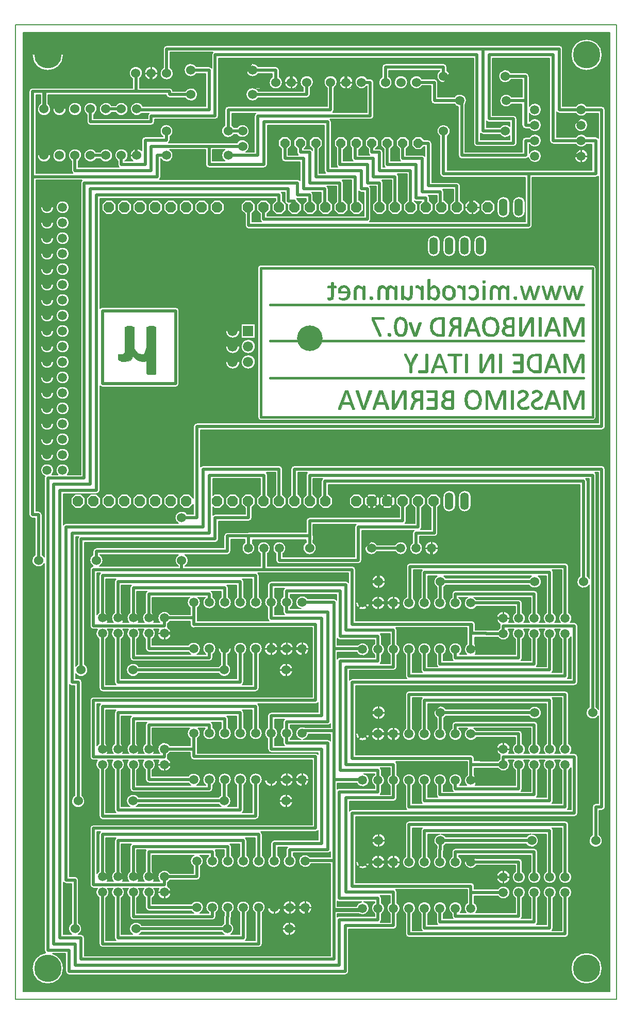
<source format=gbr>
%FSLAX23Y23*%
%MOIN*%
G04 EasyPC Gerber Version 16.0.6 Build 3249 *
%AMT75*0 Octagon Pad at angle 0*4,1,8,-0.01243,-0.03000,0.01243,-0.03000,0.03000,-0.01243,0.03000,0.01243,0.01243,0.03000,-0.01243,0.03000,-0.03000,0.01243,-0.03000,-0.01243,-0.01243,-0.03000,0*%
%ADD75T75*%
%AMT76*0 Octagon Pad at angle 0*4,1,8,-0.01386,-0.03346,0.01386,-0.03346,0.03346,-0.01386,0.03346,0.01386,0.01386,0.03346,-0.01386,0.03346,-0.03346,0.01386,-0.03346,-0.01386,-0.01386,-0.03346,0*%
%ADD76T76*%
%ADD79O,0.05600X0.11200*%
%ADD80R,0.06600X0.06600*%
%ADD14C,0.00100*%
%ADD17C,0.00500*%
%ADD27C,0.01000*%
%ADD11C,0.01575*%
%ADD12C,0.01969*%
%ADD74C,0.05906*%
%ADD73C,0.05910*%
%ADD77C,0.05937*%
%ADD28C,0.06000*%
%ADD78C,0.06600*%
%ADD72C,0.16535*%
%ADD29C,0.17717*%
X0Y0D02*
D02*
D11*
X412Y5636D02*
Y5832D01*
X1664Y3765D02*
X3809D01*
Y4730*
X1664*
Y3765*
X1723Y4021D02*
X3750D01*
X1723Y4258D02*
X3750D01*
X1723Y4494D02*
X3750D01*
D02*
D12*
X227Y2840D02*
Y3136D01*
X187*
Y5321*
X262Y5758D02*
X266D01*
Y5872*
X857*
X262Y5758D02*
Y5872D01*
X187*
Y5321*
X412Y5832D02*
X1034D01*
Y5793*
X1290*
Y5911*
X955*
Y5990*
X462Y5458D02*
Y5360D01*
X955*
Y5517*
X1329*
X463Y458D02*
Y773D01*
X404*
Y3057*
X1290*
Y3431*
X1782*
Y3223*
X483Y1285D02*
Y2053D01*
X443*
Y3017*
X1329*
Y3391*
X1683*
Y3223*
X1682*
X502Y2132D02*
Y2978D01*
X1368*
Y3116*
X1585*
Y3223*
X1582*
X562Y5458D02*
X662D01*
X581Y1974D02*
X542D01*
Y1147*
X640Y1521D02*
Y1187D01*
X1631*
Y1423*
X640Y2468D02*
Y2742D01*
X1631*
Y2569*
X740Y1521D02*
Y1226D01*
X1531*
Y1423*
X740Y2368D02*
Y2053D01*
X1531*
Y2269*
X740Y2468D02*
Y2703D01*
X1531*
Y2569*
X762Y5458D02*
Y5399D01*
X916*
Y5557*
X1053*
Y5616*
X762Y5758D02*
X662D01*
X840Y1521D02*
Y1364D01*
X1331*
Y1423*
X840Y2468D02*
Y2663D01*
X1431*
Y2569*
X857Y5636D02*
X412D01*
X857D02*
X994D01*
Y5675*
X1408*
Y6069*
X1861*
X857Y5872D02*
Y5990D01*
X855*
X857Y5872D02*
X1073D01*
Y5852*
X1211*
X862Y5458D02*
X857D01*
Y5636*
X940Y1521D02*
Y1423D01*
X1231*
X940Y2468D02*
Y2624D01*
X1331*
Y2569*
X1040Y1621D02*
X1231D01*
Y1699*
X1040Y2368D02*
X1731D01*
Y2269*
X1040Y2468D02*
X1231D01*
Y2427*
X1053Y5458D02*
X994D01*
Y5321*
X187*
X1113Y3982D02*
Y4454D01*
X640*
Y3982*
X1113*
X1152Y2840D02*
Y2781D01*
X1231*
X1152Y3116D02*
X1250D01*
Y3706*
X3868*
Y5754*
X3735*
X1211Y6010D02*
X1329D01*
Y5754*
X862*
Y5758*
X1231Y1699D02*
Y1572D01*
X2018*
Y1108*
X581*
Y744*
X1040*
Y795*
X1231Y1723D02*
Y1699D01*
Y2269D02*
X940D01*
Y2368*
X1231Y2427D02*
X2018D01*
Y1935*
X581*
Y1571*
X1040*
Y1621*
X1231Y2427D02*
Y2569D01*
Y2781D02*
X1172D01*
X581*
Y2417*
X1040*
Y2468*
X1250Y596D02*
X940D01*
Y695*
X1250Y896D02*
Y795D01*
X1040*
X1329Y5517D02*
Y5399D01*
X1683*
Y5675*
X2097*
Y5360*
X2313*
Y5242*
X2353*
Y5045*
X1682*
Y5123*
X1331Y1723D02*
Y1777D01*
X940*
Y1621*
X1331Y2269D02*
Y2210D01*
X840*
Y2368*
X1350Y596D02*
Y537D01*
X840*
Y695*
X1350Y896D02*
Y956D01*
X940*
Y795*
X1427Y1285D02*
X837D01*
X1427D02*
Y1403D01*
X1431*
Y1423*
X1427Y2132D02*
Y2269D01*
X1431*
X1427Y2132D02*
X837D01*
X1431Y1723D02*
Y1817D01*
X840*
Y1621*
X1447Y458D02*
X857D01*
X1450Y596D02*
Y537D01*
X1447*
Y458*
X1450Y896D02*
Y990D01*
X840*
Y795*
X1453Y5458D02*
X1644D01*
Y5714*
X2372*
Y5931*
X2315*
X1453Y5616D02*
Y5754D01*
X1565*
X2115*
Y5931*
X1531Y1723D02*
Y1856D01*
X740*
Y1621*
X1546Y5517D02*
X1329D01*
X1546Y5616D02*
X1453D01*
X1550Y596D02*
Y399D01*
X740*
Y695*
X1550Y896D02*
Y1029D01*
X740*
Y795*
X1583Y2919D02*
Y2998D01*
X1447*
Y2899*
X601*
Y2840*
X1611Y5852D02*
X1961D01*
Y5931*
X1611Y6010D02*
X1761D01*
Y5931*
X1631Y1723D02*
Y1895D01*
X640*
Y1621*
X1631Y2269D02*
Y2014D01*
X640*
Y2368*
X1650Y596D02*
Y360D01*
X640*
Y695*
X1650Y896D02*
Y1069D01*
X640*
Y795*
X1683Y2781D02*
X1231D01*
X1683D02*
Y2919D01*
X1731Y1423D02*
Y1521D01*
X1040*
X1731Y1723D02*
Y1836D01*
X2057*
Y2466*
X1731*
Y2569*
Y2269D02*
X1831D01*
X1731Y2569D02*
Y2683D01*
X2215*
Y2388*
X2522*
Y2265*
X1750Y596D02*
X1850D01*
X1750D02*
Y695D01*
X1040*
X1750Y896D02*
Y1010D01*
X2057*
Y1620*
X1731*
Y1723*
X1820Y5537D02*
Y5439D01*
X1939*
Y5242*
X2077*
Y5123*
X2082*
X1827Y1285D02*
X1939D01*
Y1147*
X542*
X1827Y1285D02*
X1939D01*
Y1423*
X1931*
X1827Y2132D02*
X1939D01*
Y1974*
X581*
X1827Y2132D02*
X1939D01*
Y2269*
X1931*
X1831Y1723D02*
Y1797D01*
X2097*
Y2506*
X1831*
Y2569*
Y2643*
X2177*
Y2348*
X2422*
Y2265*
X1847Y458D02*
X1959D01*
Y321*
X542*
Y1147*
X1847Y458D02*
X1959D01*
Y596*
X1950*
X1850Y896D02*
Y970D01*
X2097*
Y1659*
X1831*
Y1723*
X1861Y6069D02*
Y5931D01*
Y6069D02*
X2215D01*
X1920Y5537D02*
Y5478D01*
X1979*
Y5281*
X2175*
Y5123*
X2182*
X1931Y1423D02*
X1731D01*
X1931Y1723D02*
Y1738D01*
X2136*
X1931Y2269D02*
X1831D01*
X1931Y2569D02*
X2136D01*
Y2269*
X1950Y596D02*
X1850D01*
X1950Y896D02*
Y901D01*
X2136*
X1979Y2919D02*
Y2978D01*
Y2998*
X1585*
Y2919*
X1583*
X2020Y5537D02*
Y5321D01*
X2274*
Y5123*
X2282*
X2136Y901D02*
Y577D01*
X2322*
Y591*
X2136Y1423D02*
X2322D01*
Y1418*
X2136Y1423D02*
Y901D01*
Y1738D02*
Y1423D01*
Y2269D02*
X2322D01*
Y2265*
X2136Y2269D02*
Y1738D01*
X2181Y5537D02*
X2175D01*
Y5399*
X2353*
Y5281*
X2432*
Y5123*
X2215Y5931D02*
Y6069D01*
X2431*
X3022*
Y5498*
X3337*
Y5734*
X3179*
Y6069*
X3514*
Y5813*
X2281Y5537D02*
X2274D01*
Y5439*
X2392*
Y5321*
X2532*
Y5123*
X2313Y1895D02*
Y1856D01*
X2322*
Y1718*
Y591D02*
Y582D01*
X2136*
Y262*
X502*
Y399*
X364*
Y3293*
X601*
Y5203*
X1782*
Y5123*
X2322Y891D02*
X2522D01*
X2322Y1029D02*
Y891D01*
Y1718D02*
X2422D01*
X2322Y2565D02*
X2522D01*
X2381Y5537D02*
Y5478D01*
X2431*
Y5360*
X2632*
Y5123*
X2382Y3223D02*
Y3136D01*
X1644*
Y3057*
X1408*
Y2939*
X542*
Y2210*
X581*
Y1974*
X2422Y591D02*
Y517D01*
X2170*
Y222*
X463*
Y360*
X325*
Y3332*
X561*
Y5242*
X1841*
Y5163*
X1882*
Y5123*
X2422Y591D02*
Y655D01*
X2170*
Y1344*
X2422*
Y1418*
Y1482*
X2177*
Y2191*
X2422*
Y2265*
X2425Y1029D02*
X2322D01*
X2425Y1856D02*
X2313D01*
Y1895*
X2425Y2703D02*
Y2840D01*
X2768*
X2425Y2703D02*
X2322D01*
Y2565*
X2481Y5537D02*
Y5399D01*
X2668*
Y5183*
X2732*
Y5123*
X2522Y591D02*
Y478D01*
X2210*
Y183*
X424*
Y321*
X286*
Y3372*
X522*
Y5281*
X1900*
Y5203*
X1979*
Y5123*
X1982*
X2522Y591D02*
Y695D01*
X2215*
Y1305*
X2522*
Y1418*
Y1521*
X2215*
Y2151*
X2522*
Y2265*
Y1718D02*
X2422D01*
X2522Y2565D02*
Y2466D01*
X3232*
X2568Y2919D02*
X2379D01*
X2581Y5537D02*
Y5439D01*
X2707*
Y5222*
X2825*
Y5123*
X2832*
X2582Y3223D02*
Y3096D01*
X1979*
Y2978*
X2622Y1718D02*
Y1974D01*
X3632*
Y1620*
X2622Y2265D02*
Y2092D01*
X3632*
Y2366*
X2622Y2565D02*
X2628D01*
Y2801*
X3632*
Y2466*
X2681Y5537D02*
X2746D01*
Y5262*
X2932*
Y5123*
X2682Y3223D02*
Y3057D01*
X2294*
Y2840*
X1783*
Y2919*
X2722Y1418D02*
Y1285D01*
X3532*
Y1520*
X2722Y2265D02*
Y2132D01*
X3532*
Y2366*
X2722Y2565D02*
Y2762D01*
X3532*
Y2466*
X2768Y2840D02*
X3061D01*
Y3313*
X2768Y2919D02*
Y2840D01*
X2782Y3223D02*
X2786D01*
Y3017*
X2668*
Y2919*
X2822Y2265D02*
Y2171D01*
X3432*
Y2366*
X2825Y1029D02*
X3416D01*
X2825D02*
Y970D01*
X2822*
Y891*
X2825Y1856D02*
X3435D01*
X2825D02*
Y1718D01*
X2822*
X2825Y2703D02*
X3435D01*
X2825D02*
Y2565D01*
X2822*
X2845Y5616D02*
Y5340D01*
X3396*
Y5006*
X1585*
Y5123*
X1582*
X2845Y5970D02*
Y6029D01*
X2469*
Y5931*
X2922Y1418D02*
Y1364D01*
X3332*
Y1520*
X2922Y1718D02*
Y1777D01*
X3432*
Y1620*
X2922Y2265D02*
Y2210D01*
X3332*
Y2366*
X2922Y2565D02*
Y2624D01*
X3432*
Y2466*
X2951Y5813D02*
X2786D01*
Y5931*
X2669*
X2951Y5813D02*
X2963D01*
Y5458*
X3376*
Y5554*
X3435*
X3022Y734D02*
Y591D01*
Y891D02*
X3332D01*
Y793*
X3022Y1521D02*
Y1561D01*
X2254*
Y2053*
X3691*
Y2417*
X3232*
Y2366*
X3022Y1521D02*
Y1418D01*
Y2565D02*
X3332D01*
Y2466*
X3027Y2368D02*
Y2427D01*
X2254*
Y2781*
X1683*
X3027Y2368D02*
Y2427D01*
X3022*
Y2265*
X3061Y3313D02*
Y2840D01*
X3691*
Y2565*
X3731*
Y2132*
X3061Y3313D02*
X2471D01*
Y3223*
X2482*
X3101Y6147D02*
X1055D01*
Y5990*
X3101Y6147D02*
X3593D01*
Y5754*
X3735*
X3232Y693D02*
X3022D01*
Y734*
X3232Y793D02*
X2522D01*
Y891*
X3232Y1520D02*
Y1571D01*
X3691*
Y1206*
X2254*
Y734*
X3022*
X3232Y1520D02*
X3120D01*
Y1521*
X3022*
X3232Y1620D02*
X2522D01*
Y1718*
X3232Y2366D02*
X3120D01*
Y2368*
X3027*
X3245Y5616D02*
X3101D01*
Y6147*
X3251Y5813D02*
X3376D01*
Y5970*
X3245*
X3251Y5813D02*
X3376D01*
Y5654*
X3435*
X3332Y693D02*
Y541D01*
X2922*
Y591*
X3332Y1620D02*
Y1718D01*
X3022*
X3432Y693D02*
Y503D01*
X2822*
Y591*
X3432Y793D02*
Y956D01*
X2922*
Y891*
X3432Y1520D02*
Y1325D01*
X2822*
Y1418*
X3514Y5813D02*
Y5380D01*
X2924*
Y5734*
X2786*
Y5301*
X3022*
Y5123*
X3032*
X3532Y693D02*
Y464D01*
X2722*
Y591*
X3532Y793D02*
Y1094D01*
X2722*
Y891*
X3532Y1620D02*
Y1935D01*
X2722*
Y1718*
X3632Y693D02*
Y425D01*
X2622*
Y591*
X3632Y793D02*
Y1133D01*
X2622*
Y891*
X3632Y1520D02*
Y1246D01*
X2622*
Y1418*
X3731Y2132D02*
Y1169D01*
X2322*
Y1029*
X3731Y2132D02*
Y2014D01*
X2313*
Y1895*
X3735Y5454D02*
Y5458D01*
X3514*
Y5498*
Y5813*
X3735Y5554D02*
X3553D01*
Y6108*
X3140*
Y5695*
X3298*
Y5537*
X3061*
Y6108*
X1368*
Y5714*
X955*
Y5675*
X562*
Y5758*
X3735Y5554D02*
X3829D01*
Y5340*
X2845*
Y5616*
X3750Y2703D02*
Y2860D01*
Y3352*
X2077*
Y3223*
X2082*
X3809Y1856D02*
Y3391D01*
X1979*
Y3223*
X1982*
X3829Y1029D02*
Y1246D01*
X3868*
Y3431*
X1880*
Y3223*
X1882*
D02*
D14*
X742Y4173D02*
Y4138D01*
X748Y4132*
X754*
X760Y4126*
X784*
X819Y4132*
X837Y4161*
X866Y4132*
X896Y4126*
X914*
X931Y4138*
X925Y4126*
Y4049*
X931Y4043*
X979*
X985Y4049*
Y4350*
X979*
X967Y4356*
X943*
X931Y4350*
X925*
Y4220*
X914Y4185*
X908Y4173*
X890*
X866Y4179*
X843Y4208*
Y4350*
X837*
X825Y4356*
X801*
X790Y4350*
X784*
Y4185*
X772Y4173*
X742*
G36*
Y4138*
X748Y4132*
X754*
X760Y4126*
X784*
X819Y4132*
X837Y4161*
X866Y4132*
X896Y4126*
X914*
X931Y4138*
X925Y4126*
Y4049*
X931Y4043*
X979*
X985Y4049*
Y4350*
X979*
X967Y4356*
X943*
X931Y4350*
X925*
Y4220*
X914Y4185*
X908Y4173*
X890*
X866Y4179*
X843Y4208*
Y4350*
X837*
X825Y4356*
X801*
X790Y4350*
X784*
Y4185*
X772Y4173*
X742*
G37*
X2094Y4540D02*
Y4531D01*
X2097Y4526*
X2099*
X2101Y4524*
X2111*
X2120Y4526*
X2130Y4531*
X2132Y4540*
X2135Y4552*
Y4604*
X2149*
Y4614*
X2146Y4616*
X2135*
Y4637*
X2132Y4640*
X2120*
X2118Y4637*
Y4616*
X2097*
X2094Y4614*
Y4604*
X2118*
Y4547*
X2116Y4543*
X2111Y4538*
X2099*
Y4540*
X2094*
G36*
Y4531*
X2097Y4526*
X2099*
X2101Y4524*
X2111*
X2120Y4526*
X2130Y4531*
X2132Y4540*
X2135Y4552*
Y4604*
X2149*
Y4614*
X2146Y4616*
X2135*
Y4637*
X2132Y4640*
X2120*
X2118Y4637*
Y4616*
X2097*
X2094Y4614*
Y4604*
X2118*
Y4547*
X2116Y4543*
X2111Y4538*
X2099*
Y4540*
X2094*
G37*
X2163Y4576D02*
X2165Y4571D01*
X2170Y4569*
X2224*
X2222Y4554*
X2217Y4545*
X2210Y4538*
X2198Y4536*
X2187*
X2172Y4540*
X2170Y4543*
X2168Y4540*
Y4533*
X2172Y4528*
X2179Y4526*
X2189Y4524*
X2198*
X2217Y4526*
X2229Y4536*
X2238Y4550*
X2241Y4571*
X2238Y4590*
X2229Y4604*
X2217Y4616*
X2201Y4618*
X2184Y4616*
X2172Y4606*
X2165Y4595*
X2163Y4578*
Y4576*
X2179Y4580D02*
Y4590D01*
X2184Y4599*
X2191Y4604*
X2201Y4606*
X2210Y4604*
X2217Y4599*
X2222Y4590*
X2224Y4580*
X2179*
X2165Y4593D02*
G36*
X2163Y4578D01*
Y4576*
X2165Y4571*
X2170Y4569*
X2224*
X2222Y4554*
X2217Y4545*
X2210Y4538*
X2198Y4536*
X2187*
X2172Y4540*
X2170Y4543*
X2168Y4540*
Y4533*
X2172Y4528*
X2179Y4526*
X2189Y4524*
X2198*
X2217Y4526*
X2229Y4536*
X2238Y4550*
X2241Y4571*
X2238Y4590*
X2236Y4593*
X2220*
X2222Y4590*
X2224Y4580*
X2179*
Y4590*
X2181Y4593*
X2165*
G37*
X2181D02*
G36*
X2184Y4599D01*
X2191Y4604*
X2201Y4606*
X2210Y4604*
X2217Y4599*
X2220Y4593*
X2236*
X2229Y4604*
X2217Y4616*
X2201Y4618*
X2184Y4616*
X2172Y4606*
X2165Y4595*
X2165Y4593*
X2181*
G37*
X2164Y3825D02*
Y3817D01*
X2178*
X2180Y3820*
X2192Y3851*
X2242*
X2253Y3820*
Y3817*
X2268*
X2270Y3820*
X2268Y3825*
X2227Y3938*
X2225*
Y3940*
X2209*
X2206Y3938*
Y3936*
X2164Y3825*
X2218Y3924D02*
X2239Y3862D01*
X2197*
X2218Y3924*
X2190Y3893D02*
G36*
X2164Y3825D01*
Y3817*
X2178*
X2180Y3820*
X2192Y3851*
X2242*
X2253Y3820*
Y3817*
X2268*
X2270Y3820*
X2268Y3825*
X2243Y3893*
X2229*
X2239Y3862*
X2197*
X2207Y3893*
X2190*
G37*
X2207D02*
G36*
X2218Y3924D01*
X2229Y3893*
X2243*
X2227Y3938*
X2225*
Y3940*
X2209*
X2206Y3938*
Y3936*
X2190Y3893*
X2207*
G37*
X2264Y4528D02*
X2267Y4526D01*
X2279*
X2281Y4528*
Y4590*
X2286Y4597*
X2290Y4602*
X2298Y4604*
X2309Y4599*
X2321Y4588*
Y4528*
X2324Y4526*
X2335*
X2338Y4528*
Y4614*
X2335Y4616*
X2324*
Y4602*
X2309Y4614*
X2295Y4618*
X2281Y4616*
X2272Y4606*
X2267Y4597*
X2264Y4580*
Y4528*
G36*
X2267Y4526*
X2279*
X2281Y4528*
Y4590*
X2286Y4597*
X2290Y4602*
X2298Y4604*
X2309Y4599*
X2321Y4588*
Y4528*
X2324Y4526*
X2335*
X2338Y4528*
Y4614*
X2335Y4616*
X2324*
Y4602*
X2309Y4614*
X2295Y4618*
X2281Y4616*
X2272Y4606*
X2267Y4597*
X2264Y4580*
Y4528*
G37*
X2317Y3820D02*
X2320Y3817D01*
X2336*
X2338Y3820*
X2379Y3933*
Y3938*
X2376Y3940*
X2364*
X2362Y3938*
X2327Y3834*
X2294Y3938*
X2291*
Y3940*
X2279*
X2277Y3938*
Y3933*
X2317Y3820*
G36*
X2320Y3817*
X2336*
X2338Y3820*
X2379Y3933*
Y3938*
X2376Y3940*
X2364*
X2362Y3938*
X2327Y3834*
X2294Y3938*
X2291*
Y3940*
X2279*
X2277Y3938*
Y3933*
X2317Y3820*
G37*
X2366Y4538D02*
X2368Y4531D01*
Y4528*
X2378Y4526*
X2385Y4528*
X2387Y4531*
Y4536*
X2385Y4545*
X2378Y4547*
X2368Y4545*
X2366Y4538*
G36*
X2368Y4531*
Y4528*
X2378Y4526*
X2385Y4528*
X2387Y4531*
Y4536*
X2385Y4545*
X2378Y4547*
X2368Y4545*
X2366Y4538*
G37*
X2386Y3825D02*
Y3817D01*
X2400*
X2402Y3820*
X2414Y3851*
X2464*
X2475Y3820*
Y3817*
X2490*
X2492Y3820*
X2490Y3825*
X2450Y3938*
X2447*
Y3940*
X2431*
X2428Y3938*
Y3936*
X2386Y3825*
X2440Y3924D02*
X2461Y3862D01*
X2419*
X2440Y3924*
X2412Y3893D02*
G36*
X2386Y3825D01*
Y3817*
X2400*
X2402Y3820*
X2414Y3851*
X2464*
X2475Y3820*
Y3817*
X2490*
X2492Y3820*
X2490Y3825*
X2465Y3893*
X2451*
X2461Y3862*
X2419*
X2429Y3893*
X2412*
G37*
X2429D02*
G36*
X2440Y3924D01*
X2451Y3893*
X2465*
X2450Y3938*
X2447*
Y3940*
X2431*
X2428Y3938*
Y3936*
X2412Y3893*
X2429*
G37*
X2418Y4528D02*
X2420Y4526D01*
X2432*
X2435Y4528*
Y4590*
X2439Y4597*
X2444Y4602*
X2451Y4604*
X2461Y4599*
X2472Y4588*
Y4528*
X2475Y4526*
X2487*
X2489Y4528*
Y4590*
X2494Y4597*
X2498Y4602*
X2505Y4604*
X2515Y4599*
X2527Y4588*
Y4528*
X2529Y4526*
X2541*
X2543Y4528*
Y4614*
X2541Y4616*
X2529*
Y4602*
X2515Y4614*
X2501Y4618*
X2491Y4616*
X2484Y4614*
X2475Y4599*
X2468Y4609*
X2453Y4618*
X2446*
X2432Y4616*
X2425Y4606*
X2420Y4597*
X2418Y4583*
Y4528*
G36*
X2420Y4526*
X2432*
X2435Y4528*
Y4590*
X2439Y4597*
X2444Y4602*
X2451Y4604*
X2461Y4599*
X2472Y4588*
Y4528*
X2475Y4526*
X2487*
X2489Y4528*
Y4590*
X2494Y4597*
X2498Y4602*
X2505Y4604*
X2515Y4599*
X2527Y4588*
Y4528*
X2529Y4526*
X2541*
X2543Y4528*
Y4614*
X2541Y4616*
X2529*
Y4602*
X2515Y4614*
X2501Y4618*
X2491Y4616*
X2484Y4614*
X2475Y4599*
X2468Y4609*
X2453Y4618*
X2446*
X2432Y4616*
X2425Y4606*
X2420Y4597*
X2418Y4583*
Y4528*
G37*
X2511Y3938D02*
Y3820D01*
X2513*
X2516Y3817*
X2527*
X2532Y3820*
X2535Y3825*
X2539Y3829*
X2575Y3900*
X2582Y3910*
X2587Y3921*
Y3820*
X2589Y3817*
X2601*
X2603Y3820*
Y3933*
X2601Y3938*
X2596Y3940*
X2584*
X2579Y3938*
X2577Y3936*
X2575Y3931*
X2546Y3877*
X2532Y3848*
X2527Y3841*
Y3938*
X2525Y3940*
X2513*
X2511Y3938*
G36*
Y3820*
X2513*
X2516Y3817*
X2527*
X2532Y3820*
X2535Y3825*
X2539Y3829*
X2575Y3900*
X2582Y3910*
X2587Y3921*
Y3820*
X2589Y3817*
X2601*
X2603Y3820*
Y3933*
X2601Y3938*
X2596Y3940*
X2584*
X2579Y3938*
X2577Y3936*
X2575Y3931*
X2546Y3877*
X2532Y3848*
X2527Y3841*
Y3938*
X2525Y3940*
X2513*
X2511Y3938*
G37*
X2572Y4528D02*
X2574Y4526D01*
X2586*
Y4540*
X2593Y4533*
X2600Y4528*
X2614Y4524*
X2628Y4526*
X2638Y4533*
X2642Y4545*
X2645Y4562*
Y4614*
X2642Y4616*
X2631*
X2628Y4614*
Y4552*
X2624Y4545*
X2619Y4540*
X2612Y4538*
X2600Y4543*
X2588Y4554*
Y4614*
X2586Y4616*
X2574*
X2572Y4614*
Y4528*
G36*
X2574Y4526*
X2586*
Y4540*
X2593Y4533*
X2600Y4528*
X2614Y4524*
X2628Y4526*
X2638Y4533*
X2642Y4545*
X2645Y4562*
Y4614*
X2642Y4616*
X2631*
X2628Y4614*
Y4552*
X2624Y4545*
X2619Y4540*
X2612Y4538*
X2600Y4543*
X2588Y4554*
Y4614*
X2586Y4616*
X2574*
X2572Y4614*
Y4528*
G37*
X2624Y4101D02*
Y4056D01*
X2627Y4054*
X2638*
X2641Y4056*
Y4101*
X2676Y4169*
Y4174*
X2674Y4177*
X2662*
X2660Y4174*
X2641Y4139*
X2636Y4127*
X2631Y4117*
X2627Y4127*
X2622Y4139*
X2605Y4174*
X2603Y4177*
X2591*
X2589Y4174*
Y4169*
X2624Y4101*
G36*
Y4056*
X2627Y4054*
X2638*
X2641Y4056*
Y4101*
X2676Y4169*
Y4174*
X2674Y4177*
X2662*
X2660Y4174*
X2641Y4139*
X2636Y4127*
X2631Y4117*
X2627Y4127*
X2622Y4139*
X2605Y4174*
X2603Y4177*
X2591*
X2589Y4174*
Y4169*
X2624Y4101*
G37*
X2629Y3822D02*
Y3817D01*
X2643*
X2646Y3820*
Y3822*
X2657Y3851*
X2667Y3865*
X2674Y3869*
X2681Y3872*
X2693*
Y3820*
X2695Y3817*
X2707*
X2709Y3820*
Y3933*
X2707Y3938*
X2702Y3940*
X2664*
X2653Y3936*
X2643Y3928*
X2638Y3919*
X2636Y3907*
X2638Y3895*
X2643Y3888*
X2650Y3881*
X2660Y3877*
X2653Y3874*
X2648Y3869*
X2646Y3862*
X2641Y3853*
X2631Y3827*
X2629Y3822*
X2653Y3905D02*
X2655Y3917D01*
X2660Y3921*
X2667Y3924*
X2672Y3926*
X2693*
Y3886*
X2676*
X2657Y3891*
X2653Y3905*
X2636Y3906D02*
G36*
X2638Y3895D01*
X2643Y3888*
X2650Y3881*
X2660Y3877*
X2653Y3874*
X2648Y3869*
X2646Y3862*
X2641Y3853*
X2631Y3827*
X2629Y3822*
Y3817*
X2643*
X2646Y3820*
Y3822*
X2657Y3851*
X2667Y3865*
X2674Y3869*
X2681Y3872*
X2693*
Y3820*
X2695Y3817*
X2707*
X2709Y3820*
Y3906*
X2693*
Y3886*
X2676*
X2657Y3891*
X2653Y3905*
X2653Y3906*
X2636*
G37*
X2653D02*
G36*
X2655Y3917D01*
X2660Y3921*
X2667Y3924*
X2672Y3926*
X2693*
Y3906*
X2709*
Y3933*
X2707Y3938*
X2702Y3940*
X2664*
X2653Y3936*
X2643Y3928*
X2638Y3919*
X2636Y3907*
X2636Y3906*
X2653*
G37*
X2664Y4616D02*
Y4602D01*
X2671*
X2673Y4604*
X2675*
X2685Y4599*
X2692Y4592*
X2697Y4585*
Y4528*
X2699Y4526*
X2711*
X2713Y4528*
Y4614*
X2711Y4616*
X2699*
Y4602*
X2687Y4614*
X2680Y4618*
X2671*
X2666Y4616*
X2664*
G36*
Y4602*
X2671*
X2673Y4604*
X2675*
X2685Y4599*
X2692Y4592*
X2697Y4585*
Y4528*
X2699Y4526*
X2711*
X2713Y4528*
Y4614*
X2711Y4616*
X2699*
Y4602*
X2687Y4614*
X2680Y4618*
X2671*
X2666Y4616*
X2664*
G37*
X2681Y4065D02*
Y4056D01*
X2683Y4054*
X2738*
X2742Y4056*
X2745Y4061*
Y4174*
X2742Y4177*
X2731*
X2728Y4174*
Y4068*
X2683*
X2681Y4065*
G36*
Y4056*
X2683Y4054*
X2738*
X2742Y4056*
X2745Y4061*
Y4174*
X2742Y4177*
X2731*
X2728Y4174*
Y4068*
X2683*
X2681Y4065*
G37*
X2735Y3829D02*
Y3820D01*
X2738Y3817*
X2797*
X2801Y3820*
X2804Y3825*
Y3933*
X2801Y3938*
X2797Y3940*
X2738*
X2735Y3938*
Y3928*
X2738Y3926*
X2787*
Y3888*
X2745*
X2742Y3886*
Y3877*
X2745Y3874*
X2787*
Y3832*
X2738*
X2735Y3829*
G36*
Y3820*
X2738Y3817*
X2797*
X2801Y3820*
X2804Y3825*
Y3933*
X2801Y3938*
X2797Y3940*
X2738*
X2735Y3938*
Y3928*
X2738Y3926*
X2787*
Y3888*
X2745*
X2742Y3886*
Y3877*
X2745Y3874*
X2787*
Y3832*
X2738*
X2735Y3829*
G37*
X2742Y4528D02*
X2744Y4526D01*
X2753*
X2756Y4528*
Y4540*
X2770Y4528*
X2787Y4524*
X2801Y4526*
X2813Y4538*
X2817Y4552*
X2820Y4569*
X2817Y4590*
X2810Y4604*
X2798Y4614*
X2784Y4618*
X2770Y4616*
X2758Y4604*
Y4656*
X2756Y4658*
X2744*
X2742Y4656*
Y4528*
X2758Y4588D02*
X2770Y4599D01*
X2782Y4604*
X2791Y4602*
X2798Y4595*
X2803Y4571*
Y4559*
X2798Y4547*
X2791Y4540*
X2782Y4538*
X2777*
X2770Y4540*
X2765Y4547*
X2758Y4554*
Y4588*
X2742Y4571D02*
G36*
Y4528D01*
X2744Y4526*
X2753*
X2756Y4528*
Y4540*
X2770Y4528*
X2787Y4524*
X2801Y4526*
X2813Y4538*
X2817Y4552*
X2820Y4569*
X2819Y4571*
X2803*
Y4559*
X2798Y4547*
X2791Y4540*
X2782Y4538*
X2777*
X2770Y4540*
X2765Y4547*
X2758Y4554*
Y4571*
X2742*
G37*
X2758D02*
G36*
Y4588D01*
X2770Y4599*
X2782Y4604*
X2791Y4602*
X2798Y4595*
X2803Y4571*
X2819*
X2817Y4590*
X2810Y4604*
X2798Y4614*
X2784Y4618*
X2770Y4616*
X2758Y4604*
Y4656*
X2756Y4658*
X2744*
X2742Y4656*
Y4571*
X2758*
G37*
X2764Y4061D02*
Y4054D01*
X2778*
X2780Y4056*
X2792Y4087*
X2842*
X2853Y4056*
Y4054*
X2868*
X2870Y4056*
X2868Y4061*
X2827Y4174*
X2825*
Y4177*
X2809*
X2806Y4174*
Y4172*
X2764Y4061*
X2818Y4160D02*
X2839Y4099D01*
X2797*
X2818Y4160*
X2790Y4129D02*
G36*
X2764Y4061D01*
Y4054*
X2778*
X2780Y4056*
X2792Y4087*
X2842*
X2853Y4056*
Y4054*
X2868*
X2870Y4056*
X2868Y4061*
X2843Y4129*
X2829*
X2839Y4099*
X2797*
X2807Y4129*
X2790*
G37*
X2807D02*
G36*
X2818Y4160D01*
X2829Y4129*
X2843*
X2827Y4174*
X2825*
Y4177*
X2809*
X2806Y4174*
Y4172*
X2790Y4129*
X2807*
G37*
X2830Y3853D02*
X2832Y3841D01*
X2835Y3832*
X2842Y3827*
X2861Y3817*
X2903*
X2908Y3820*
X2910Y3825*
Y3933*
X2908Y3938*
X2903Y3940*
X2877*
X2858Y3938*
X2846Y3931*
X2839Y3921*
X2837Y3910*
Y3900*
X2846Y3886*
X2853Y3881*
X2844Y3879*
X2837Y3872*
X2832Y3862*
X2830Y3853*
X2846D02*
X2849Y3862D01*
X2853Y3867*
X2861Y3872*
X2875Y3874*
X2894*
Y3832*
X2861*
X2853Y3836*
X2849Y3843*
X2846Y3853*
X2853Y3898D02*
Y3914D01*
X2858Y3921*
X2865Y3924*
X2877Y3926*
X2894*
Y3886*
X2875*
X2865Y3888*
X2858Y3893*
X2853Y3898*
X2830Y3853D02*
G36*
X2832Y3841D01*
X2835Y3832*
X2842Y3827*
X2861Y3817*
X2903*
X2908Y3820*
X2910Y3825*
Y3853*
X2894*
Y3832*
X2861*
X2853Y3836*
X2849Y3843*
X2846Y3853*
X2830*
G37*
X2846D02*
G36*
X2849Y3862D01*
X2853Y3867*
X2861Y3872*
X2875Y3874*
X2894*
Y3853*
X2910*
Y3906*
X2894*
Y3886*
X2875*
X2865Y3888*
X2858Y3893*
X2853Y3898*
Y3906*
X2837*
Y3900*
X2846Y3886*
X2853Y3881*
X2844Y3879*
X2837Y3872*
X2832Y3862*
X2830Y3853*
X2846*
G37*
X2853Y3906D02*
G36*
Y3914D01*
X2858Y3921*
X2865Y3924*
X2877Y3926*
X2894*
Y3906*
X2910*
Y3933*
X2908Y3938*
X2903Y3940*
X2877*
X2858Y3938*
X2846Y3931*
X2839Y3921*
X2837Y3910*
Y3906*
X2853*
G37*
X2836Y4571D02*
X2838Y4552D01*
X2848Y4538*
X2860Y4526*
X2879Y4524*
X2898Y4526*
X2912Y4536*
X2919Y4550*
X2921Y4571*
X2919Y4590*
X2909Y4604*
X2898Y4614*
X2879Y4618*
X2860Y4616*
X2846Y4606*
X2838Y4590*
X2836Y4571*
X2853D02*
X2857Y4595D01*
X2867Y4602*
X2879Y4604*
X2890Y4602*
X2898Y4595*
X2902Y4585*
X2905Y4571*
X2900Y4547*
X2890Y4540*
X2879Y4538*
X2867Y4540*
X2860Y4547*
X2855Y4557*
X2853Y4571*
X2836D02*
G36*
X2838Y4552D01*
X2848Y4538*
X2860Y4526*
X2879Y4524*
X2898Y4526*
X2912Y4536*
X2919Y4550*
X2921Y4571*
X2905*
X2900Y4547*
X2890Y4540*
X2879Y4538*
X2867Y4540*
X2860Y4547*
X2855Y4557*
X2853Y4571*
X2836*
G37*
X2853D02*
G36*
X2857Y4595D01*
X2867Y4602*
X2879Y4604*
X2890Y4602*
X2898Y4595*
X2902Y4585*
X2905Y4571*
X2921*
X2919Y4590*
X2909Y4604*
X2898Y4614*
X2879Y4618*
X2860Y4616*
X2846Y4606*
X2838Y4590*
X2836Y4571*
X2853*
G37*
X2872Y4174D02*
Y4165D01*
X2875Y4162*
X2910*
Y4056*
X2913Y4054*
X2924*
X2927Y4056*
Y4162*
X2962*
X2964Y4165*
Y4174*
X2962Y4177*
X2875*
X2872Y4174*
G36*
Y4165*
X2875Y4162*
X2910*
Y4056*
X2913Y4054*
X2924*
X2927Y4056*
Y4162*
X2962*
X2964Y4165*
Y4174*
X2962Y4177*
X2875*
X2872Y4174*
G37*
X2935Y4616D02*
Y4602D01*
X2942*
X2945Y4604*
X2947*
X2957Y4599*
X2964Y4592*
X2968Y4585*
Y4528*
X2971Y4526*
X2983*
X2985Y4528*
Y4614*
X2983Y4616*
X2971*
Y4602*
X2959Y4614*
X2952Y4618*
X2942*
X2938Y4616*
X2935*
G36*
Y4602*
X2942*
X2945Y4604*
X2947*
X2957Y4599*
X2964Y4592*
X2968Y4585*
Y4528*
X2971Y4526*
X2983*
X2985Y4528*
Y4614*
X2983Y4616*
X2971*
Y4602*
X2959Y4614*
X2952Y4618*
X2942*
X2938Y4616*
X2935*
G37*
X2981Y3881D02*
X2983Y3853D01*
X2995Y3832*
X3012Y3820*
X3035Y3815*
X3061Y3820*
X3078Y3832*
X3087Y3851*
X3090Y3879*
X3085Y3905*
X3075Y3924*
X3059Y3938*
X3033Y3943*
X3012Y3938*
X2995Y3926*
X2983Y3907*
X2981Y3881*
X2998Y3879D02*
X3000Y3898D01*
X3005Y3914*
X3016Y3924*
X3035Y3928*
X3052Y3924*
X3064Y3914*
X3071Y3898*
X3073Y3879*
X3071Y3860*
X3066Y3843*
X3054Y3832*
X3035Y3829*
X3016Y3834*
X3005Y3843*
X3000Y3860*
X2998Y3879*
X2981D02*
G36*
X2983Y3853D01*
X2995Y3832*
X3012Y3820*
X3035Y3815*
X3061Y3820*
X3078Y3832*
X3087Y3851*
X3090Y3879*
X3073*
X3071Y3860*
X3066Y3843*
X3054Y3832*
X3035Y3829*
X3016Y3834*
X3005Y3843*
X3000Y3860*
X2998Y3879*
X2981*
G37*
X2998D02*
G36*
X3000Y3898D01*
X3005Y3914*
X3016Y3924*
X3035Y3928*
X3052Y3924*
X3064Y3914*
X3071Y3898*
X3073Y3879*
X3090*
X3085Y3905*
X3075Y3924*
X3059Y3938*
X3033Y3943*
X3012Y3938*
X2995Y3926*
X2983Y3907*
X2981Y3881*
X2981Y3879*
X2998*
G37*
X2983Y4056D02*
X2986Y4054D01*
X2998*
X3000Y4056*
Y4174*
X2998Y4177*
X2986*
X2983Y4174*
Y4056*
G36*
X2986Y4054*
X2998*
X3000Y4056*
Y4174*
X2998Y4177*
X2986*
X2983Y4174*
Y4056*
G37*
X3006Y4547D02*
Y4538D01*
X3013Y4531*
X3027Y4524*
X3035*
X3051Y4526*
X3063Y4536*
X3070Y4550*
X3072Y4569*
X3070Y4592*
X3061Y4606*
X3049Y4616*
X3032Y4618*
X3025*
X3018Y4616*
X3013Y4611*
X3009Y4609*
Y4606*
X3006*
Y4597*
X3009Y4595*
X3023Y4602*
X3032Y4604*
X3042Y4602*
X3049Y4595*
X3053Y4585*
X3056Y4571*
X3053Y4557*
X3049Y4545*
X3042Y4540*
X3032Y4538*
X3023Y4540*
X3016Y4543*
X3009Y4550*
X3006Y4547*
G36*
Y4538*
X3013Y4531*
X3027Y4524*
X3035*
X3051Y4526*
X3063Y4536*
X3070Y4550*
X3072Y4569*
X3070Y4592*
X3061Y4606*
X3049Y4616*
X3032Y4618*
X3025*
X3018Y4616*
X3013Y4611*
X3009Y4609*
Y4606*
X3006*
Y4597*
X3009Y4595*
X3023Y4602*
X3032Y4604*
X3042Y4602*
X3049Y4595*
X3053Y4585*
X3056Y4571*
X3053Y4557*
X3049Y4545*
X3042Y4540*
X3032Y4538*
X3023Y4540*
X3016Y4543*
X3009Y4550*
X3006Y4547*
G37*
X3078Y4174D02*
Y4056D01*
X3080*
X3083Y4054*
X3094*
X3099Y4056*
X3101Y4061*
X3106Y4065*
X3142Y4136*
X3149Y4146*
X3153Y4158*
Y4056*
X3156Y4054*
X3168*
X3170Y4056*
Y4169*
X3168Y4174*
X3163Y4177*
X3151*
X3146Y4174*
X3144Y4172*
X3142Y4167*
X3113Y4113*
X3099Y4084*
X3094Y4077*
Y4174*
X3092Y4177*
X3080*
X3078Y4174*
G36*
Y4056*
X3080*
X3083Y4054*
X3094*
X3099Y4056*
X3101Y4061*
X3106Y4065*
X3142Y4136*
X3149Y4146*
X3153Y4158*
Y4056*
X3156Y4054*
X3168*
X3170Y4056*
Y4169*
X3168Y4174*
X3163Y4177*
X3151*
X3146Y4174*
X3144Y4172*
X3142Y4167*
X3113Y4113*
X3099Y4084*
X3094Y4077*
Y4174*
X3092Y4177*
X3080*
X3078Y4174*
G37*
X3096Y4528D02*
X3098Y4526D01*
X3110*
X3113Y4528*
Y4614*
X3110Y4616*
X3098*
X3096Y4614*
Y4528*
G36*
X3098Y4526*
X3110*
X3113Y4528*
Y4614*
X3110Y4616*
X3098*
X3096Y4614*
Y4528*
G37*
Y4642D02*
X3098Y4635D01*
X3105Y4632*
X3113Y4635*
X3115Y4642*
X3113Y4649*
X3105Y4651*
X3098Y4649*
X3096Y4642*
G36*
X3098Y4635*
X3105Y4632*
X3113Y4635*
X3115Y4642*
X3113Y4649*
X3105Y4651*
X3098Y4649*
X3096Y4642*
G37*
X3116Y3820D02*
X3118Y3817D01*
X3130*
X3132Y3820*
Y3926*
X3175Y3820*
Y3817*
X3189*
Y3820*
X3191*
X3231Y3926*
Y3820*
X3234Y3817*
X3246*
X3248Y3820*
Y3933*
X3246Y3938*
X3241Y3940*
X3227*
X3222Y3938*
X3220Y3936*
X3217Y3931*
X3182Y3841*
X3146Y3931*
X3144Y3936*
X3142Y3938*
X3137Y3940*
X3120*
X3116Y3936*
Y3820*
G36*
X3118Y3817*
X3130*
X3132Y3820*
Y3926*
X3175Y3820*
Y3817*
X3189*
Y3820*
X3191*
X3231Y3926*
Y3820*
X3234Y3817*
X3246*
X3248Y3820*
Y3933*
X3246Y3938*
X3241Y3940*
X3227*
X3222Y3938*
X3220Y3936*
X3217Y3931*
X3182Y3841*
X3146Y3931*
X3144Y3936*
X3142Y3938*
X3137Y3940*
X3120*
X3116Y3936*
Y3820*
G37*
X3143Y4528D02*
X3146Y4526D01*
X3157*
X3160Y4528*
Y4590*
X3164Y4597*
X3169Y4602*
X3176Y4604*
X3186Y4599*
X3198Y4588*
Y4528*
X3200Y4526*
X3212*
X3214Y4528*
Y4590*
X3219Y4597*
X3224Y4602*
X3231Y4604*
X3240Y4599*
X3252Y4588*
Y4528*
X3254Y4526*
X3266*
X3268Y4528*
Y4614*
X3266Y4616*
X3254*
Y4602*
X3240Y4614*
X3226Y4618*
X3216Y4616*
X3209Y4614*
X3200Y4599*
X3193Y4609*
X3179Y4618*
X3172*
X3157Y4616*
X3150Y4606*
X3146Y4597*
X3143Y4583*
Y4528*
G36*
X3146Y4526*
X3157*
X3160Y4528*
Y4590*
X3164Y4597*
X3169Y4602*
X3176Y4604*
X3186Y4599*
X3198Y4588*
Y4528*
X3200Y4526*
X3212*
X3214Y4528*
Y4590*
X3219Y4597*
X3224Y4602*
X3231Y4604*
X3240Y4599*
X3252Y4588*
Y4528*
X3254Y4526*
X3266*
X3268Y4528*
Y4614*
X3266Y4616*
X3254*
Y4602*
X3240Y4614*
X3226Y4618*
X3216Y4616*
X3209Y4614*
X3200Y4599*
X3193Y4609*
X3179Y4618*
X3172*
X3157Y4616*
X3150Y4606*
X3146Y4597*
X3143Y4583*
Y4528*
G37*
X3203Y4056D02*
X3205Y4054D01*
X3217*
X3220Y4056*
Y4174*
X3217Y4177*
X3205*
X3203Y4174*
Y4056*
G36*
X3205Y4054*
X3217*
X3220Y4056*
Y4174*
X3217Y4177*
X3205*
X3203Y4174*
Y4056*
G37*
X3281Y3820D02*
X3283Y3817D01*
X3295*
X3298Y3820*
Y3938*
X3295Y3940*
X3283*
X3281Y3938*
Y3820*
G36*
X3283Y3817*
X3295*
X3298Y3820*
Y3938*
X3295Y3940*
X3283*
X3281Y3938*
Y3820*
G37*
X3290Y4065D02*
Y4056D01*
X3293Y4054*
X3352*
X3357Y4056*
X3359Y4061*
Y4169*
X3357Y4174*
X3352Y4177*
X3293*
X3290Y4174*
Y4165*
X3293Y4162*
X3342*
Y4125*
X3300*
X3298Y4122*
Y4113*
X3300Y4110*
X3342*
Y4068*
X3293*
X3290Y4065*
G36*
Y4056*
X3293Y4054*
X3352*
X3357Y4056*
X3359Y4061*
Y4169*
X3357Y4174*
X3352Y4177*
X3293*
X3290Y4174*
Y4165*
X3293Y4162*
X3342*
Y4125*
X3300*
X3298Y4122*
Y4113*
X3300Y4110*
X3342*
Y4068*
X3293*
X3290Y4065*
G37*
X3297Y4538D02*
X3299Y4531D01*
Y4528*
X3309Y4526*
X3316Y4528*
X3318Y4531*
Y4536*
X3316Y4545*
X3309Y4547*
X3299Y4545*
X3297Y4538*
G36*
X3299Y4531*
Y4528*
X3309Y4526*
X3316Y4528*
X3318Y4531*
Y4536*
X3316Y4545*
X3309Y4547*
X3299Y4545*
X3297Y4538*
G37*
X3321Y3851D02*
X3324Y3836D01*
X3333Y3825*
X3347Y3817*
X3364Y3815*
X3375*
X3385Y3817*
X3394Y3822*
X3397Y3827*
Y3836*
X3394Y3839*
X3390Y3836*
X3383Y3834*
X3373Y3832*
X3361Y3829*
X3352Y3832*
X3345Y3834*
X3340Y3841*
X3338Y3851*
X3340Y3858*
X3347Y3865*
X3366Y3874*
X3385Y3888*
X3392Y3898*
X3394Y3910*
X3392Y3924*
X3383Y3933*
X3371Y3940*
X3357Y3943*
X3350*
X3340Y3940*
X3333Y3936*
X3331Y3933*
X3328*
Y3921*
X3331Y3919*
X3333Y3921*
X3347Y3926*
X3357Y3928*
X3366Y3926*
X3373Y3924*
X3375Y3919*
X3378Y3912*
X3375Y3903*
X3368Y3895*
X3340Y3881*
X3331Y3874*
X3324Y3865*
X3321Y3851*
G36*
X3324Y3836*
X3333Y3825*
X3347Y3817*
X3364Y3815*
X3375*
X3385Y3817*
X3394Y3822*
X3397Y3827*
Y3836*
X3394Y3839*
X3390Y3836*
X3383Y3834*
X3373Y3832*
X3361Y3829*
X3352Y3832*
X3345Y3834*
X3340Y3841*
X3338Y3851*
X3340Y3858*
X3347Y3865*
X3366Y3874*
X3385Y3888*
X3392Y3898*
X3394Y3910*
X3392Y3924*
X3383Y3933*
X3371Y3940*
X3357Y3943*
X3350*
X3340Y3940*
X3333Y3936*
X3331Y3933*
X3328*
Y3921*
X3331Y3919*
X3333Y3921*
X3347Y3926*
X3357Y3928*
X3366Y3926*
X3373Y3924*
X3375Y3919*
X3378Y3912*
X3375Y3903*
X3368Y3895*
X3340Y3881*
X3331Y3874*
X3324Y3865*
X3321Y3851*
G37*
X3339Y4616D02*
Y4609D01*
X3365Y4528*
X3368Y4526*
X3382*
X3384Y4528*
X3403Y4590*
X3420Y4528*
X3422Y4526*
X3438*
X3441Y4528*
X3467Y4609*
Y4614*
X3464Y4616*
X3453*
X3450Y4614*
X3429Y4543*
X3410Y4614*
X3408Y4616*
X3396*
Y4614*
X3375Y4543*
X3353Y4614*
X3351Y4616*
X3339*
G36*
Y4609*
X3365Y4528*
X3368Y4526*
X3382*
X3384Y4528*
X3403Y4590*
X3420Y4528*
X3422Y4526*
X3438*
X3441Y4528*
X3467Y4609*
Y4614*
X3464Y4616*
X3453*
X3450Y4614*
X3429Y4543*
X3410Y4614*
X3408Y4616*
X3396*
Y4614*
X3375Y4543*
X3353Y4614*
X3351Y4616*
X3339*
G37*
X3383Y4117D02*
X3387Y4089D01*
X3399Y4068*
X3418Y4058*
X3430Y4054*
X3470*
X3475Y4056*
X3477Y4061*
Y4169*
X3475Y4174*
X3470Y4177*
X3444*
X3427Y4174*
X3416Y4172*
X3397Y4160*
X3387Y4141*
X3383Y4117*
X3399Y4115D02*
X3401Y4134D01*
X3409Y4148*
X3423Y4158*
X3432Y4162*
X3461*
Y4068*
X3444*
X3423Y4070*
X3411Y4080*
X3401Y4094*
X3399Y4115*
X3383D02*
G36*
X3387Y4089D01*
X3399Y4068*
X3418Y4058*
X3430Y4054*
X3470*
X3475Y4056*
X3477Y4061*
Y4115*
X3461*
Y4068*
X3444*
X3423Y4070*
X3411Y4080*
X3401Y4094*
X3399Y4115*
X3383*
G37*
X3399D02*
G36*
X3401Y4134D01*
X3409Y4148*
X3423Y4158*
X3432Y4162*
X3461*
Y4115*
X3477*
Y4169*
X3475Y4174*
X3470Y4177*
X3444*
X3427Y4174*
X3416Y4172*
X3397Y4160*
X3387Y4141*
X3383Y4117*
X3383Y4115*
X3399*
G37*
X3411Y3851D02*
X3413Y3836D01*
X3423Y3825*
X3437Y3817*
X3453Y3815*
X3465*
X3475Y3817*
X3484Y3822*
X3487Y3827*
Y3836*
X3484Y3839*
X3479Y3836*
X3472Y3834*
X3463Y3832*
X3451Y3829*
X3442Y3832*
X3435Y3834*
X3430Y3841*
X3427Y3851*
X3430Y3858*
X3437Y3865*
X3456Y3874*
X3475Y3888*
X3482Y3898*
X3484Y3910*
X3482Y3924*
X3472Y3933*
X3461Y3940*
X3446Y3943*
X3439*
X3430Y3940*
X3423Y3936*
X3420Y3933*
X3418*
Y3921*
X3420Y3919*
X3423Y3921*
X3437Y3926*
X3446Y3928*
X3456Y3926*
X3463Y3924*
X3465Y3919*
X3468Y3912*
X3465Y3903*
X3458Y3895*
X3430Y3881*
X3420Y3874*
X3413Y3865*
X3411Y3851*
G36*
X3413Y3836*
X3423Y3825*
X3437Y3817*
X3453Y3815*
X3465*
X3475Y3817*
X3484Y3822*
X3487Y3827*
Y3836*
X3484Y3839*
X3479Y3836*
X3472Y3834*
X3463Y3832*
X3451Y3829*
X3442Y3832*
X3435Y3834*
X3430Y3841*
X3427Y3851*
X3430Y3858*
X3437Y3865*
X3456Y3874*
X3475Y3888*
X3482Y3898*
X3484Y3910*
X3482Y3924*
X3472Y3933*
X3461Y3940*
X3446Y3943*
X3439*
X3430Y3940*
X3423Y3936*
X3420Y3933*
X3418*
Y3921*
X3420Y3919*
X3423Y3921*
X3437Y3926*
X3446Y3928*
X3456Y3926*
X3463Y3924*
X3465Y3919*
X3468Y3912*
X3465Y3903*
X3458Y3895*
X3430Y3881*
X3420Y3874*
X3413Y3865*
X3411Y3851*
G37*
X3479Y4616D02*
Y4609D01*
X3505Y4528*
X3507Y4526*
X3521*
X3524Y4528*
X3542Y4590*
X3559Y4528*
X3561Y4526*
X3578*
X3580Y4528*
X3606Y4609*
Y4614*
X3604Y4616*
X3592*
X3590Y4614*
X3568Y4543*
X3550Y4614*
X3547Y4616*
X3535*
Y4614*
X3514Y4543*
X3493Y4614*
X3490Y4616*
X3479*
G36*
Y4609*
X3505Y4528*
X3507Y4526*
X3521*
X3524Y4528*
X3542Y4590*
X3559Y4528*
X3561Y4526*
X3578*
X3580Y4528*
X3606Y4609*
Y4614*
X3604Y4616*
X3592*
X3590Y4614*
X3568Y4543*
X3550Y4614*
X3547Y4616*
X3535*
Y4614*
X3514Y4543*
X3493Y4614*
X3490Y4616*
X3479*
G37*
X3496Y3825D02*
Y3817D01*
X3510*
X3513Y3820*
X3524Y3851*
X3574*
X3586Y3820*
Y3817*
X3600*
X3602Y3820*
X3600Y3825*
X3560Y3938*
X3557*
Y3940*
X3541*
X3538Y3938*
Y3936*
X3496Y3825*
X3550Y3924D02*
X3572Y3862D01*
X3529*
X3550Y3924*
X3522Y3893D02*
G36*
X3496Y3825D01*
Y3817*
X3510*
X3513Y3820*
X3524Y3851*
X3574*
X3586Y3820*
Y3817*
X3600*
X3602Y3820*
X3600Y3825*
X3576Y3893*
X3561*
X3572Y3862*
X3529*
X3540Y3893*
X3522*
G37*
X3540D02*
G36*
X3550Y3924D01*
X3561Y3893*
X3576*
X3560Y3938*
X3557*
Y3940*
X3541*
X3538Y3938*
Y3936*
X3522Y3893*
X3540*
G37*
X3496Y4061D02*
Y4054D01*
X3510*
X3513Y4056*
X3524Y4087*
X3574*
X3586Y4056*
Y4054*
X3600*
X3602Y4056*
X3600Y4061*
X3560Y4174*
X3557*
Y4177*
X3541*
X3538Y4174*
Y4172*
X3496Y4061*
X3550Y4160D02*
X3572Y4099D01*
X3529*
X3550Y4160*
X3522Y4129D02*
G36*
X3496Y4061D01*
Y4054*
X3510*
X3513Y4056*
X3524Y4087*
X3574*
X3586Y4056*
Y4054*
X3600*
X3602Y4056*
X3600Y4061*
X3576Y4129*
X3561*
X3572Y4099*
X3529*
X3540Y4129*
X3522*
G37*
X3540D02*
G36*
X3550Y4160D01*
X3561Y4129*
X3576*
X3560Y4174*
X3557*
Y4177*
X3541*
X3538Y4174*
Y4172*
X3522Y4129*
X3540*
G37*
X3618Y4616D02*
Y4609D01*
X3644Y4528*
X3646Y4526*
X3661*
X3663Y4528*
X3682Y4590*
X3698Y4528*
X3701Y4526*
X3717*
X3720Y4528*
X3746Y4609*
Y4614*
X3743Y4616*
X3731*
X3729Y4614*
X3708Y4543*
X3689Y4614*
X3687Y4616*
X3675*
Y4614*
X3653Y4543*
X3632Y4614*
X3630Y4616*
X3618*
G36*
Y4609*
X3644Y4528*
X3646Y4526*
X3661*
X3663Y4528*
X3682Y4590*
X3698Y4528*
X3701Y4526*
X3717*
X3720Y4528*
X3746Y4609*
Y4614*
X3743Y4616*
X3731*
X3729Y4614*
X3708Y4543*
X3689Y4614*
X3687Y4616*
X3675*
Y4614*
X3653Y4543*
X3632Y4614*
X3630Y4616*
X3618*
G37*
X3621Y3820D02*
X3624Y3817D01*
X3635*
X3638Y3820*
Y3926*
X3680Y3820*
Y3817*
X3694*
Y3820*
X3697*
X3737Y3926*
Y3820*
X3739Y3817*
X3751*
X3753Y3820*
Y3933*
X3751Y3938*
X3746Y3940*
X3732*
X3727Y3938*
X3725Y3936*
X3723Y3931*
X3687Y3841*
X3652Y3931*
X3650Y3936*
X3647Y3938*
X3642Y3940*
X3626*
X3621Y3936*
Y3820*
G36*
X3624Y3817*
X3635*
X3638Y3820*
Y3926*
X3680Y3820*
Y3817*
X3694*
Y3820*
X3697*
X3737Y3926*
Y3820*
X3739Y3817*
X3751*
X3753Y3820*
Y3933*
X3751Y3938*
X3746Y3940*
X3732*
X3727Y3938*
X3725Y3936*
X3723Y3931*
X3687Y3841*
X3652Y3931*
X3650Y3936*
X3647Y3938*
X3642Y3940*
X3626*
X3621Y3936*
Y3820*
G37*
Y4056D02*
X3624Y4054D01*
X3635*
X3638Y4056*
Y4162*
X3680Y4056*
Y4054*
X3694*
Y4056*
X3697*
X3737Y4162*
Y4056*
X3739Y4054*
X3751*
X3753Y4056*
Y4169*
X3751Y4174*
X3746Y4177*
X3732*
X3727Y4174*
X3725Y4172*
X3723Y4167*
X3687Y4077*
X3652Y4167*
X3650Y4172*
X3647Y4174*
X3642Y4177*
X3626*
X3621Y4172*
Y4056*
G36*
X3624Y4054*
X3635*
X3638Y4056*
Y4162*
X3680Y4056*
Y4054*
X3694*
Y4056*
X3697*
X3737Y4162*
Y4056*
X3739Y4054*
X3751*
X3753Y4056*
Y4169*
X3751Y4174*
X3746Y4177*
X3732*
X3727Y4174*
X3725Y4172*
X3723Y4167*
X3687Y4077*
X3652Y4167*
X3650Y4172*
X3647Y4174*
X3642Y4177*
X3626*
X3621Y4172*
Y4056*
G37*
Y4292D02*
X3624Y4290D01*
X3626*
X3631*
X3633*
X3635*
X3638Y4292*
Y4399*
X3680Y4292*
Y4290*
X3683*
X3685*
X3687*
X3692*
X3694*
Y4292*
X3697*
X3737Y4399*
Y4292*
X3739Y4290*
X3742*
X3746*
X3749*
X3751*
X3753Y4292*
Y4406*
X3751Y4410*
X3746Y4413*
X3737*
X3732*
X3727Y4410*
X3725Y4408*
X3723Y4403*
X3687Y4314*
X3652Y4403*
X3650Y4408*
X3647Y4410*
X3642Y4413*
X3638*
X3628*
X3626*
X3624Y4410*
X3621Y4408*
Y4406*
Y4292*
X3496Y4297D02*
Y4292D01*
Y4290*
X3498*
X3503*
X3508*
X3510*
X3513Y4292*
X3524Y4323*
X3574*
X3586Y4292*
Y4290*
X3590*
X3593*
X3598*
X3600*
X3602Y4292*
X3600Y4297*
X3560Y4410*
X3557*
Y4413*
X3553*
X3548*
X3543*
X3541*
X3538Y4410*
Y4408*
X3496Y4297*
X3550Y4396D02*
X3572Y4335D01*
X3529*
X3550Y4396*
X3461Y4292D02*
X3463Y4290D01*
X3465*
X3468*
X3472*
X3475*
X3477Y4292*
Y4410*
X3475Y4413*
X3472*
X3468*
X3465*
X3463*
X3461Y4410*
Y4292*
X3335Y4297D02*
Y4292D01*
X3338*
X3340Y4290*
X3342*
X3347*
X3352*
X3357Y4292*
X3359Y4297*
X3364Y4302*
X3399Y4373*
X3406Y4382*
X3411Y4394*
Y4380*
Y4365*
Y4292*
X3413Y4290*
X3416*
X3420*
X3423*
X3425*
X3427Y4292*
Y4406*
X3425Y4410*
X3420Y4413*
X3413*
X3409*
X3404Y4410*
X3401Y4408*
X3399Y4403*
X3371Y4349*
X3366Y4340*
X3361Y4330*
X3357Y4321*
X3352Y4314*
Y4328*
Y4344*
Y4410*
X3350Y4413*
X3347*
X3342*
X3340*
X3338*
X3335Y4410*
Y4297*
X3222Y4325D02*
X3224Y4314D01*
X3227Y4304*
X3234Y4299*
X3243Y4295*
X3253Y4290*
X3264*
X3295*
X3300Y4292*
X3302Y4297*
Y4406*
X3300Y4410*
X3295Y4413*
X3269*
X3250Y4410*
X3238Y4403*
X3231Y4394*
X3229Y4382*
Y4373*
X3234Y4365*
X3238Y4358*
X3246Y4354*
X3236Y4351*
X3229Y4344*
X3224Y4335*
X3222Y4325*
X3246Y4380D02*
Y4387D01*
X3250Y4394*
X3257Y4396*
X3269Y4399*
X3286*
Y4358*
X3267*
X3257Y4361*
X3250Y4365*
X3246Y4370*
Y4380*
X3238Y4325D02*
X3241Y4335D01*
X3246Y4340*
X3253Y4344*
X3267Y4347*
X3286*
Y4304*
X3262*
X3253*
X3246Y4309*
X3241Y4316*
X3238Y4325*
X3094Y4354D02*
X3097Y4325D01*
X3109Y4304*
X3125Y4292*
X3149Y4288*
X3175Y4292*
X3191Y4304*
X3201Y4323*
X3203Y4351*
X3198Y4377*
X3189Y4396*
X3172Y4410*
X3146Y4415*
X3125Y4410*
X3109Y4399*
X3097Y4380*
X3094Y4354*
X3111Y4351D02*
X3113Y4370D01*
X3118Y4387*
X3130Y4396*
X3149Y4401*
X3165Y4396*
X3177Y4387*
X3184Y4370*
X3187Y4351*
X3184Y4332*
X3179Y4316*
X3168Y4304*
X3149Y4302*
X3130Y4306*
X3118Y4316*
X3113Y4332*
X3111Y4351*
X2976Y4297D02*
Y4292D01*
Y4290*
X2979*
X2983*
X2988*
X2990*
X2993Y4292*
X3005Y4323*
X3054*
X3066Y4292*
Y4290*
X3071*
X3073*
X3078*
X3080*
X3083Y4292*
X3080Y4297*
X3040Y4410*
X3038*
Y4413*
X3033*
X3028*
X3024*
X3021*
X3019Y4410*
Y4408*
X2976Y4297*
X3031Y4396D02*
X3052Y4335D01*
X3009*
X3031Y4396*
X2877Y4292D02*
Y4290D01*
X2879*
X2884*
X2889*
X2891*
X2894Y4292*
Y4295*
X2905Y4323*
X2910Y4330*
X2915Y4337*
X2922Y4342*
X2929Y4344*
X2941*
Y4292*
X2943Y4290*
X2946*
X2948*
X2953*
X2955*
X2957Y4292*
Y4406*
X2955Y4410*
X2950Y4413*
X2927*
X2917*
X2913*
X2901Y4408*
X2891Y4401*
X2887Y4391*
X2884Y4380*
X2887Y4368*
X2891Y4361*
X2898Y4354*
X2908Y4349*
X2901Y4347*
X2896Y4342*
X2894Y4335*
X2889Y4325*
X2879Y4299*
X2877Y4295*
Y4292*
X2901Y4377D02*
X2903Y4389D01*
X2908Y4394*
X2915Y4396*
X2920Y4399*
X2927*
X2941*
Y4358*
X2924*
X2915Y4361*
X2905Y4363*
X2903Y4370*
X2901Y4377*
X2757Y4354D02*
X2761Y4325D01*
X2773Y4304*
X2792Y4295*
X2804Y4290*
X2818*
X2844*
X2849Y4292*
X2851Y4297*
Y4406*
X2849Y4410*
X2844Y4413*
X2818*
X2801Y4410*
X2790Y4408*
X2771Y4396*
X2761Y4377*
X2757Y4354*
X2773Y4351D02*
X2775Y4370D01*
X2783Y4384*
X2797Y4394*
X2806Y4399*
X2818*
X2835*
Y4304*
X2818*
X2797Y4306*
X2785Y4316*
X2775Y4330*
X2773Y4351*
X2620Y4377D02*
Y4375D01*
Y4373*
X2650Y4292*
X2653Y4290*
X2655*
X2660*
X2664*
X2669*
Y4292*
X2672*
X2700Y4373*
Y4375*
Y4377*
Y4380*
X2698*
X2693*
X2688*
X2686*
Y4377*
X2683*
X2660Y4306*
X2636Y4377*
X2634Y4380*
X2631*
X2627*
X2624*
X2622*
X2620Y4377*
X2525Y4351D02*
X2527Y4325D01*
X2535Y4304*
X2549Y4292*
X2558Y4288*
X2570*
X2589Y4292*
X2601Y4304*
X2608Y4323*
X2610Y4351*
X2608Y4377*
X2601Y4396*
X2587Y4410*
X2565Y4415*
X2546Y4410*
X2535Y4399*
X2527Y4380*
X2525Y4351*
X2542D02*
Y4368D01*
X2544Y4380*
X2549Y4389*
X2553Y4396*
X2558Y4399*
X2568Y4401*
X2579Y4396*
X2589Y4387*
X2594Y4370*
Y4351*
X2591Y4328*
X2587Y4314*
X2579Y4304*
X2568Y4302*
X2558Y4304*
X2551Y4309*
X2546Y4316*
X2544Y4325*
X2542Y4337*
Y4351*
X2483Y4302D02*
X2485Y4295D01*
Y4292*
X2494Y4290*
X2501Y4292*
X2504Y4295*
Y4299*
X2501Y4309*
X2494Y4311*
X2485Y4309*
X2483Y4302*
X2379Y4406D02*
Y4403D01*
Y4401*
Y4399*
X2381Y4396*
X2426Y4295*
Y4292*
X2428Y4290*
X2431*
X2435*
X2440*
X2442*
Y4292*
Y4295*
X2395Y4399*
X2454*
X2459Y4401*
Y4406*
Y4408*
Y4410*
X2457Y4413*
X2454*
X2383*
X2381*
X2379Y4410*
Y4408*
Y4406*
X2558Y4288D02*
X2570D01*
X3148D02*
X3149D01*
X2556Y4289D02*
X2574D01*
X3144D02*
X3154D01*
X2554Y4289D02*
X2578D01*
X3139D02*
X3159D01*
X2428Y4290D02*
X2442D01*
X2492D02*
X2496D01*
X2552D02*
X2581D01*
X2652D02*
X2669D01*
X2803D02*
X2845D01*
X2877D02*
X2892D01*
X2943D02*
X2956D01*
X2976D02*
X2991D01*
X3066D02*
X3081D01*
X3134D02*
X3164D01*
X3252D02*
X3296D01*
X3340D02*
X3353D01*
X3413D02*
X3426D01*
X3462D02*
X3475D01*
X3496D02*
X3511D01*
X3586D02*
X3600D01*
X3623D02*
X3636D01*
X3680D02*
X3694D01*
X3739D02*
X3752D01*
X2427Y4291D02*
X2442D01*
X2489D02*
X2499D01*
X2551D02*
X2585D01*
X2651D02*
X2669D01*
X2800D02*
X2847D01*
X2877D02*
X2893D01*
X2942D02*
X2956D01*
X2976D02*
X2992D01*
X3066D02*
X3082D01*
X3130D02*
X3170D01*
X3250D02*
X3298D01*
X3339D02*
X3355D01*
X3412D02*
X3427D01*
X3461D02*
X3476D01*
X3496D02*
X3512D01*
X3586D02*
X3601D01*
X3622D02*
X3637D01*
X3680D02*
X3694D01*
X3738D02*
X3753D01*
X2426Y4292D02*
X2442D01*
X2485D02*
X2501D01*
X2549D02*
X2589D01*
X2650D02*
X2672D01*
X2798D02*
X2849D01*
X2877D02*
X2894D01*
X2941D02*
X2957D01*
X2976D02*
X2993D01*
X3066D02*
X3083D01*
X3125D02*
X3175D01*
X3248D02*
X3300D01*
X3335D02*
X3357D01*
X3411D02*
X3427D01*
X3461D02*
X3477D01*
X3496D02*
X3513D01*
X3586D02*
X3602D01*
X3621D02*
X3638D01*
X3680D02*
X3697D01*
X3737D02*
X3753D01*
X2426Y4293D02*
X2442D01*
X2485D02*
X2502D01*
X2548D02*
X2590D01*
X2650D02*
X2672D01*
X2796D02*
X2849D01*
X2877D02*
X2894D01*
X2941D02*
X2957D01*
X2976D02*
X2993D01*
X3066D02*
X3082D01*
X3124D02*
X3176D01*
X3246D02*
X3300D01*
X3335D02*
X3357D01*
X3411D02*
X3427D01*
X3461D02*
X3477D01*
X3496D02*
X3513D01*
X3585D02*
X3602D01*
X3621D02*
X3638D01*
X3680D02*
X3697D01*
X3737D02*
X3753D01*
X2426Y4294D02*
X2442D01*
X2485D02*
X2503D01*
X2546D02*
X2591D01*
X2650D02*
X2672D01*
X2793D02*
X2850D01*
X2877D02*
X2894D01*
X2941D02*
X2957D01*
X2976D02*
X2994D01*
X3065D02*
X3082D01*
X3122D02*
X3177D01*
X3244D02*
X3301D01*
X3335D02*
X3358D01*
X3411D02*
X3427D01*
X3461D02*
X3477D01*
X3496D02*
X3513D01*
X3585D02*
X3601D01*
X3621D02*
X3638D01*
X3679D02*
X3697D01*
X3737D02*
X3753D01*
X2426Y4295D02*
X2442D01*
X2485D02*
X2504D01*
X2545D02*
X2592D01*
X2649D02*
X2673D01*
X2791D02*
X2850D01*
X2877D02*
X2894D01*
X2941D02*
X2957D01*
X2976D02*
X2994D01*
X3065D02*
X3081D01*
X3121D02*
X3179D01*
X3242D02*
X3301D01*
X3335D02*
X3358D01*
X3411D02*
X3427D01*
X3461D02*
X3477D01*
X3496D02*
X3514D01*
X3585D02*
X3601D01*
X3621D02*
X3638D01*
X3679D02*
X3698D01*
X3737D02*
X3753D01*
X2425Y4296D02*
X2442D01*
X2484D02*
X2504D01*
X2544D02*
X2593D01*
X2649D02*
X2673D01*
X2789D02*
X2851D01*
X2878D02*
X2894D01*
X2941D02*
X2957D01*
X2976D02*
X2994D01*
X3065D02*
X3081D01*
X3120D02*
X3180D01*
X3240D02*
X3302D01*
X3335D02*
X3358D01*
X3411D02*
X3427D01*
X3461D02*
X3477D01*
X3496D02*
X3514D01*
X3584D02*
X3600D01*
X3621D02*
X3638D01*
X3679D02*
X3698D01*
X3737D02*
X3753D01*
X2425Y4297D02*
X2441D01*
X2484D02*
X2504D01*
X2543D02*
X2594D01*
X2648D02*
X2673D01*
X2787D02*
X2851D01*
X2878D02*
X2895D01*
X2941D02*
X2957D01*
X2976D02*
X2995D01*
X3064D02*
X3080D01*
X3119D02*
X3181D01*
X3239D02*
X3302D01*
X3335D02*
X3359D01*
X3411D02*
X3427D01*
X3461D02*
X3477D01*
X3496D02*
X3514D01*
X3584D02*
X3600D01*
X3621D02*
X3638D01*
X3678D02*
X3699D01*
X3737D02*
X3753D01*
X2424Y4298D02*
X2441D01*
X2484D02*
X2504D01*
X2542D02*
X2595D01*
X2648D02*
X2674D01*
X2785D02*
X2851D01*
X2879D02*
X2895D01*
X2941D02*
X2957D01*
X2977D02*
X2995D01*
X3064D02*
X3080D01*
X3117D02*
X3183D01*
X3237D02*
X3302D01*
X3335D02*
X3360D01*
X3411D02*
X3427D01*
X3461D02*
X3477D01*
X3496D02*
X3515D01*
X3584D02*
X3600D01*
X3621D02*
X3638D01*
X3678D02*
X3699D01*
X3737D02*
X3753D01*
X2424Y4299D02*
X2441D01*
X2484D02*
X2504D01*
X2541D02*
X2595D01*
X2648D02*
X2674D01*
X2784D02*
X2851D01*
X2879D02*
X2895D01*
X2941D02*
X2957D01*
X2977D02*
X2995D01*
X3064D02*
X3080D01*
X3116D02*
X3184D01*
X3235D02*
X3302D01*
X3335D02*
X3361D01*
X3411D02*
X3427D01*
X3461D02*
X3477D01*
X3497D02*
X3515D01*
X3583D02*
X3599D01*
X3621D02*
X3638D01*
X3678D02*
X3699D01*
X3737D02*
X3753D01*
X2424Y4300D02*
X2440D01*
X2483D02*
X2504D01*
X2540D02*
X2596D01*
X2647D02*
X2674D01*
X2782D02*
X2851D01*
X2880D02*
X2896D01*
X2941D02*
X2957D01*
X2977D02*
X2996D01*
X3063D02*
X3079D01*
X3115D02*
X3185D01*
X3233D02*
X3302D01*
X3335D02*
X3362D01*
X3411D02*
X3427D01*
X3461D02*
X3477D01*
X3497D02*
X3515D01*
X3583D02*
X3599D01*
X3621D02*
X3638D01*
X3677D02*
X3700D01*
X3737D02*
X3753D01*
X2423Y4301D02*
X2440D01*
X2483D02*
X2503D01*
X2539D02*
X2597D01*
X2647D02*
X2675D01*
X2780D02*
X2851D01*
X2880D02*
X2896D01*
X2941D02*
X2957D01*
X2978D02*
X2996D01*
X3063D02*
X3079D01*
X3113D02*
X3187D01*
X3232D02*
X3302D01*
X3335D02*
X3363D01*
X3411D02*
X3427D01*
X3461D02*
X3477D01*
X3497D02*
X3516D01*
X3582D02*
X3599D01*
X3621D02*
X3638D01*
X3677D02*
X3700D01*
X3737D02*
X3753D01*
X2423Y4302D02*
X2439D01*
X2483D02*
X2503D01*
X2537D02*
X2598D01*
X2647D02*
X2675D01*
X2778D02*
X2851D01*
X2880D02*
X2897D01*
X2941D02*
X2957D01*
X2978D02*
X2996D01*
X3062D02*
X3079D01*
X3112D02*
X3188D01*
X3230D02*
X3302D01*
X3335D02*
X3364D01*
X3411D02*
X3427D01*
X3461D02*
X3477D01*
X3498D02*
X3516D01*
X3582D02*
X3598D01*
X3621D02*
X3638D01*
X3676D02*
X3700D01*
X3737D02*
X3753D01*
X2422Y4303D02*
X2439D01*
X2483D02*
X2503D01*
X2536D02*
X2564D01*
X2572D02*
X2599D01*
X2646D02*
X2675D01*
X2776D02*
X2851D01*
X2881D02*
X2897D01*
X2941D02*
X2957D01*
X2978D02*
X2997D01*
X3062D02*
X3078D01*
X3111D02*
X3145D01*
X3156D02*
X3189D01*
X3229D02*
X3302D01*
X3335D02*
X3364D01*
X3411D02*
X3427D01*
X3461D02*
X3477D01*
X3498D02*
X3516D01*
X3582D02*
X3598D01*
X3621D02*
X3638D01*
X3676D02*
X3701D01*
X3737D02*
X3753D01*
X2422Y4304D02*
X2438D01*
X2483D02*
X2503D01*
X2535D02*
X2560D01*
X2577D02*
X2600D01*
X2646D02*
X2676D01*
X2774D02*
X2851D01*
X2881D02*
X2897D01*
X2941D02*
X2957D01*
X2979D02*
X2997D01*
X3062D02*
X3078D01*
X3109D02*
X3141D01*
X3163D02*
X3190D01*
X3228D02*
X3302D01*
X3335D02*
X3365D01*
X3411D02*
X3427D01*
X3461D02*
X3477D01*
X3498D02*
X3517D01*
X3581D02*
X3598D01*
X3621D02*
X3638D01*
X3676D02*
X3701D01*
X3737D02*
X3753D01*
X2422Y4304D02*
X2438D01*
X2483D02*
X2503D01*
X2534D02*
X2558D01*
X2580D02*
X2601D01*
X2646D02*
X2676D01*
X2773D02*
X2815D01*
X2835D02*
X2851D01*
X2881D02*
X2898D01*
X2941D02*
X2957D01*
X2979D02*
X2998D01*
X3061D02*
X3078D01*
X3108D02*
X3138D01*
X3168D02*
X3191D01*
X3227D02*
X3252D01*
X3286D02*
X3302D01*
X3335D02*
X3365D01*
X3411D02*
X3427D01*
X3461D02*
X3477D01*
X3499D02*
X3517D01*
X3581D02*
X3597D01*
X3621D02*
X3638D01*
X3675D02*
X3701D01*
X3737D02*
X3753D01*
X2421Y4305D02*
X2438D01*
X2484D02*
X2502D01*
X2534D02*
X2556D01*
X2580D02*
X2601D01*
X2645D02*
X2676D01*
X2772D02*
X2806D01*
X2835D02*
X2851D01*
X2882D02*
X2898D01*
X2941D02*
X2957D01*
X2980D02*
X2998D01*
X3061D02*
X3077D01*
X3108D02*
X3134D01*
X3169D02*
X3192D01*
X3226D02*
X3251D01*
X3286D02*
X3302D01*
X3335D02*
X3366D01*
X3411D02*
X3427D01*
X3461D02*
X3477D01*
X3499D02*
X3518D01*
X3581D02*
X3597D01*
X3621D02*
X3638D01*
X3675D02*
X3702D01*
X3737D02*
X3753D01*
X2421Y4306D02*
X2437D01*
X2484D02*
X2502D01*
X2534D02*
X2555D01*
X2581D02*
X2602D01*
X2645D02*
X2677D01*
X2772D02*
X2798D01*
X2835D02*
X2851D01*
X2882D02*
X2898D01*
X2941D02*
X2957D01*
X2980D02*
X2998D01*
X3061D02*
X3077D01*
X3107D02*
X3130D01*
X3170D02*
X3192D01*
X3226D02*
X3249D01*
X3286D02*
X3302D01*
X3335D02*
X3366D01*
X3411D02*
X3427D01*
X3461D02*
X3477D01*
X3500D02*
X3518D01*
X3580D02*
X3597D01*
X3621D02*
X3638D01*
X3675D02*
X3702D01*
X3737D02*
X3753D01*
X2420Y4307D02*
X2437D01*
X2484D02*
X2502D01*
X2533D02*
X2553D01*
X2582D02*
X2602D01*
X2645D02*
X2659D01*
X2660D02*
X2677D01*
X2771D02*
X2796D01*
X2835D02*
X2851D01*
X2882D02*
X2899D01*
X2941D02*
X2957D01*
X2980D02*
X2999D01*
X3060D02*
X3077D01*
X3107D02*
X3129D01*
X3171D02*
X3193D01*
X3226D02*
X3248D01*
X3286D02*
X3302D01*
X3335D02*
X3366D01*
X3411D02*
X3427D01*
X3461D02*
X3477D01*
X3500D02*
X3518D01*
X3580D02*
X3596D01*
X3621D02*
X3638D01*
X3674D02*
X3702D01*
X3737D02*
X3753D01*
X2420Y4308D02*
X2436D01*
X2485D02*
X2502D01*
X2533D02*
X2552D01*
X2583D02*
X2602D01*
X2644D02*
X2659D01*
X2660D02*
X2677D01*
X2771D02*
X2795D01*
X2835D02*
X2851D01*
X2883D02*
X2899D01*
X2941D02*
X2957D01*
X2981D02*
X2999D01*
X3060D02*
X3076D01*
X3106D02*
X3128D01*
X3172D02*
X3193D01*
X3226D02*
X3246D01*
X3286D02*
X3302D01*
X3335D02*
X3367D01*
X3411D02*
X3427D01*
X3461D02*
X3477D01*
X3500D02*
X3519D01*
X3580D02*
X3596D01*
X3621D02*
X3638D01*
X3674D02*
X3703D01*
X3737D02*
X3753D01*
X2419Y4309D02*
X2436D01*
X2486D02*
X2500D01*
X2533D02*
X2551D01*
X2583D02*
X2603D01*
X2644D02*
X2659D01*
X2661D02*
X2678D01*
X2770D02*
X2793D01*
X2835D02*
X2851D01*
X2883D02*
X2900D01*
X2941D02*
X2957D01*
X2981D02*
X2999D01*
X3060D02*
X3076D01*
X3106D02*
X3126D01*
X3173D02*
X3194D01*
X3225D02*
X3245D01*
X3286D02*
X3302D01*
X3335D02*
X3367D01*
X3411D02*
X3427D01*
X3461D02*
X3477D01*
X3501D02*
X3519D01*
X3579D02*
X3596D01*
X3621D02*
X3638D01*
X3673D02*
X3703D01*
X3737D02*
X3753D01*
X2419Y4310D02*
X2435D01*
X2490D02*
X2498D01*
X2533D02*
X2550D01*
X2584D02*
X2603D01*
X2643D02*
X2659D01*
X2661D02*
X2678D01*
X2770D02*
X2792D01*
X2835D02*
X2851D01*
X2883D02*
X2900D01*
X2941D02*
X2957D01*
X2981D02*
X3000D01*
X3059D02*
X3076D01*
X3105D02*
X3125D01*
X3174D02*
X3194D01*
X3225D02*
X3245D01*
X3286D02*
X3302D01*
X3335D02*
X3368D01*
X3411D02*
X3427D01*
X3461D02*
X3477D01*
X3501D02*
X3519D01*
X3579D02*
X3595D01*
X3621D02*
X3638D01*
X3673D02*
X3703D01*
X3737D02*
X3753D01*
X2419Y4311D02*
X2435D01*
X2494D02*
X2495D01*
X2532D02*
X2550D01*
X2585D02*
X2603D01*
X2643D02*
X2658D01*
X2661D02*
X2678D01*
X2769D02*
X2791D01*
X2835D02*
X2851D01*
X2884D02*
X2900D01*
X2941D02*
X2957D01*
X2982D02*
X3000D01*
X3059D02*
X3075D01*
X3105D02*
X3124D01*
X3175D02*
X3195D01*
X3225D02*
X3244D01*
X3286D02*
X3302D01*
X3335D02*
X3368D01*
X3411D02*
X3427D01*
X3461D02*
X3477D01*
X3501D02*
X3520D01*
X3579D02*
X3595D01*
X3621D02*
X3638D01*
X3673D02*
X3704D01*
X3737D02*
X3753D01*
X2418Y4312D02*
X2435D01*
X2532D02*
X2549D01*
X2585D02*
X2604D01*
X2643D02*
X2658D01*
X2662D02*
X2679D01*
X2769D02*
X2790D01*
X2835D02*
X2851D01*
X2884D02*
X2901D01*
X2941D02*
X2957D01*
X2982D02*
X3000D01*
X3058D02*
X3075D01*
X3104D02*
X3123D01*
X3176D02*
X3195D01*
X3225D02*
X3243D01*
X3286D02*
X3302D01*
X3335D02*
X3369D01*
X3411D02*
X3427D01*
X3461D02*
X3477D01*
X3502D02*
X3520D01*
X3578D02*
X3595D01*
X3621D02*
X3638D01*
X3672D02*
X3704D01*
X3737D02*
X3753D01*
X2418Y4313D02*
X2434D01*
X2532D02*
X2548D01*
X2586D02*
X2604D01*
X2642D02*
X2658D01*
X2662D02*
X2679D01*
X2768D02*
X2789D01*
X2835D02*
X2851D01*
X2884D02*
X2901D01*
X2941D02*
X2957D01*
X2982D02*
X3001D01*
X3058D02*
X3075D01*
X3104D02*
X3122D01*
X3176D02*
X3196D01*
X3224D02*
X3243D01*
X3286D02*
X3302D01*
X3335D02*
X3369D01*
X3411D02*
X3427D01*
X3461D02*
X3477D01*
X3502D02*
X3520D01*
X3578D02*
X3594D01*
X3621D02*
X3638D01*
X3672D02*
X3705D01*
X3737D02*
X3753D01*
X2417Y4314D02*
X2434D01*
X2531D02*
X2548D01*
X2587D02*
X2604D01*
X2642D02*
X2657D01*
X2662D02*
X2679D01*
X2768D02*
X2788D01*
X2835D02*
X2851D01*
X2885D02*
X2902D01*
X2941D02*
X2957D01*
X2983D02*
X3001D01*
X3058D02*
X3074D01*
X3103D02*
X3121D01*
X3177D02*
X3196D01*
X3224D02*
X3242D01*
X3286D02*
X3302D01*
X3335D02*
X3352D01*
X3352D02*
X3370D01*
X3411D02*
X3427D01*
X3461D02*
X3477D01*
X3502D02*
X3521D01*
X3577D02*
X3594D01*
X3621D02*
X3638D01*
X3672D02*
X3687D01*
X3687D02*
X3705D01*
X3737D02*
X3753D01*
X2417Y4315D02*
X2433D01*
X2531D02*
X2547D01*
X2587D02*
X2605D01*
X2642D02*
X2657D01*
X2663D02*
X2679D01*
X2767D02*
X2786D01*
X2835D02*
X2851D01*
X2885D02*
X2902D01*
X2941D02*
X2957D01*
X2983D02*
X3001D01*
X3057D02*
X3074D01*
X3103D02*
X3119D01*
X3178D02*
X3197D01*
X3224D02*
X3242D01*
X3286D02*
X3302D01*
X3335D02*
X3352D01*
X3353D02*
X3370D01*
X3411D02*
X3427D01*
X3461D02*
X3477D01*
X3503D02*
X3521D01*
X3577D02*
X3594D01*
X3621D02*
X3638D01*
X3671D02*
X3687D01*
X3688D02*
X3705D01*
X3737D02*
X3753D01*
X2417Y4316D02*
X2433D01*
X2531D02*
X2546D01*
X2587D02*
X2605D01*
X2641D02*
X2657D01*
X2663D02*
X2680D01*
X2767D02*
X2785D01*
X2835D02*
X2851D01*
X2885D02*
X2902D01*
X2941D02*
X2957D01*
X2983D02*
X3002D01*
X3057D02*
X3074D01*
X3102D02*
X3118D01*
X3179D02*
X3197D01*
X3224D02*
X3241D01*
X3286D02*
X3302D01*
X3335D02*
X3352D01*
X3353D02*
X3371D01*
X3411D02*
X3427D01*
X3461D02*
X3477D01*
X3503D02*
X3522D01*
X3577D02*
X3593D01*
X3621D02*
X3638D01*
X3671D02*
X3686D01*
X3688D02*
X3706D01*
X3737D02*
X3753D01*
X2416Y4317D02*
X2432D01*
X2530D02*
X2546D01*
X2588D02*
X2605D01*
X2641D02*
X2656D01*
X2663D02*
X2680D01*
X2766D02*
X2784D01*
X2835D02*
X2851D01*
X2886D02*
X2903D01*
X2941D02*
X2957D01*
X2984D02*
X3002D01*
X3057D02*
X3073D01*
X3102D02*
X3118D01*
X3180D02*
X3198D01*
X3224D02*
X3241D01*
X3286D02*
X3302D01*
X3335D02*
X3352D01*
X3354D02*
X3371D01*
X3411D02*
X3427D01*
X3461D02*
X3477D01*
X3503D02*
X3522D01*
X3576D02*
X3593D01*
X3621D02*
X3638D01*
X3670D02*
X3686D01*
X3689D02*
X3706D01*
X3737D02*
X3753D01*
X2416Y4318D02*
X2432D01*
X2530D02*
X2546D01*
X2588D02*
X2606D01*
X2641D02*
X2656D01*
X2663D02*
X2680D01*
X2766D02*
X2784D01*
X2835D02*
X2851D01*
X2886D02*
X2903D01*
X2941D02*
X2957D01*
X2984D02*
X3003D01*
X3056D02*
X3073D01*
X3101D02*
X3118D01*
X3180D02*
X3198D01*
X3224D02*
X3240D01*
X3286D02*
X3302D01*
X3335D02*
X3352D01*
X3355D02*
X3372D01*
X3411D02*
X3427D01*
X3461D02*
X3477D01*
X3504D02*
X3522D01*
X3576D02*
X3593D01*
X3621D02*
X3638D01*
X3670D02*
X3686D01*
X3689D02*
X3706D01*
X3737D02*
X3753D01*
X2415Y4319D02*
X2432D01*
X2530D02*
X2546D01*
X2588D02*
X2606D01*
X2640D02*
X2656D01*
X2664D02*
X2681D01*
X2765D02*
X2783D01*
X2835D02*
X2851D01*
X2886D02*
X2904D01*
X2941D02*
X2957D01*
X2985D02*
X3003D01*
X3056D02*
X3073D01*
X3101D02*
X3117D01*
X3180D02*
X3198D01*
X3223D02*
X3240D01*
X3286D02*
X3302D01*
X3335D02*
X3352D01*
X3355D02*
X3372D01*
X3411D02*
X3427D01*
X3461D02*
X3477D01*
X3504D02*
X3523D01*
X3576D02*
X3592D01*
X3621D02*
X3638D01*
X3670D02*
X3685D01*
X3689D02*
X3707D01*
X3737D02*
X3753D01*
X2415Y4319D02*
X2431D01*
X2529D02*
X2545D01*
X2588D02*
X2606D01*
X2640D02*
X2655D01*
X2664D02*
X2681D01*
X2765D02*
X2783D01*
X2835D02*
X2851D01*
X2887D02*
X2904D01*
X2941D02*
X2957D01*
X2985D02*
X3003D01*
X3056D02*
X3072D01*
X3100D02*
X3117D01*
X3180D02*
X3199D01*
X3223D02*
X3240D01*
X3286D02*
X3302D01*
X3335D02*
X3352D01*
X3356D02*
X3373D01*
X3411D02*
X3427D01*
X3461D02*
X3477D01*
X3505D02*
X3523D01*
X3575D02*
X3592D01*
X3621D02*
X3638D01*
X3669D02*
X3685D01*
X3690D02*
X3707D01*
X3737D02*
X3753D01*
X2415Y4320D02*
X2431D01*
X2529D02*
X2545D01*
X2589D02*
X2607D01*
X2640D02*
X2655D01*
X2664D02*
X2681D01*
X2764D02*
X2782D01*
X2835D02*
X2851D01*
X2887D02*
X2904D01*
X2941D02*
X2957D01*
X2985D02*
X3004D01*
X3055D02*
X3072D01*
X3100D02*
X3117D01*
X3181D02*
X3199D01*
X3223D02*
X3240D01*
X3286D02*
X3302D01*
X3335D02*
X3352D01*
X3356D02*
X3373D01*
X3411D02*
X3427D01*
X3461D02*
X3477D01*
X3505D02*
X3523D01*
X3575D02*
X3592D01*
X3621D02*
X3638D01*
X3669D02*
X3685D01*
X3690D02*
X3707D01*
X3737D02*
X3753D01*
X2414Y4321D02*
X2430D01*
X2529D02*
X2545D01*
X2589D02*
X2607D01*
X2639D02*
X2655D01*
X2665D02*
X2682D01*
X2764D02*
X2781D01*
X2835D02*
X2851D01*
X2887D02*
X2905D01*
X2941D02*
X2957D01*
X2986D02*
X3004D01*
X3055D02*
X3072D01*
X3099D02*
X3116D01*
X3181D02*
X3200D01*
X3223D02*
X3239D01*
X3286D02*
X3302D01*
X3335D02*
X3352D01*
X3357D02*
X3373D01*
X3411D02*
X3427D01*
X3461D02*
X3477D01*
X3505D02*
X3524D01*
X3575D02*
X3591D01*
X3621D02*
X3638D01*
X3669D02*
X3684D01*
X3690D02*
X3708D01*
X3737D02*
X3753D01*
X2414Y4322D02*
X2430D01*
X2528D02*
X2545D01*
X2589D02*
X2608D01*
X2639D02*
X2654D01*
X2665D02*
X2682D01*
X2763D02*
X2781D01*
X2835D02*
X2851D01*
X2888D02*
X2905D01*
X2941D02*
X2957D01*
X2986D02*
X3004D01*
X3055D02*
X3071D01*
X3098D02*
X3116D01*
X3181D02*
X3200D01*
X3223D02*
X3239D01*
X3286D02*
X3302D01*
X3335D02*
X3352D01*
X3357D02*
X3374D01*
X3411D02*
X3427D01*
X3461D02*
X3477D01*
X3506D02*
X3524D01*
X3574D02*
X3591D01*
X3621D02*
X3638D01*
X3668D02*
X3684D01*
X3691D02*
X3708D01*
X3737D02*
X3753D01*
X2413Y4323D02*
X2429D01*
X2528D02*
X2545D01*
X2590D02*
X2608D01*
X2638D02*
X2654D01*
X2665D02*
X2682D01*
X2763D02*
X2780D01*
X2835D02*
X2851D01*
X2888D02*
X2906D01*
X2941D02*
X2957D01*
X2986D02*
X3071D01*
X3098D02*
X3116D01*
X3182D02*
X3201D01*
X3222D02*
X3239D01*
X3286D02*
X3302D01*
X3335D02*
X3352D01*
X3358D02*
X3374D01*
X3411D02*
X3427D01*
X3461D02*
X3477D01*
X3506D02*
X3591D01*
X3621D02*
X3638D01*
X3668D02*
X3683D01*
X3691D02*
X3708D01*
X3737D02*
X3753D01*
X2413Y4324D02*
X2429D01*
X2528D02*
X2544D01*
X2590D02*
X2608D01*
X2638D02*
X2654D01*
X2666D02*
X2683D01*
X2762D02*
X2779D01*
X2835D02*
X2851D01*
X2888D02*
X2906D01*
X2941D02*
X2957D01*
X2987D02*
X3071D01*
X3097D02*
X3116D01*
X3182D02*
X3201D01*
X3222D02*
X3239D01*
X3286D02*
X3302D01*
X3335D02*
X3352D01*
X3358D02*
X3375D01*
X3411D02*
X3427D01*
X3461D02*
X3477D01*
X3506D02*
X3590D01*
X3621D02*
X3638D01*
X3667D02*
X3683D01*
X3691D02*
X3709D01*
X3737D02*
X3753D01*
X2412Y4325D02*
X2429D01*
X2528D02*
X2544D01*
X2590D02*
X2608D01*
X2638D02*
X2654D01*
X2666D02*
X2683D01*
X2761D02*
X2779D01*
X2835D02*
X2851D01*
X2889D02*
X2907D01*
X2941D02*
X2957D01*
X2987D02*
X3070D01*
X3097D02*
X3115D01*
X3182D02*
X3201D01*
X3222D02*
X3239D01*
X3286D02*
X3302D01*
X3335D02*
X3352D01*
X3359D02*
X3375D01*
X3411D02*
X3427D01*
X3461D02*
X3477D01*
X3507D02*
X3590D01*
X3621D02*
X3638D01*
X3667D02*
X3683D01*
X3692D02*
X3709D01*
X3737D02*
X3753D01*
X2412Y4326D02*
X2428D01*
X2527D02*
X2544D01*
X2591D02*
X2608D01*
X2637D02*
X2653D01*
X2666D02*
X2683D01*
X2761D02*
X2778D01*
X2835D02*
X2851D01*
X2889D02*
X2907D01*
X2941D02*
X2957D01*
X2987D02*
X3070D01*
X3097D02*
X3115D01*
X3182D02*
X3201D01*
X3222D02*
X3239D01*
X3286D02*
X3302D01*
X3335D02*
X3352D01*
X3359D02*
X3376D01*
X3411D02*
X3427D01*
X3461D02*
X3477D01*
X3507D02*
X3590D01*
X3621D02*
X3638D01*
X3667D02*
X3682D01*
X3692D02*
X3710D01*
X3737D02*
X3753D01*
X2412Y4327D02*
X2428D01*
X2527D02*
X2544D01*
X2591D02*
X2608D01*
X2637D02*
X2653D01*
X2667D02*
X2684D01*
X2761D02*
X2778D01*
X2835D02*
X2851D01*
X2890D02*
X2908D01*
X2941D02*
X2957D01*
X2988D02*
X3070D01*
X3097D02*
X3115D01*
X3183D02*
X3201D01*
X3222D02*
X3239D01*
X3286D02*
X3302D01*
X3335D02*
X3352D01*
X3360D02*
X3376D01*
X3411D02*
X3427D01*
X3461D02*
X3477D01*
X3507D02*
X3589D01*
X3621D02*
X3638D01*
X3666D02*
X3682D01*
X3693D02*
X3710D01*
X3737D02*
X3753D01*
X2411Y4328D02*
X2427D01*
X2527D02*
X2543D01*
X2591D02*
X2608D01*
X2637D02*
X2653D01*
X2667D02*
X2684D01*
X2761D02*
X2777D01*
X2835D02*
X2851D01*
X2890D02*
X2909D01*
X2941D02*
X2957D01*
X2988D02*
X3069D01*
X3097D02*
X3115D01*
X3183D02*
X3201D01*
X3223D02*
X3239D01*
X3286D02*
X3302D01*
X3335D02*
X3352D01*
X3360D02*
X3377D01*
X3411D02*
X3427D01*
X3461D02*
X3477D01*
X3508D02*
X3589D01*
X3621D02*
X3638D01*
X3666D02*
X3682D01*
X3693D02*
X3710D01*
X3737D02*
X3753D01*
X2411Y4329D02*
X2427D01*
X2527D02*
X2543D01*
X2591D02*
X2608D01*
X2636D02*
X2652D01*
X2667D02*
X2684D01*
X2761D02*
X2776D01*
X2835D02*
X2851D01*
X2891D02*
X2909D01*
X2941D02*
X2957D01*
X2988D02*
X3069D01*
X3096D02*
X3114D01*
X3183D02*
X3201D01*
X3223D02*
X3239D01*
X3286D02*
X3302D01*
X3335D02*
X3352D01*
X3361D02*
X3377D01*
X3411D02*
X3427D01*
X3461D02*
X3477D01*
X3508D02*
X3589D01*
X3621D02*
X3638D01*
X3666D02*
X3681D01*
X3693D02*
X3711D01*
X3737D02*
X3753D01*
X2410Y4330D02*
X2426D01*
X2527D02*
X2543D01*
X2591D02*
X2608D01*
X2636D02*
X2652D01*
X2668D02*
X2685D01*
X2761D02*
X2776D01*
X2835D02*
X2851D01*
X2891D02*
X2910D01*
X2941D02*
X2957D01*
X2989D02*
X3069D01*
X3096D02*
X3114D01*
X3183D02*
X3201D01*
X3223D02*
X3240D01*
X3286D02*
X3302D01*
X3335D02*
X3352D01*
X3361D02*
X3378D01*
X3411D02*
X3427D01*
X3461D02*
X3477D01*
X3509D02*
X3588D01*
X3621D02*
X3638D01*
X3665D02*
X3681D01*
X3694D02*
X3711D01*
X3737D02*
X3753D01*
X2410Y4331D02*
X2426D01*
X2527D02*
X2543D01*
X2592D02*
X2608D01*
X2636D02*
X2652D01*
X2668D02*
X2685D01*
X2760D02*
X2775D01*
X2835D02*
X2851D01*
X2892D02*
X2911D01*
X2941D02*
X2957D01*
X2989D02*
X3068D01*
X3096D02*
X3114D01*
X3184D02*
X3201D01*
X3223D02*
X3240D01*
X3286D02*
X3302D01*
X3335D02*
X3352D01*
X3362D02*
X3378D01*
X3411D02*
X3427D01*
X3461D02*
X3477D01*
X3509D02*
X3588D01*
X3621D02*
X3638D01*
X3665D02*
X3681D01*
X3694D02*
X3711D01*
X3737D02*
X3753D01*
X2410Y4332D02*
X2426D01*
X2527D02*
X2543D01*
X2592D02*
X2608D01*
X2635D02*
X2651D01*
X2668D02*
X2685D01*
X2760D02*
X2775D01*
X2835D02*
X2851D01*
X2892D02*
X2911D01*
X2941D02*
X2957D01*
X2990D02*
X3068D01*
X3096D02*
X3114D01*
X3184D02*
X3201D01*
X3224D02*
X3240D01*
X3286D02*
X3302D01*
X3335D02*
X3352D01*
X3362D02*
X3379D01*
X3411D02*
X3427D01*
X3461D02*
X3477D01*
X3509D02*
X3588D01*
X3621D02*
X3638D01*
X3664D02*
X3680D01*
X3694D02*
X3712D01*
X3737D02*
X3753D01*
X2409Y4333D02*
X2425D01*
X2527D02*
X2543D01*
X2592D02*
X2609D01*
X2635D02*
X2651D01*
X2668D02*
X2686D01*
X2760D02*
X2775D01*
X2835D02*
X2851D01*
X2892D02*
X2912D01*
X2941D02*
X2957D01*
X2990D02*
X3068D01*
X3096D02*
X3113D01*
X3184D02*
X3201D01*
X3224D02*
X3240D01*
X3286D02*
X3302D01*
X3335D02*
X3352D01*
X3363D02*
X3379D01*
X3411D02*
X3427D01*
X3461D02*
X3477D01*
X3510D02*
X3587D01*
X3621D02*
X3638D01*
X3664D02*
X3680D01*
X3695D02*
X3712D01*
X3737D02*
X3753D01*
X2409Y4334D02*
X2425D01*
X2527D02*
X2542D01*
X2592D02*
X2609D01*
X2635D02*
X2651D01*
X2669D02*
X2686D01*
X2760D02*
X2775D01*
X2835D02*
X2851D01*
X2893D02*
X2912D01*
X2941D02*
X2957D01*
X2990D02*
X3067D01*
X3096D02*
X3113D01*
X3184D02*
X3202D01*
X3224D02*
X3241D01*
X3286D02*
X3302D01*
X3335D02*
X3352D01*
X3363D02*
X3380D01*
X3411D02*
X3427D01*
X3461D02*
X3477D01*
X3510D02*
X3587D01*
X3621D02*
X3638D01*
X3664D02*
X3679D01*
X3695D02*
X3712D01*
X3737D02*
X3753D01*
X2408Y4334D02*
X2424D01*
X2527D02*
X2542D01*
X2592D02*
X2609D01*
X2634D02*
X2650D01*
X2669D02*
X2686D01*
X2760D02*
X2775D01*
X2835D02*
X2851D01*
X2893D02*
X2913D01*
X2941D02*
X2957D01*
X2991D02*
X3067D01*
X3096D02*
X3113D01*
X3184D02*
X3202D01*
X3224D02*
X3241D01*
X3286D02*
X3302D01*
X3335D02*
X3352D01*
X3364D02*
X3380D01*
X3411D02*
X3427D01*
X3461D02*
X3477D01*
X3510D02*
X3587D01*
X3621D02*
X3638D01*
X3663D02*
X3679D01*
X3696D02*
X3713D01*
X3737D02*
X3753D01*
X2408Y4335D02*
X2424D01*
X2527D02*
X2542D01*
X2592D02*
X2609D01*
X2634D02*
X2650D01*
X2669D02*
X2687D01*
X2760D02*
X2775D01*
X2835D02*
X2851D01*
X2894D02*
X2914D01*
X2941D02*
X2957D01*
X2991D02*
X3010D01*
X3052D02*
X3067D01*
X3096D02*
X3113D01*
X3185D02*
X3202D01*
X3225D02*
X3241D01*
X3286D02*
X3302D01*
X3335D02*
X3352D01*
X3364D02*
X3381D01*
X3411D02*
X3427D01*
X3461D02*
X3477D01*
X3511D02*
X3529D01*
X3571D02*
X3586D01*
X3621D02*
X3638D01*
X3663D02*
X3679D01*
X3696D02*
X3713D01*
X3737D02*
X3753D01*
X2407Y4336D02*
X2423D01*
X2526D02*
X2542D01*
X2592D02*
X2609D01*
X2633D02*
X2650D01*
X2670D02*
X2687D01*
X2759D02*
X2775D01*
X2835D02*
X2851D01*
X2894D02*
X2914D01*
X2941D02*
X2957D01*
X2991D02*
X3010D01*
X3051D02*
X3066D01*
X3096D02*
X3113D01*
X3185D02*
X3202D01*
X3225D02*
X3242D01*
X3286D02*
X3302D01*
X3335D02*
X3352D01*
X3364D02*
X3381D01*
X3411D02*
X3427D01*
X3461D02*
X3477D01*
X3511D02*
X3530D01*
X3571D02*
X3586D01*
X3621D02*
X3638D01*
X3663D02*
X3678D01*
X3696D02*
X3713D01*
X3737D02*
X3753D01*
X2407Y4337D02*
X2423D01*
X2526D02*
X2542D01*
X2592D02*
X2609D01*
X2633D02*
X2649D01*
X2670D02*
X2687D01*
X2759D02*
X2775D01*
X2835D02*
X2851D01*
X2894D02*
X2915D01*
X2941D02*
X2957D01*
X2992D02*
X3010D01*
X3051D02*
X3066D01*
X3096D02*
X3113D01*
X3185D02*
X3202D01*
X3226D02*
X3243D01*
X3286D02*
X3302D01*
X3335D02*
X3352D01*
X3365D02*
X3381D01*
X3411D02*
X3427D01*
X3461D02*
X3477D01*
X3511D02*
X3530D01*
X3571D02*
X3586D01*
X3621D02*
X3638D01*
X3662D02*
X3678D01*
X3697D02*
X3714D01*
X3737D02*
X3753D01*
X2407Y4338D02*
X2423D01*
X2526D02*
X2542D01*
X2592D02*
X2609D01*
X2633D02*
X2649D01*
X2670D02*
X2688D01*
X2759D02*
X2775D01*
X2835D02*
X2851D01*
X2895D02*
X2916D01*
X2941D02*
X2957D01*
X2992D02*
X3011D01*
X3051D02*
X3066D01*
X3096D02*
X3113D01*
X3185D02*
X3202D01*
X3226D02*
X3244D01*
X3286D02*
X3302D01*
X3335D02*
X3352D01*
X3365D02*
X3382D01*
X3411D02*
X3427D01*
X3461D02*
X3477D01*
X3512D02*
X3530D01*
X3570D02*
X3585D01*
X3621D02*
X3638D01*
X3662D02*
X3678D01*
X3697D02*
X3714D01*
X3737D02*
X3753D01*
X2406Y4339D02*
X2422D01*
X2526D02*
X2542D01*
X2592D02*
X2609D01*
X2632D02*
X2649D01*
X2671D02*
X2688D01*
X2759D02*
X2774D01*
X2835D02*
X2851D01*
X2895D02*
X2918D01*
X2941D02*
X2957D01*
X2992D02*
X3011D01*
X3050D02*
X3065D01*
X3096D02*
X3112D01*
X3185D02*
X3202D01*
X3226D02*
X3245D01*
X3286D02*
X3302D01*
X3335D02*
X3352D01*
X3366D02*
X3382D01*
X3411D02*
X3427D01*
X3461D02*
X3477D01*
X3512D02*
X3531D01*
X3570D02*
X3585D01*
X3621D02*
X3638D01*
X3661D02*
X3677D01*
X3697D02*
X3714D01*
X3737D02*
X3753D01*
X2406Y4340D02*
X2422D01*
X2526D02*
X2542D01*
X2592D02*
X2609D01*
X2632D02*
X2649D01*
X2671D02*
X2688D01*
X2759D02*
X2774D01*
X2835D02*
X2851D01*
X2895D02*
X2919D01*
X2941D02*
X2957D01*
X2993D02*
X3011D01*
X3050D02*
X3065D01*
X3096D02*
X3112D01*
X3185D02*
X3202D01*
X3227D02*
X3246D01*
X3286D02*
X3302D01*
X3335D02*
X3352D01*
X3366D02*
X3383D01*
X3411D02*
X3427D01*
X3461D02*
X3477D01*
X3512D02*
X3531D01*
X3570D02*
X3585D01*
X3621D02*
X3638D01*
X3661D02*
X3677D01*
X3698D02*
X3715D01*
X3737D02*
X3753D01*
X2405Y4341D02*
X2421D01*
X2526D02*
X2542D01*
X2593D02*
X2609D01*
X2632D02*
X2648D01*
X2671D02*
X2689D01*
X2759D02*
X2774D01*
X2835D02*
X2851D01*
X2896D02*
X2921D01*
X2941D02*
X2957D01*
X2993D02*
X3012D01*
X3050D02*
X3065D01*
X3095D02*
X3112D01*
X3185D02*
X3202D01*
X3227D02*
X3248D01*
X3286D02*
X3302D01*
X3335D02*
X3352D01*
X3367D02*
X3383D01*
X3411D02*
X3427D01*
X3461D02*
X3477D01*
X3513D02*
X3531D01*
X3569D02*
X3584D01*
X3621D02*
X3638D01*
X3661D02*
X3676D01*
X3698D02*
X3715D01*
X3737D02*
X3753D01*
X2405Y4342D02*
X2421D01*
X2526D02*
X2542D01*
X2593D02*
X2609D01*
X2631D02*
X2648D01*
X2672D02*
X2689D01*
X2759D02*
X2774D01*
X2835D02*
X2851D01*
X2896D02*
X2922D01*
X2941D02*
X2957D01*
X2993D02*
X3012D01*
X3049D02*
X3064D01*
X3095D02*
X3112D01*
X3185D02*
X3202D01*
X3228D02*
X3249D01*
X3286D02*
X3302D01*
X3335D02*
X3352D01*
X3367D02*
X3384D01*
X3411D02*
X3427D01*
X3461D02*
X3477D01*
X3513D02*
X3532D01*
X3569D02*
X3584D01*
X3621D02*
X3638D01*
X3660D02*
X3676D01*
X3699D02*
X3716D01*
X3737D02*
X3753D01*
X2405Y4343D02*
X2420D01*
X2526D02*
X2542D01*
X2593D02*
X2609D01*
X2631D02*
X2648D01*
X2672D02*
X2689D01*
X2758D02*
X2774D01*
X2835D02*
X2851D01*
X2897D02*
X2925D01*
X2941D02*
X2957D01*
X2994D02*
X3012D01*
X3049D02*
X3064D01*
X3095D02*
X3112D01*
X3185D02*
X3202D01*
X3228D02*
X3251D01*
X3286D02*
X3302D01*
X3335D02*
X3352D01*
X3368D02*
X3384D01*
X3411D02*
X3427D01*
X3461D02*
X3477D01*
X3514D02*
X3532D01*
X3569D02*
X3584D01*
X3621D02*
X3638D01*
X3660D02*
X3676D01*
X3699D02*
X3716D01*
X3737D02*
X3753D01*
X2404Y4344D02*
X2420D01*
X2526D02*
X2542D01*
X2593D02*
X2610D01*
X2631D02*
X2647D01*
X2672D02*
X2690D01*
X2758D02*
X2774D01*
X2835D02*
X2851D01*
X2898D02*
X2928D01*
X2941D02*
X2957D01*
X2994D02*
X3012D01*
X3049D02*
X3064D01*
X3095D02*
X3112D01*
X3186D02*
X3202D01*
X3229D02*
X3252D01*
X3286D02*
X3302D01*
X3335D02*
X3352D01*
X3368D02*
X3385D01*
X3411D02*
X3427D01*
X3461D02*
X3477D01*
X3514D02*
X3532D01*
X3568D02*
X3583D01*
X3621D02*
X3638D01*
X3660D02*
X3675D01*
X3699D02*
X3716D01*
X3737D02*
X3753D01*
X2404Y4345D02*
X2420D01*
X2526D02*
X2542D01*
X2593D02*
X2610D01*
X2630D02*
X2647D01*
X2673D02*
X2690D01*
X2758D02*
X2774D01*
X2835D02*
X2851D01*
X2899D02*
X2957D01*
X2995D02*
X3013D01*
X3048D02*
X3063D01*
X3095D02*
X3112D01*
X3186D02*
X3203D01*
X3230D02*
X3256D01*
X3286D02*
X3302D01*
X3335D02*
X3352D01*
X3369D02*
X3385D01*
X3411D02*
X3427D01*
X3461D02*
X3477D01*
X3514D02*
X3532D01*
X3568D02*
X3583D01*
X3621D02*
X3638D01*
X3659D02*
X3675D01*
X3700D02*
X3717D01*
X3737D02*
X3753D01*
X2403Y4346D02*
X2419D01*
X2526D02*
X2542D01*
X2593D02*
X2610D01*
X2630D02*
X2647D01*
X2673D02*
X2690D01*
X2758D02*
X2774D01*
X2835D02*
X2851D01*
X2900D02*
X2957D01*
X2995D02*
X3013D01*
X3048D02*
X3063D01*
X3095D02*
X3112D01*
X3186D02*
X3203D01*
X3230D02*
X3261D01*
X3286D02*
X3302D01*
X3335D02*
X3352D01*
X3369D02*
X3386D01*
X3411D02*
X3427D01*
X3461D02*
X3477D01*
X3515D02*
X3533D01*
X3568D02*
X3583D01*
X3621D02*
X3638D01*
X3659D02*
X3675D01*
X3700D02*
X3717D01*
X3737D02*
X3753D01*
X2403Y4347D02*
X2419D01*
X2526D02*
X2542D01*
X2593D02*
X2610D01*
X2630D02*
X2646D01*
X2673D02*
X2691D01*
X2758D02*
X2774D01*
X2835D02*
X2851D01*
X2901D02*
X2957D01*
X2995D02*
X3013D01*
X3048D02*
X3063D01*
X3095D02*
X3112D01*
X3186D02*
X3203D01*
X3231D02*
X3302D01*
X3335D02*
X3352D01*
X3370D02*
X3386D01*
X3411D02*
X3427D01*
X3461D02*
X3477D01*
X3515D02*
X3533D01*
X3567D02*
X3582D01*
X3621D02*
X3638D01*
X3658D02*
X3674D01*
X3700D02*
X3717D01*
X3737D02*
X3753D01*
X2402Y4348D02*
X2418D01*
X2525D02*
X2542D01*
X2593D02*
X2610D01*
X2629D02*
X2646D01*
X2673D02*
X2691D01*
X2758D02*
X2774D01*
X2835D02*
X2851D01*
X2904D02*
X2957D01*
X2996D02*
X3014D01*
X3047D02*
X3062D01*
X3095D02*
X3111D01*
X3186D02*
X3203D01*
X3232D02*
X3302D01*
X3335D02*
X3352D01*
X3370D02*
X3387D01*
X3411D02*
X3427D01*
X3461D02*
X3477D01*
X3515D02*
X3533D01*
X3567D02*
X3582D01*
X3621D02*
X3638D01*
X3658D02*
X3674D01*
X3701D02*
X3718D01*
X3737D02*
X3753D01*
X2402Y4349D02*
X2418D01*
X2525D02*
X2542D01*
X2593D02*
X2610D01*
X2629D02*
X2646D01*
X2674D02*
X2691D01*
X2757D02*
X2773D01*
X2835D02*
X2851D01*
X2906D02*
X2957D01*
X2996D02*
X3014D01*
X3047D02*
X3062D01*
X3095D02*
X3111D01*
X3186D02*
X3203D01*
X3233D02*
X3302D01*
X3335D02*
X3352D01*
X3371D02*
X3387D01*
X3411D02*
X3427D01*
X3461D02*
X3477D01*
X3516D02*
X3534D01*
X3567D02*
X3582D01*
X3621D02*
X3638D01*
X3658D02*
X3673D01*
X3701D02*
X3718D01*
X3737D02*
X3753D01*
X2402Y4349D02*
X2418D01*
X2525D02*
X2542D01*
X2593D02*
X2610D01*
X2628D02*
X2645D01*
X2674D02*
X2692D01*
X2757D02*
X2773D01*
X2835D02*
X2851D01*
X2907D02*
X2957D01*
X2996D02*
X3014D01*
X3047D02*
X3062D01*
X3095D02*
X3111D01*
X3186D02*
X3203D01*
X3234D02*
X3302D01*
X3335D02*
X3352D01*
X3371D02*
X3388D01*
X3411D02*
X3427D01*
X3461D02*
X3477D01*
X3516D02*
X3534D01*
X3566D02*
X3581D01*
X3621D02*
X3638D01*
X3657D02*
X3673D01*
X3701D02*
X3718D01*
X3737D02*
X3753D01*
X2401Y4350D02*
X2417D01*
X2525D02*
X2542D01*
X2594D02*
X2610D01*
X2628D02*
X2645D01*
X2674D02*
X2692D01*
X2757D02*
X2773D01*
X2835D02*
X2851D01*
X2905D02*
X2957D01*
X2997D02*
X3015D01*
X3046D02*
X3061D01*
X3095D02*
X3111D01*
X3186D02*
X3203D01*
X3235D02*
X3302D01*
X3335D02*
X3352D01*
X3372D02*
X3388D01*
X3411D02*
X3427D01*
X3461D02*
X3477D01*
X3516D02*
X3534D01*
X3566D02*
X3581D01*
X3621D02*
X3638D01*
X3657D02*
X3673D01*
X3702D02*
X3719D01*
X3737D02*
X3753D01*
X2401Y4351D02*
X2417D01*
X2525D02*
X2542D01*
X2594D02*
X2610D01*
X2628D02*
X2645D01*
X2675D02*
X2692D01*
X2757D02*
X2773D01*
X2835D02*
X2851D01*
X2903D02*
X2957D01*
X2997D02*
X3015D01*
X3046D02*
X3061D01*
X3095D02*
X3111D01*
X3187D02*
X3203D01*
X3236D02*
X3302D01*
X3335D02*
X3352D01*
X3372D02*
X3388D01*
X3411D02*
X3427D01*
X3461D02*
X3477D01*
X3517D02*
X3535D01*
X3566D02*
X3581D01*
X3621D02*
X3638D01*
X3657D02*
X3672D01*
X3702D02*
X3719D01*
X3737D02*
X3753D01*
X2400Y4352D02*
X2416D01*
X2525D02*
X2542D01*
X2594D02*
X2610D01*
X2627D02*
X2644D01*
X2675D02*
X2693D01*
X2757D02*
X2773D01*
X2835D02*
X2851D01*
X2901D02*
X2957D01*
X2997D02*
X3015D01*
X3046D02*
X3061D01*
X3095D02*
X3111D01*
X3186D02*
X3203D01*
X3240D02*
X3302D01*
X3335D02*
X3352D01*
X3372D02*
X3389D01*
X3411D02*
X3427D01*
X3461D02*
X3477D01*
X3517D02*
X3535D01*
X3566D02*
X3580D01*
X3621D02*
X3638D01*
X3656D02*
X3672D01*
X3703D02*
X3719D01*
X3737D02*
X3753D01*
X2400Y4353D02*
X2416D01*
X2525D02*
X2542D01*
X2594D02*
X2610D01*
X2627D02*
X2644D01*
X2675D02*
X2693D01*
X2757D02*
X2773D01*
X2835D02*
X2851D01*
X2899D02*
X2957D01*
X2998D02*
X3016D01*
X3046D02*
X3060D01*
X3094D02*
X3111D01*
X3186D02*
X3203D01*
X3244D02*
X3302D01*
X3335D02*
X3352D01*
X3373D02*
X3389D01*
X3411D02*
X3427D01*
X3461D02*
X3477D01*
X3517D02*
X3535D01*
X3565D02*
X3580D01*
X3621D02*
X3638D01*
X3656D02*
X3672D01*
X3703D02*
X3720D01*
X3737D02*
X3753D01*
X2400Y4354D02*
X2415D01*
X2525D02*
X2542D01*
X2594D02*
X2610D01*
X2627D02*
X2644D01*
X2676D02*
X2693D01*
X2757D02*
X2773D01*
X2835D02*
X2851D01*
X2898D02*
X2957D01*
X2998D02*
X3016D01*
X3045D02*
X3060D01*
X3094D02*
X3111D01*
X3186D02*
X3203D01*
X3245D02*
X3302D01*
X3335D02*
X3352D01*
X3373D02*
X3390D01*
X3411D02*
X3427D01*
X3461D02*
X3477D01*
X3518D02*
X3536D01*
X3565D02*
X3580D01*
X3621D02*
X3638D01*
X3655D02*
X3671D01*
X3703D02*
X3720D01*
X3737D02*
X3753D01*
X2399Y4355D02*
X2415D01*
X2525D02*
X2542D01*
X2594D02*
X2610D01*
X2626D02*
X2644D01*
X2676D02*
X2694D01*
X2757D02*
X2774D01*
X2835D02*
X2851D01*
X2897D02*
X2957D01*
X2999D02*
X3016D01*
X3045D02*
X3060D01*
X3095D02*
X3111D01*
X3186D02*
X3202D01*
X3244D02*
X3302D01*
X3335D02*
X3352D01*
X3374D02*
X3390D01*
X3411D02*
X3427D01*
X3461D02*
X3477D01*
X3518D02*
X3536D01*
X3565D02*
X3579D01*
X3621D02*
X3638D01*
X3655D02*
X3671D01*
X3704D02*
X3720D01*
X3737D02*
X3753D01*
X2399Y4356D02*
X2415D01*
X2525D02*
X2542D01*
X2594D02*
X2610D01*
X2626D02*
X2643D01*
X2676D02*
X2694D01*
X2757D02*
X2774D01*
X2835D02*
X2851D01*
X2896D02*
X2957D01*
X2999D02*
X3017D01*
X3045D02*
X3059D01*
X3095D02*
X3112D01*
X3186D02*
X3202D01*
X3242D02*
X3302D01*
X3335D02*
X3352D01*
X3374D02*
X3391D01*
X3411D02*
X3427D01*
X3461D02*
X3477D01*
X3519D02*
X3536D01*
X3564D02*
X3579D01*
X3621D02*
X3638D01*
X3655D02*
X3671D01*
X3704D02*
X3721D01*
X3737D02*
X3753D01*
X2398Y4357D02*
X2414D01*
X2526D02*
X2542D01*
X2594D02*
X2610D01*
X2626D02*
X2643D01*
X2677D02*
X2694D01*
X2757D02*
X2774D01*
X2835D02*
X2851D01*
X2895D02*
X2957D01*
X2999D02*
X3017D01*
X3044D02*
X3059D01*
X3095D02*
X3112D01*
X3186D02*
X3202D01*
X3241D02*
X3302D01*
X3335D02*
X3352D01*
X3375D02*
X3391D01*
X3411D02*
X3427D01*
X3461D02*
X3477D01*
X3519D02*
X3537D01*
X3564D02*
X3579D01*
X3621D02*
X3638D01*
X3654D02*
X3670D01*
X3704D02*
X3721D01*
X3737D02*
X3753D01*
X2398Y4358D02*
X2414D01*
X2526D02*
X2542D01*
X2594D02*
X2610D01*
X2625D02*
X2643D01*
X2677D02*
X2695D01*
X2757D02*
X2774D01*
X2835D02*
X2851D01*
X2894D02*
X2957D01*
X3000D02*
X3017D01*
X3044D02*
X3059D01*
X3095D02*
X3112D01*
X3186D02*
X3202D01*
X3239D02*
X3302D01*
X3335D02*
X3352D01*
X3375D02*
X3392D01*
X3411D02*
X3427D01*
X3461D02*
X3477D01*
X3519D02*
X3537D01*
X3564D02*
X3578D01*
X3621D02*
X3638D01*
X3654D02*
X3670D01*
X3705D02*
X3722D01*
X3737D02*
X3753D01*
X2398Y4359D02*
X2413D01*
X2526D02*
X2542D01*
X2594D02*
X2609D01*
X2625D02*
X2642D01*
X2677D02*
X2695D01*
X2758D02*
X2774D01*
X2835D02*
X2851D01*
X2893D02*
X2923D01*
X2941D02*
X2957D01*
X3000D02*
X3018D01*
X3044D02*
X3058D01*
X3095D02*
X3112D01*
X3186D02*
X3202D01*
X3238D02*
X3265D01*
X3286D02*
X3302D01*
X3335D02*
X3352D01*
X3376D02*
X3392D01*
X3411D02*
X3427D01*
X3461D02*
X3477D01*
X3520D02*
X3537D01*
X3563D02*
X3578D01*
X3621D02*
X3638D01*
X3654D02*
X3669D01*
X3705D02*
X3722D01*
X3737D02*
X3753D01*
X2397Y4360D02*
X2413D01*
X2526D02*
X2542D01*
X2594D02*
X2609D01*
X2624D02*
X2642D01*
X2678D02*
X2695D01*
X2758D02*
X2774D01*
X2835D02*
X2851D01*
X2892D02*
X2919D01*
X2941D02*
X2957D01*
X3000D02*
X3018D01*
X3043D02*
X3058D01*
X3095D02*
X3112D01*
X3185D02*
X3202D01*
X3238D02*
X3261D01*
X3286D02*
X3302D01*
X3335D02*
X3352D01*
X3376D02*
X3393D01*
X3411D02*
X3427D01*
X3461D02*
X3477D01*
X3520D02*
X3538D01*
X3563D02*
X3578D01*
X3621D02*
X3638D01*
X3653D02*
X3669D01*
X3706D02*
X3722D01*
X3737D02*
X3753D01*
X2397Y4361D02*
X2412D01*
X2526D02*
X2542D01*
X2594D02*
X2609D01*
X2624D02*
X2642D01*
X2678D02*
X2696D01*
X2758D02*
X2774D01*
X2835D02*
X2851D01*
X2891D02*
X2915D01*
X2941D02*
X2957D01*
X3001D02*
X3018D01*
X3043D02*
X3058D01*
X3095D02*
X3112D01*
X3185D02*
X3201D01*
X3237D02*
X3258D01*
X3286D02*
X3302D01*
X3335D02*
X3352D01*
X3377D02*
X3393D01*
X3411D02*
X3427D01*
X3461D02*
X3477D01*
X3520D02*
X3538D01*
X3563D02*
X3577D01*
X3621D02*
X3638D01*
X3653D02*
X3669D01*
X3706D02*
X3723D01*
X3737D02*
X3753D01*
X2396Y4362D02*
X2412D01*
X2526D02*
X2542D01*
X2594D02*
X2609D01*
X2624D02*
X2641D01*
X2678D02*
X2696D01*
X2758D02*
X2774D01*
X2835D02*
X2851D01*
X2891D02*
X2911D01*
X2941D02*
X2957D01*
X3001D02*
X3019D01*
X3043D02*
X3057D01*
X3095D02*
X3112D01*
X3185D02*
X3201D01*
X3236D02*
X3256D01*
X3286D02*
X3302D01*
X3335D02*
X3352D01*
X3377D02*
X3394D01*
X3411D02*
X3427D01*
X3461D02*
X3477D01*
X3521D02*
X3538D01*
X3562D02*
X3577D01*
X3621D02*
X3638D01*
X3652D02*
X3668D01*
X3706D02*
X3723D01*
X3737D02*
X3753D01*
X2396Y4363D02*
X2412D01*
X2526D02*
X2542D01*
X2594D02*
X2609D01*
X2623D02*
X2641D01*
X2678D02*
X2696D01*
X2758D02*
X2775D01*
X2835D02*
X2851D01*
X2890D02*
X2908D01*
X2941D02*
X2957D01*
X3001D02*
X3019D01*
X3042D02*
X3057D01*
X3095D02*
X3112D01*
X3185D02*
X3201D01*
X3236D02*
X3255D01*
X3286D02*
X3302D01*
X3335D02*
X3352D01*
X3378D02*
X3394D01*
X3411D02*
X3427D01*
X3461D02*
X3477D01*
X3521D02*
X3539D01*
X3562D02*
X3577D01*
X3621D02*
X3638D01*
X3652D02*
X3668D01*
X3707D02*
X3723D01*
X3737D02*
X3753D01*
X2395Y4363D02*
X2411D01*
X2526D02*
X2542D01*
X2594D02*
X2609D01*
X2623D02*
X2641D01*
X2679D02*
X2697D01*
X2759D02*
X2775D01*
X2835D02*
X2851D01*
X2889D02*
X2905D01*
X2941D02*
X2957D01*
X3002D02*
X3019D01*
X3042D02*
X3057D01*
X3095D02*
X3112D01*
X3185D02*
X3201D01*
X3235D02*
X3253D01*
X3286D02*
X3302D01*
X3335D02*
X3352D01*
X3378D02*
X3395D01*
X3411D02*
X3427D01*
X3461D02*
X3477D01*
X3521D02*
X3539D01*
X3562D02*
X3576D01*
X3621D02*
X3638D01*
X3652D02*
X3668D01*
X3707D02*
X3724D01*
X3737D02*
X3753D01*
X2395Y4364D02*
X2411D01*
X2526D02*
X2542D01*
X2594D02*
X2609D01*
X2623D02*
X2640D01*
X2679D02*
X2697D01*
X2759D02*
X2775D01*
X2835D02*
X2851D01*
X2889D02*
X2905D01*
X2941D02*
X2957D01*
X3002D02*
X3020D01*
X3042D02*
X3056D01*
X3095D02*
X3113D01*
X3185D02*
X3201D01*
X3234D02*
X3252D01*
X3286D02*
X3302D01*
X3335D02*
X3352D01*
X3379D02*
X3395D01*
X3411D02*
X3427D01*
X3461D02*
X3477D01*
X3522D02*
X3539D01*
X3561D02*
X3576D01*
X3621D02*
X3638D01*
X3651D02*
X3667D01*
X3707D02*
X3724D01*
X3737D02*
X3753D01*
X2395Y4365D02*
X2410D01*
X2526D02*
X2542D01*
X2594D02*
X2609D01*
X2622D02*
X2640D01*
X2679D02*
X2697D01*
X2759D02*
X2775D01*
X2835D02*
X2851D01*
X2888D02*
X2905D01*
X2941D02*
X2957D01*
X3002D02*
X3020D01*
X3041D02*
X3056D01*
X3095D02*
X3113D01*
X3185D02*
X3200D01*
X3234D02*
X3250D01*
X3286D02*
X3302D01*
X3335D02*
X3352D01*
X3379D02*
X3396D01*
X3411D02*
X3427D01*
X3461D02*
X3477D01*
X3522D02*
X3540D01*
X3561D02*
X3576D01*
X3621D02*
X3638D01*
X3651D02*
X3667D01*
X3708D02*
X3724D01*
X3737D02*
X3753D01*
X2394Y4366D02*
X2410D01*
X2526D02*
X2542D01*
X2594D02*
X2609D01*
X2622D02*
X2640D01*
X2680D02*
X2698D01*
X2759D02*
X2775D01*
X2835D02*
X2851D01*
X2888D02*
X2904D01*
X2941D02*
X2957D01*
X3003D02*
X3020D01*
X3041D02*
X3056D01*
X3096D02*
X3113D01*
X3185D02*
X3200D01*
X3233D02*
X3249D01*
X3286D02*
X3302D01*
X3335D02*
X3352D01*
X3380D02*
X3396D01*
X3411D02*
X3427D01*
X3461D02*
X3477D01*
X3523D02*
X3540D01*
X3561D02*
X3575D01*
X3621D02*
X3638D01*
X3651D02*
X3666D01*
X3708D02*
X3725D01*
X3737D02*
X3753D01*
X2394Y4367D02*
X2409D01*
X2526D02*
X2542D01*
X2594D02*
X2609D01*
X2622D02*
X2639D01*
X2680D02*
X2698D01*
X2759D02*
X2775D01*
X2835D02*
X2851D01*
X2887D02*
X2904D01*
X2941D02*
X2957D01*
X3003D02*
X3021D01*
X3041D02*
X3055D01*
X3096D02*
X3113D01*
X3185D02*
X3200D01*
X3233D02*
X3249D01*
X3286D02*
X3302D01*
X3335D02*
X3352D01*
X3380D02*
X3396D01*
X3411D02*
X3427D01*
X3461D02*
X3477D01*
X3523D02*
X3540D01*
X3560D02*
X3575D01*
X3621D02*
X3638D01*
X3650D02*
X3666D01*
X3709D02*
X3725D01*
X3737D02*
X3753D01*
X2393Y4368D02*
X2409D01*
X2527D02*
X2542D01*
X2594D02*
X2609D01*
X2621D02*
X2639D01*
X2680D02*
X2698D01*
X2759D02*
X2775D01*
X2835D02*
X2851D01*
X2886D02*
X2904D01*
X2941D02*
X2957D01*
X3004D02*
X3021D01*
X3040D02*
X3055D01*
X3096D02*
X3113D01*
X3184D02*
X3200D01*
X3232D02*
X3248D01*
X3286D02*
X3302D01*
X3335D02*
X3352D01*
X3381D02*
X3397D01*
X3411D02*
X3427D01*
X3461D02*
X3477D01*
X3523D02*
X3541D01*
X3560D02*
X3575D01*
X3621D02*
X3638D01*
X3650D02*
X3666D01*
X3709D02*
X3725D01*
X3737D02*
X3753D01*
X2393Y4369D02*
X2409D01*
X2527D02*
X2542D01*
X2594D02*
X2609D01*
X2621D02*
X2639D01*
X2681D02*
X2699D01*
X2760D02*
X2775D01*
X2835D02*
X2851D01*
X2886D02*
X2903D01*
X2941D02*
X2957D01*
X3004D02*
X3021D01*
X3040D02*
X3055D01*
X3096D02*
X3113D01*
X3184D02*
X3200D01*
X3231D02*
X3247D01*
X3286D02*
X3302D01*
X3335D02*
X3352D01*
X3381D02*
X3397D01*
X3411D02*
X3427D01*
X3461D02*
X3477D01*
X3524D02*
X3541D01*
X3560D02*
X3574D01*
X3621D02*
X3638D01*
X3649D02*
X3665D01*
X3709D02*
X3726D01*
X3737D02*
X3753D01*
X2393Y4370D02*
X2408D01*
X2527D02*
X2542D01*
X2594D02*
X2608D01*
X2621D02*
X2639D01*
X2681D02*
X2699D01*
X2760D02*
X2775D01*
X2835D02*
X2851D01*
X2886D02*
X2903D01*
X2941D02*
X2957D01*
X3004D02*
X3022D01*
X3040D02*
X3054D01*
X3096D02*
X3113D01*
X3184D02*
X3200D01*
X3231D02*
X3246D01*
X3286D02*
X3302D01*
X3335D02*
X3352D01*
X3382D02*
X3398D01*
X3411D02*
X3427D01*
X3461D02*
X3477D01*
X3524D02*
X3541D01*
X3559D02*
X3574D01*
X3621D02*
X3638D01*
X3649D02*
X3665D01*
X3710D02*
X3726D01*
X3737D02*
X3753D01*
X2392Y4371D02*
X2408D01*
X2527D02*
X2542D01*
X2593D02*
X2608D01*
X2620D02*
X2638D01*
X2681D02*
X2699D01*
X2760D02*
X2776D01*
X2835D02*
X2851D01*
X2886D02*
X2903D01*
X2941D02*
X2957D01*
X3005D02*
X3022D01*
X3039D02*
X3054D01*
X3096D02*
X3114D01*
X3184D02*
X3199D01*
X3230D02*
X3246D01*
X3286D02*
X3302D01*
X3335D02*
X3352D01*
X3382D02*
X3398D01*
X3411D02*
X3427D01*
X3461D02*
X3477D01*
X3524D02*
X3542D01*
X3559D02*
X3574D01*
X3621D02*
X3638D01*
X3649D02*
X3665D01*
X3710D02*
X3726D01*
X3737D02*
X3753D01*
X2392Y4372D02*
X2407D01*
X2527D02*
X2542D01*
X2593D02*
X2608D01*
X2620D02*
X2638D01*
X2682D02*
X2700D01*
X2760D02*
X2776D01*
X2835D02*
X2851D01*
X2886D02*
X2902D01*
X2941D02*
X2957D01*
X3005D02*
X3022D01*
X3039D02*
X3054D01*
X3096D02*
X3114D01*
X3183D02*
X3199D01*
X3229D02*
X3246D01*
X3286D02*
X3302D01*
X3335D02*
X3352D01*
X3383D02*
X3399D01*
X3411D02*
X3427D01*
X3461D02*
X3477D01*
X3525D02*
X3542D01*
X3559D02*
X3573D01*
X3621D02*
X3638D01*
X3648D02*
X3664D01*
X3710D02*
X3727D01*
X3737D02*
X3753D01*
X2391Y4373D02*
X2407D01*
X2527D02*
X2543D01*
X2593D02*
X2608D01*
X2620D02*
X2638D01*
X2682D02*
X2700D01*
X2760D02*
X2777D01*
X2835D02*
X2851D01*
X2886D02*
X2902D01*
X2941D02*
X2957D01*
X3005D02*
X3023D01*
X3039D02*
X3053D01*
X3096D02*
X3114D01*
X3183D02*
X3199D01*
X3229D02*
X3246D01*
X3286D02*
X3302D01*
X3335D02*
X3352D01*
X3383D02*
X3399D01*
X3411D02*
X3427D01*
X3461D02*
X3477D01*
X3525D02*
X3542D01*
X3558D02*
X3573D01*
X3621D02*
X3638D01*
X3648D02*
X3664D01*
X3711D02*
X3727D01*
X3737D02*
X3753D01*
X2391Y4374D02*
X2406D01*
X2527D02*
X2543D01*
X2593D02*
X2608D01*
X2620D02*
X2637D01*
X2682D02*
X2700D01*
X2761D02*
X2777D01*
X2835D02*
X2851D01*
X2885D02*
X2902D01*
X2941D02*
X2957D01*
X3006D02*
X3023D01*
X3038D02*
X3053D01*
X3096D02*
X3114D01*
X3183D02*
X3199D01*
X3229D02*
X3246D01*
X3286D02*
X3302D01*
X3335D02*
X3352D01*
X3384D02*
X3400D01*
X3411D02*
X3427D01*
X3461D02*
X3477D01*
X3525D02*
X3543D01*
X3558D02*
X3573D01*
X3621D02*
X3638D01*
X3648D02*
X3664D01*
X3711D02*
X3728D01*
X3737D02*
X3753D01*
X2390Y4375D02*
X2406D01*
X2527D02*
X2543D01*
X2592D02*
X2608D01*
X2620D02*
X2637D01*
X2683D02*
X2700D01*
X2761D02*
X2778D01*
X2835D02*
X2851D01*
X2885D02*
X2902D01*
X2941D02*
X2957D01*
X3006D02*
X3023D01*
X3038D02*
X3053D01*
X3096D02*
X3115D01*
X3182D02*
X3199D01*
X3229D02*
X3246D01*
X3286D02*
X3302D01*
X3335D02*
X3352D01*
X3384D02*
X3401D01*
X3411D02*
X3427D01*
X3461D02*
X3477D01*
X3526D02*
X3543D01*
X3558D02*
X3572D01*
X3621D02*
X3638D01*
X3647D02*
X3663D01*
X3711D02*
X3728D01*
X3737D02*
X3753D01*
X2390Y4376D02*
X2406D01*
X2527D02*
X2543D01*
X2592D02*
X2608D01*
X2620D02*
X2637D01*
X2683D02*
X2700D01*
X2761D02*
X2778D01*
X2835D02*
X2851D01*
X2885D02*
X2901D01*
X2941D02*
X2957D01*
X3006D02*
X3024D01*
X3038D02*
X3052D01*
X3096D02*
X3115D01*
X3182D02*
X3199D01*
X3229D02*
X3246D01*
X3286D02*
X3302D01*
X3335D02*
X3352D01*
X3385D02*
X3401D01*
X3411D02*
X3427D01*
X3461D02*
X3477D01*
X3526D02*
X3543D01*
X3557D02*
X3572D01*
X3621D02*
X3638D01*
X3647D02*
X3663D01*
X3712D02*
X3728D01*
X3737D02*
X3753D01*
X2390Y4377D02*
X2405D01*
X2527D02*
X2543D01*
X2592D02*
X2608D01*
X2620D02*
X2636D01*
X2683D02*
X2700D01*
X2761D02*
X2779D01*
X2835D02*
X2851D01*
X2885D02*
X2901D01*
X2941D02*
X2957D01*
X3007D02*
X3024D01*
X3037D02*
X3052D01*
X3096D02*
X3115D01*
X3181D02*
X3198D01*
X3229D02*
X3246D01*
X3286D02*
X3302D01*
X3335D02*
X3352D01*
X3385D02*
X3402D01*
X3411D02*
X3427D01*
X3461D02*
X3477D01*
X3526D02*
X3544D01*
X3557D02*
X3572D01*
X3621D02*
X3638D01*
X3646D02*
X3662D01*
X3712D02*
X3729D01*
X3737D02*
X3753D01*
X2389Y4378D02*
X2405D01*
X2527D02*
X2544D01*
X2592D02*
X2608D01*
X2620D02*
X2636D01*
X2686D02*
X2700D01*
X2761D02*
X2779D01*
X2835D02*
X2851D01*
X2885D02*
X2901D01*
X2941D02*
X2957D01*
X3007D02*
X3024D01*
X3037D02*
X3052D01*
X3097D02*
X3115D01*
X3181D02*
X3198D01*
X3229D02*
X3246D01*
X3286D02*
X3302D01*
X3335D02*
X3352D01*
X3386D02*
X3403D01*
X3411D02*
X3427D01*
X3461D02*
X3477D01*
X3527D02*
X3544D01*
X3557D02*
X3571D01*
X3621D02*
X3638D01*
X3646D02*
X3662D01*
X3713D02*
X3729D01*
X3737D02*
X3753D01*
X2389Y4378D02*
X2404D01*
X2527D02*
X2544D01*
X2591D02*
X2607D01*
X2621D02*
X2635D01*
X2686D02*
X2700D01*
X2762D02*
X2780D01*
X2835D02*
X2851D01*
X2884D02*
X2901D01*
X2941D02*
X2957D01*
X3007D02*
X3024D01*
X3037D02*
X3051D01*
X3097D02*
X3116D01*
X3181D02*
X3198D01*
X3229D02*
X3246D01*
X3286D02*
X3302D01*
X3335D02*
X3352D01*
X3386D02*
X3404D01*
X3411D02*
X3427D01*
X3461D02*
X3477D01*
X3527D02*
X3544D01*
X3556D02*
X3571D01*
X3621D02*
X3638D01*
X3646D02*
X3662D01*
X3713D02*
X3729D01*
X3737D02*
X3753D01*
X2388Y4379D02*
X2404D01*
X2527D02*
X2544D01*
X2591D02*
X2607D01*
X2622D02*
X2634D01*
X2686D02*
X2700D01*
X2762D02*
X2780D01*
X2835D02*
X2851D01*
X2884D02*
X2901D01*
X2941D02*
X2957D01*
X3008D02*
X3025D01*
X3036D02*
X3051D01*
X3097D02*
X3116D01*
X3180D02*
X3197D01*
X3229D02*
X3246D01*
X3286D02*
X3302D01*
X3335D02*
X3352D01*
X3387D02*
X3404D01*
X3411D02*
X3427D01*
X3461D02*
X3477D01*
X3528D02*
X3544D01*
X3556D02*
X3571D01*
X3621D02*
X3638D01*
X3645D02*
X3661D01*
X3713D02*
X3730D01*
X3737D02*
X3753D01*
X2388Y4380D02*
X2403D01*
X2528D02*
X2544D01*
X2591D02*
X2607D01*
X2763D02*
X2781D01*
X2835D02*
X2851D01*
X2884D02*
X2901D01*
X2941D02*
X2957D01*
X3008D02*
X3025D01*
X3036D02*
X3051D01*
X3097D02*
X3116D01*
X3180D02*
X3197D01*
X3229D02*
X3246D01*
X3286D02*
X3302D01*
X3335D02*
X3352D01*
X3387D02*
X3405D01*
X3411D02*
X3427D01*
X3461D02*
X3477D01*
X3528D02*
X3545D01*
X3556D02*
X3570D01*
X3621D02*
X3638D01*
X3645D02*
X3661D01*
X3714D02*
X3730D01*
X3737D02*
X3753D01*
X2388Y4381D02*
X2403D01*
X2528D02*
X2545D01*
X2590D02*
X2606D01*
X2763D02*
X2781D01*
X2835D02*
X2851D01*
X2884D02*
X2901D01*
X2941D02*
X2957D01*
X3009D02*
X3025D01*
X3036D02*
X3050D01*
X3098D02*
X3116D01*
X3179D02*
X3196D01*
X3229D02*
X3246D01*
X3286D02*
X3302D01*
X3335D02*
X3352D01*
X3388D02*
X3406D01*
X3411D02*
X3427D01*
X3461D02*
X3477D01*
X3528D02*
X3545D01*
X3555D02*
X3570D01*
X3621D02*
X3638D01*
X3645D02*
X3661D01*
X3714D02*
X3730D01*
X3737D02*
X3753D01*
X2387Y4382D02*
X2403D01*
X2528D02*
X2545D01*
X2590D02*
X2606D01*
X2764D02*
X2782D01*
X2835D02*
X2851D01*
X2885D02*
X2902D01*
X2941D02*
X2957D01*
X3009D02*
X3026D01*
X3035D02*
X3050D01*
X3098D02*
X3117D01*
X3179D02*
X3196D01*
X3229D02*
X3246D01*
X3286D02*
X3302D01*
X3335D02*
X3352D01*
X3388D02*
X3406D01*
X3411D02*
X3427D01*
X3461D02*
X3477D01*
X3529D02*
X3545D01*
X3555D02*
X3570D01*
X3621D02*
X3638D01*
X3644D02*
X3660D01*
X3714D02*
X3731D01*
X3737D02*
X3753D01*
X2387Y4383D02*
X2402D01*
X2529D02*
X2546D01*
X2590D02*
X2606D01*
X2764D02*
X2782D01*
X2835D02*
X2851D01*
X2885D02*
X2902D01*
X2941D02*
X2957D01*
X3009D02*
X3026D01*
X3035D02*
X3050D01*
X3099D02*
X3117D01*
X3179D02*
X3195D01*
X3229D02*
X3246D01*
X3286D02*
X3302D01*
X3335D02*
X3352D01*
X3389D02*
X3407D01*
X3411D02*
X3427D01*
X3461D02*
X3477D01*
X3529D02*
X3546D01*
X3555D02*
X3569D01*
X3621D02*
X3638D01*
X3644D02*
X3660D01*
X3715D02*
X3731D01*
X3737D02*
X3753D01*
X2386Y4384D02*
X2402D01*
X2529D02*
X2546D01*
X2590D02*
X2605D01*
X2765D02*
X2782D01*
X2835D02*
X2851D01*
X2885D02*
X2902D01*
X2941D02*
X2957D01*
X3010D02*
X3026D01*
X3035D02*
X3049D01*
X3100D02*
X3117D01*
X3178D02*
X3195D01*
X3229D02*
X3246D01*
X3286D02*
X3302D01*
X3335D02*
X3352D01*
X3389D02*
X3407D01*
X3411D02*
X3427D01*
X3461D02*
X3477D01*
X3529D02*
X3546D01*
X3554D02*
X3569D01*
X3621D02*
X3638D01*
X3643D02*
X3659D01*
X3715D02*
X3731D01*
X3737D02*
X3753D01*
X2386Y4385D02*
X2401D01*
X2529D02*
X2547D01*
X2589D02*
X2605D01*
X2765D02*
X2784D01*
X2835D02*
X2851D01*
X2885D02*
X2902D01*
X2941D02*
X2957D01*
X3010D02*
X3027D01*
X3034D02*
X3049D01*
X3100D02*
X3118D01*
X3178D02*
X3194D01*
X3230D02*
X3246D01*
X3286D02*
X3302D01*
X3335D02*
X3352D01*
X3390D02*
X3407D01*
X3411D02*
X3427D01*
X3461D02*
X3477D01*
X3530D02*
X3546D01*
X3554D02*
X3569D01*
X3621D02*
X3638D01*
X3643D02*
X3659D01*
X3716D02*
X3732D01*
X3737D02*
X3753D01*
X2386Y4386D02*
X2401D01*
X2530D02*
X2547D01*
X2589D02*
X2605D01*
X2766D02*
X2785D01*
X2835D02*
X2851D01*
X2885D02*
X2902D01*
X2941D02*
X2957D01*
X3010D02*
X3027D01*
X3034D02*
X3049D01*
X3101D02*
X3118D01*
X3177D02*
X3194D01*
X3230D02*
X3246D01*
X3286D02*
X3302D01*
X3335D02*
X3352D01*
X3390D02*
X3408D01*
X3411D02*
X3427D01*
X3461D02*
X3477D01*
X3530D02*
X3547D01*
X3554D02*
X3568D01*
X3621D02*
X3638D01*
X3643D02*
X3659D01*
X3716D02*
X3732D01*
X3737D02*
X3753D01*
X2385Y4387D02*
X2400D01*
X2530D02*
X2548D01*
X2589D02*
X2604D01*
X2766D02*
X2786D01*
X2835D02*
X2851D01*
X2886D02*
X2903D01*
X2941D02*
X2957D01*
X3011D02*
X3027D01*
X3034D02*
X3048D01*
X3101D02*
X3118D01*
X3177D02*
X3194D01*
X3230D02*
X3246D01*
X3286D02*
X3302D01*
X3335D02*
X3352D01*
X3391D02*
X3408D01*
X3411D02*
X3427D01*
X3461D02*
X3477D01*
X3530D02*
X3547D01*
X3554D02*
X3568D01*
X3621D02*
X3638D01*
X3642D02*
X3658D01*
X3716D02*
X3733D01*
X3737D02*
X3753D01*
X2385Y4388D02*
X2400D01*
X2531D02*
X2548D01*
X2588D02*
X2604D01*
X2767D02*
X2788D01*
X2835D02*
X2851D01*
X2886D02*
X2903D01*
X2941D02*
X2957D01*
X3011D02*
X3028D01*
X3034D02*
X3048D01*
X3102D02*
X3119D01*
X3176D02*
X3193D01*
X3230D02*
X3246D01*
X3286D02*
X3302D01*
X3335D02*
X3352D01*
X3391D02*
X3409D01*
X3411D02*
X3427D01*
X3461D02*
X3477D01*
X3531D02*
X3547D01*
X3553D02*
X3568D01*
X3621D02*
X3638D01*
X3642D02*
X3658D01*
X3717D02*
X3733D01*
X3737D02*
X3753D01*
X2384Y4389D02*
X2400D01*
X2531D02*
X2549D01*
X2587D02*
X2603D01*
X2767D02*
X2789D01*
X2835D02*
X2851D01*
X2886D02*
X2903D01*
X2941D02*
X2957D01*
X3011D02*
X3028D01*
X3033D02*
X3048D01*
X3102D02*
X3121D01*
X3175D02*
X3193D01*
X3230D02*
X3247D01*
X3286D02*
X3302D01*
X3335D02*
X3352D01*
X3392D02*
X3409D01*
X3411D02*
X3427D01*
X3461D02*
X3477D01*
X3531D02*
X3548D01*
X3553D02*
X3567D01*
X3621D02*
X3638D01*
X3642D02*
X3658D01*
X3717D02*
X3733D01*
X3737D02*
X3753D01*
X2384Y4390D02*
X2399D01*
X2531D02*
X2549D01*
X2586D02*
X2603D01*
X2768D02*
X2791D01*
X2835D02*
X2851D01*
X2886D02*
X2904D01*
X2941D02*
X2957D01*
X3012D02*
X3028D01*
X3033D02*
X3047D01*
X3103D02*
X3122D01*
X3173D02*
X3192D01*
X3231D02*
X3248D01*
X3286D02*
X3302D01*
X3335D02*
X3352D01*
X3392D02*
X3409D01*
X3411D02*
X3427D01*
X3461D02*
X3477D01*
X3531D02*
X3548D01*
X3553D02*
X3567D01*
X3621D02*
X3638D01*
X3641D02*
X3657D01*
X3717D02*
X3734D01*
X3737D02*
X3753D01*
X2383Y4391D02*
X2399D01*
X2532D02*
X2550D01*
X2585D02*
X2603D01*
X2768D02*
X2792D01*
X2835D02*
X2851D01*
X2886D02*
X2905D01*
X2941D02*
X2957D01*
X3012D02*
X3029D01*
X3033D02*
X3047D01*
X3104D02*
X3123D01*
X3172D02*
X3192D01*
X3231D02*
X3248D01*
X3286D02*
X3302D01*
X3335D02*
X3352D01*
X3393D02*
X3410D01*
X3411D02*
X3427D01*
X3461D02*
X3477D01*
X3532D02*
X3548D01*
X3552D02*
X3567D01*
X3621D02*
X3638D01*
X3641D02*
X3657D01*
X3718D02*
X3734D01*
X3737D02*
X3753D01*
X2383Y4392D02*
X2398D01*
X2532D02*
X2550D01*
X2584D02*
X2602D01*
X2768D02*
X2793D01*
X2835D02*
X2851D01*
X2887D02*
X2906D01*
X2941D02*
X2957D01*
X3013D02*
X3029D01*
X3032D02*
X3047D01*
X3104D02*
X3124D01*
X3171D02*
X3191D01*
X3231D02*
X3249D01*
X3286D02*
X3302D01*
X3335D02*
X3352D01*
X3393D02*
X3410D01*
X3411D02*
X3427D01*
X3461D02*
X3477D01*
X3532D02*
X3549D01*
X3552D02*
X3566D01*
X3621D02*
X3638D01*
X3640D02*
X3656D01*
X3718D02*
X3734D01*
X3737D02*
X3753D01*
X2383Y4393D02*
X2398D01*
X2532D02*
X2551D01*
X2583D02*
X2602D01*
X2769D02*
X2795D01*
X2835D02*
X2851D01*
X2887D02*
X2906D01*
X2941D02*
X2957D01*
X3013D02*
X3029D01*
X3032D02*
X3046D01*
X3105D02*
X3125D01*
X3170D02*
X3191D01*
X3231D02*
X3249D01*
X3286D02*
X3302D01*
X3335D02*
X3352D01*
X3394D02*
X3410D01*
X3411D02*
X3427D01*
X3461D02*
X3477D01*
X3533D02*
X3549D01*
X3552D02*
X3566D01*
X3621D02*
X3638D01*
X3640D02*
X3656D01*
X3718D02*
X3735D01*
X3737D02*
X3753D01*
X2382Y4393D02*
X2397D01*
X2533D02*
X2552D01*
X2582D02*
X2602D01*
X2769D02*
X2796D01*
X2835D02*
X2851D01*
X2888D02*
X2907D01*
X2941D02*
X2957D01*
X3013D02*
X3030D01*
X3032D02*
X3046D01*
X3105D02*
X3126D01*
X3169D02*
X3190D01*
X3231D02*
X3250D01*
X3286D02*
X3302D01*
X3335D02*
X3352D01*
X3394D02*
X3411D01*
X3411D02*
X3427D01*
X3461D02*
X3477D01*
X3533D02*
X3549D01*
X3551D02*
X3566D01*
X3621D02*
X3638D01*
X3640D02*
X3656D01*
X3719D02*
X3735D01*
X3737D02*
X3753D01*
X2382Y4394D02*
X2397D01*
X2533D02*
X2552D01*
X2581D02*
X2601D01*
X2770D02*
X2798D01*
X2835D02*
X2851D01*
X2888D02*
X2910D01*
X2941D02*
X2957D01*
X3014D02*
X3030D01*
X3031D02*
X3046D01*
X3106D02*
X3128D01*
X3167D02*
X3190D01*
X3232D02*
X3252D01*
X3286D02*
X3302D01*
X3335D02*
X3352D01*
X3394D02*
X3427D01*
X3461D02*
X3477D01*
X3533D02*
X3550D01*
X3551D02*
X3565D01*
X3621D02*
X3638D01*
X3639D02*
X3655D01*
X3719D02*
X3735D01*
X3737D02*
X3753D01*
X2381Y4395D02*
X2397D01*
X2533D02*
X2553D01*
X2580D02*
X2601D01*
X2770D02*
X2800D01*
X2835D02*
X2851D01*
X2888D02*
X2912D01*
X2941D02*
X2957D01*
X3014D02*
X3030D01*
X3031D02*
X3045D01*
X3107D02*
X3129D01*
X3166D02*
X3189D01*
X3233D02*
X3255D01*
X3286D02*
X3302D01*
X3335D02*
X3352D01*
X3395D02*
X3427D01*
X3461D02*
X3477D01*
X3534D02*
X3550D01*
X3551D02*
X3565D01*
X3621D02*
X3638D01*
X3639D02*
X3655D01*
X3720D02*
X3736D01*
X3737D02*
X3753D01*
X2381Y4396D02*
X2396D01*
X2534D02*
X2554D01*
X2579D02*
X2601D01*
X2771D02*
X2802D01*
X2835D02*
X2851D01*
X2889D02*
X2915D01*
X2941D02*
X2957D01*
X3014D02*
X3045D01*
X3107D02*
X3130D01*
X3165D02*
X3189D01*
X3233D02*
X3258D01*
X3286D02*
X3302D01*
X3335D02*
X3352D01*
X3395D02*
X3427D01*
X3461D02*
X3477D01*
X3534D02*
X3565D01*
X3621D02*
X3638D01*
X3639D02*
X3655D01*
X3720D02*
X3736D01*
X3737D02*
X3753D01*
X2380Y4397D02*
X2396D01*
X2534D02*
X2555D01*
X2577D02*
X2600D01*
X2772D02*
X2804D01*
X2835D02*
X2851D01*
X2889D02*
X2917D01*
X2941D02*
X2957D01*
X3015D02*
X3045D01*
X3108D02*
X3134D01*
X3162D02*
X3188D01*
X3234D02*
X3263D01*
X3286D02*
X3302D01*
X3335D02*
X3352D01*
X3396D02*
X3427D01*
X3461D02*
X3477D01*
X3534D02*
X3564D01*
X3621D02*
X3638D01*
X3638D02*
X3654D01*
X3720D02*
X3736D01*
X3737D02*
X3753D01*
X2379Y4398D02*
X2395D01*
X2534D02*
X2557D01*
X2575D02*
X2599D01*
X2774D02*
X2805D01*
X2835D02*
X2851D01*
X2890D02*
X2919D01*
X2941D02*
X2957D01*
X3015D02*
X3044D01*
X3108D02*
X3138D01*
X3158D02*
X3187D01*
X3235D02*
X3267D01*
X3286D02*
X3302D01*
X3335D02*
X3352D01*
X3396D02*
X3427D01*
X3461D02*
X3477D01*
X3535D02*
X3564D01*
X3621D02*
X3638D01*
X3638D02*
X3654D01*
X3721D02*
X3737D01*
X3737D02*
X3753D01*
X2379Y4399D02*
X2455D01*
X2535D02*
X2560D01*
X2572D02*
X2598D01*
X2775D02*
X2851D01*
X2890D02*
X2957D01*
X3015D02*
X3044D01*
X3109D02*
X3141D01*
X3155D02*
X3185D01*
X3235D02*
X3302D01*
X3335D02*
X3352D01*
X3397D02*
X3427D01*
X3461D02*
X3477D01*
X3535D02*
X3564D01*
X3621D02*
X3654D01*
X3721D02*
X3753D01*
X2379Y4400D02*
X2457D01*
X2536D02*
X2564D01*
X2570D02*
X2597D01*
X2777D02*
X2851D01*
X2891D02*
X2957D01*
X3016D02*
X3044D01*
X3111D02*
X3145D01*
X3152D02*
X3184D01*
X3236D02*
X3302D01*
X3335D02*
X3352D01*
X3397D02*
X3427D01*
X3461D02*
X3477D01*
X3535D02*
X3563D01*
X3621D02*
X3653D01*
X3721D02*
X3753D01*
X2379Y4401D02*
X2459D01*
X2537D02*
X2596D01*
X2778D02*
X2851D01*
X2891D02*
X2957D01*
X3016D02*
X3043D01*
X3112D02*
X3183D01*
X3237D02*
X3302D01*
X3335D02*
X3352D01*
X3398D02*
X3427D01*
X3461D02*
X3477D01*
X3536D02*
X3563D01*
X3621D02*
X3653D01*
X3722D02*
X3753D01*
X2379Y4402D02*
X2459D01*
X2538D02*
X2595D01*
X2780D02*
X2851D01*
X2893D02*
X2957D01*
X3016D02*
X3043D01*
X3113D02*
X3182D01*
X3237D02*
X3302D01*
X3335D02*
X3352D01*
X3398D02*
X3427D01*
X3461D02*
X3477D01*
X3536D02*
X3563D01*
X3621D02*
X3652D01*
X3722D02*
X3753D01*
X2379Y4403D02*
X2459D01*
X2539D02*
X2594D01*
X2781D02*
X2851D01*
X2894D02*
X2957D01*
X3017D02*
X3043D01*
X3115D02*
X3181D01*
X3238D02*
X3302D01*
X3335D02*
X3352D01*
X3399D02*
X3427D01*
X3461D02*
X3477D01*
X3537D02*
X3562D01*
X3621D02*
X3652D01*
X3723D02*
X3753D01*
X2379Y4404D02*
X2459D01*
X2540D02*
X2593D01*
X2783D02*
X2851D01*
X2895D02*
X2957D01*
X3017D02*
X3042D01*
X3116D02*
X3180D01*
X3239D02*
X3302D01*
X3335D02*
X3352D01*
X3399D02*
X3427D01*
X3461D02*
X3477D01*
X3537D02*
X3562D01*
X3621D02*
X3652D01*
X3723D02*
X3753D01*
X2379Y4405D02*
X2459D01*
X2541D02*
X2592D01*
X2784D02*
X2851D01*
X2896D02*
X2957D01*
X3018D02*
X3042D01*
X3117D02*
X3179D01*
X3241D02*
X3302D01*
X3335D02*
X3352D01*
X3400D02*
X3427D01*
X3461D02*
X3477D01*
X3537D02*
X3562D01*
X3621D02*
X3651D01*
X3723D02*
X3753D01*
X2379Y4406D02*
X2459D01*
X2542D02*
X2591D01*
X2786D02*
X2851D01*
X2898D02*
X2957D01*
X3018D02*
X3042D01*
X3118D02*
X3178D01*
X3242D02*
X3302D01*
X3335D02*
X3352D01*
X3400D02*
X3427D01*
X3461D02*
X3477D01*
X3538D02*
X3561D01*
X3621D02*
X3651D01*
X3724D02*
X3753D01*
X2379Y4407D02*
X2459D01*
X2543D02*
X2590D01*
X2787D02*
X2851D01*
X2899D02*
X2957D01*
X3018D02*
X3041D01*
X3120D02*
X3177D01*
X3244D02*
X3302D01*
X3335D02*
X3352D01*
X3401D02*
X3427D01*
X3461D02*
X3477D01*
X3538D02*
X3561D01*
X3621D02*
X3650D01*
X3724D02*
X3753D01*
X2379Y4408D02*
X2459D01*
X2544D02*
X2589D01*
X2789D02*
X2850D01*
X2900D02*
X2956D01*
X3019D02*
X3041D01*
X3121D02*
X3176D01*
X3246D02*
X3301D01*
X3335D02*
X3352D01*
X3401D02*
X3427D01*
X3461D02*
X3477D01*
X3538D02*
X3561D01*
X3621D02*
X3650D01*
X3725D02*
X3753D01*
X2379Y4408D02*
X2459D01*
X2544D02*
X2588D01*
X2792D02*
X2850D01*
X2902D02*
X2956D01*
X3019D02*
X3041D01*
X3122D02*
X3175D01*
X3247D02*
X3301D01*
X3335D02*
X3352D01*
X3402D02*
X3426D01*
X3461D02*
X3477D01*
X3538D02*
X3560D01*
X3622D02*
X3649D01*
X3726D02*
X3752D01*
X2379Y4409D02*
X2459D01*
X2545D02*
X2587D01*
X2797D02*
X2849D01*
X2904D02*
X2956D01*
X3019D02*
X3040D01*
X3124D02*
X3173D01*
X3249D02*
X3300D01*
X3335D02*
X3352D01*
X3403D02*
X3426D01*
X3461D02*
X3477D01*
X3538D02*
X3560D01*
X3623D02*
X3648D01*
X3726D02*
X3752D01*
X2379Y4410D02*
X2459D01*
X2546D02*
X2587D01*
X2801D02*
X2849D01*
X2907D02*
X2955D01*
X3019D02*
X3040D01*
X3125D02*
X3172D01*
X3250D02*
X3300D01*
X3335D02*
X3352D01*
X3404D02*
X3425D01*
X3461D02*
X3477D01*
X3538D02*
X3560D01*
X3623D02*
X3647D01*
X3727D02*
X3751D01*
X2380Y4411D02*
X2458D01*
X2550D02*
X2582D01*
X2808D02*
X2847D01*
X2909D02*
X2953D01*
X3020D02*
X3038D01*
X3129D02*
X3167D01*
X3258D02*
X3298D01*
X3336D02*
X3351D01*
X3406D02*
X3423D01*
X3461D02*
X3476D01*
X3539D02*
X3557D01*
X3624D02*
X3645D01*
X3729D02*
X3749D01*
X2380Y4412D02*
X2457D01*
X2554D02*
X2578D01*
X2814D02*
X2845D01*
X2911D02*
X2951D01*
X3021D02*
X3038D01*
X3133D02*
X3162D01*
X3265D02*
X3296D01*
X3337D02*
X3350D01*
X3408D02*
X3421D01*
X3462D02*
X3475D01*
X3540D02*
X3557D01*
X3625D02*
X3643D01*
X3731D02*
X3747D01*
X2557Y4413D02*
X2574D01*
X3138D02*
X3157D01*
X2561Y4414D02*
X2570D01*
X3142D02*
X3152D01*
X2565Y4415D02*
X2566D01*
X3146D02*
X3147D01*
D02*
D17*
X77Y3D02*
X3964D01*
Y6302*
X77*
Y3*
X127Y53D02*
X3922D01*
Y6253*
X127*
Y53*
X165Y5312D02*
G75*
G02Y5329I22J9D01*
G01*
Y5872*
G75*
G02X187Y5894I22*
G01*
X262*
G75*
G02X264Y5894I0J-22*
G01*
G75*
G02X266Y5894I2J-22*
G01*
X833*
Y5954*
G75*
G02X813Y5990I22J36*
G01*
G75*
G02X898I43*
G01*
G75*
G02X881Y5956I-43*
G01*
Y5894*
X1073*
G75*
G02X1095Y5874J-22*
G01*
X1175*
G75*
G02X1211Y5895I36J-22*
G01*
G75*
G02Y5810J-43*
G01*
G75*
G02X1175Y5830J43*
G01*
X1073*
G75*
G02X1051Y5849J22*
G01*
X865*
G75*
G02X848I-9J22*
G01*
X288*
Y5792*
G75*
G02X305Y5758I-26J-33*
G01*
G75*
G02X220I-43*
G01*
G75*
G02X240Y5795I43*
G01*
Y5849*
X210*
Y5343*
X448*
G75*
G02X440Y5360I14J17*
G01*
Y5422*
G75*
G02X420Y5458I22J36*
G01*
G75*
G02X505I43*
G01*
G75*
G02X484Y5422I-43*
G01*
Y5382*
X748*
G75*
G02X740Y5399I14J17*
G01*
Y5422*
G75*
G02X720Y5458I22J36*
G01*
G75*
G02X805I43*
G01*
G75*
G02X784Y5422I-43*
G01*
Y5422*
X837*
G75*
G02X818Y5458I25J37*
G01*
G75*
G02X893Y5490I44*
G01*
Y5557*
G75*
G02X916Y5579I22*
G01*
X1031*
Y5580*
G75*
G02X1053Y5658I22J36*
G01*
G75*
G02X1076Y5580J-43*
G01*
Y5557*
G75*
G02X1068Y5540I-22*
G01*
X1320*
G75*
G02X1338I9J-22*
G01*
X1509*
G75*
G02X1588Y5517I36J-22*
G01*
G75*
G02X1567Y5481I-43*
G01*
X1622*
Y5714*
G75*
G02X1630Y5731I22*
G01*
X1476*
Y5652*
G75*
G02X1490Y5638I-22J-36*
G01*
X1509*
G75*
G02X1588Y5616I36J-22*
G01*
G75*
G02X1509Y5594I-43*
G01*
X1490*
G75*
G02X1453Y5573I-36J22*
G01*
G75*
G02X1431Y5652J43*
G01*
Y5754*
G75*
G02X1453Y5776I22*
G01*
X2093*
Y5895*
G75*
G02X2072Y5931I22J36*
G01*
G75*
G02X2157I43*
G01*
G75*
G02X2137Y5895I-43*
G01*
Y5754*
G75*
G02X2129Y5737I-22*
G01*
X2350*
Y5907*
G75*
G02X2272Y5931I-35J24*
G01*
G75*
G02X2351Y5953I43*
G01*
X2372*
G75*
G02X2395Y5931J-22*
G01*
Y5714*
G75*
G02X2372Y5692I-22*
G01*
X2111*
G75*
G02X2119Y5675I-14J-17*
G01*
Y5382*
X2161*
G75*
G02X2153Y5399I14J17*
G01*
Y5505*
X2139Y5520*
Y5555*
X2164Y5580*
X2199*
X2224Y5555*
Y5520*
X2199Y5495*
X2198*
Y5422*
X2259*
G75*
G02X2252Y5439I14J17*
G01*
Y5507*
X2239Y5520*
Y5555*
X2264Y5580*
X2299*
X2324Y5555*
Y5520*
X2299Y5495*
X2296*
Y5461*
X2367*
G75*
G02X2359Y5478I14J17*
G01*
Y5499*
X2339Y5520*
Y5555*
X2364Y5580*
X2399*
X2424Y5555*
Y5520*
X2405Y5500*
X2431*
G75*
G02X2454Y5478J-22*
G01*
Y5382*
X2467*
G75*
G02X2459Y5399I14J17*
G01*
Y5499*
X2439Y5520*
Y5555*
X2464Y5580*
X2499*
X2524Y5555*
Y5520*
X2504Y5499*
Y5422*
X2567*
G75*
G02X2559Y5439I14J17*
G01*
Y5499*
X2539Y5520*
Y5555*
X2564Y5580*
X2599*
X2624Y5555*
Y5520*
X2604Y5499*
Y5461*
X2707*
G75*
G02X2724Y5453J-22*
G01*
Y5515*
X2719*
X2699Y5495*
X2664*
X2639Y5520*
Y5555*
X2664Y5580*
X2699*
X2719Y5559*
X2746*
G75*
G02X2769Y5537J-22*
G01*
Y5284*
X2932*
G75*
G02X2955Y5262J-22*
G01*
Y5166*
X2978Y5142*
Y5104*
X2951Y5077*
X2913*
X2886Y5104*
Y5142*
X2910Y5166*
Y5239*
X2840*
G75*
G02X2847Y5222I-14J-17*
G01*
Y5169*
X2851*
X2878Y5142*
Y5104*
X2851Y5077*
X2813*
X2786Y5104*
Y5142*
X2803Y5159*
Y5200*
X2747*
G75*
G02X2755Y5183I-14J-17*
G01*
Y5166*
X2778Y5142*
Y5104*
X2751Y5077*
X2713*
X2686Y5104*
Y5142*
X2705Y5160*
X2668*
G75*
G02X2657Y5163J22*
G01*
X2678Y5142*
Y5104*
X2651Y5077*
X2613*
X2586Y5104*
Y5142*
X2610Y5166*
Y5338*
X2547*
G75*
G02X2555Y5321I-14J-17*
G01*
Y5166*
X2578Y5142*
Y5104*
X2551Y5077*
X2513*
X2486Y5104*
Y5142*
X2510Y5166*
Y5298*
X2447*
G75*
G02X2455Y5281I-14J-17*
G01*
Y5166*
X2478Y5142*
Y5104*
X2451Y5077*
X2413*
X2386Y5104*
Y5142*
X2410Y5166*
Y5259*
X2367*
G75*
G02X2375Y5242I-14J-17*
G01*
Y5045*
G75*
G02X2367Y5028I-22*
G01*
X3374*
Y5316*
X2845*
G75*
G02X2821Y5340J24*
G01*
Y5581*
G75*
G02X2845Y5658I24J35*
G01*
G75*
G02X2869Y5581J-43*
G01*
Y5364*
X3805*
Y5530*
X3770*
G75*
G02X3700Y5531I-35J24*
G01*
X3553*
G75*
G02X3531Y5554J22*
G01*
Y6086*
X3162*
Y5717*
X3298*
G75*
G02X3320Y5695J-22*
G01*
Y5537*
G75*
G02X3298Y5515I-22*
G01*
X3061*
G75*
G02X3039Y5537J22*
G01*
Y6086*
X1391*
Y5714*
G75*
G02X1368Y5692I-22*
G01*
X977*
Y5675*
G75*
G02X955Y5653I-22*
G01*
X562*
G75*
G02X540Y5675J22*
G01*
Y5722*
G75*
G02X520Y5758I22J36*
G01*
G75*
G02X605I43*
G01*
G75*
G02X584Y5722I-43*
G01*
Y5697*
X933*
Y5714*
G75*
G02X941Y5731I22*
G01*
X895*
G75*
G02X820Y5758I-33J27*
G01*
G75*
G02X901Y5776I43*
G01*
X1307*
Y5987*
X1247*
G75*
G02X1211Y5967I-36J22*
G01*
G75*
G02Y6052J43*
G01*
G75*
G02X1247Y6032J-43*
G01*
X1329*
G75*
G02X1346Y6024J-22*
G01*
Y6108*
G75*
G02X1354Y6125I22*
G01*
X1077*
Y6026*
G75*
G02X1098Y5990I-22J-36*
G01*
G75*
G02X1013I-43*
G01*
G75*
G02X1033Y6026I43*
G01*
Y6147*
G75*
G02X1055Y6170I22*
G01*
X3092*
G75*
G02X3110I9J-22*
G01*
X3593*
G75*
G02X3615Y6147J-22*
G01*
Y5776*
X3700*
G75*
G02X3771I36J-22*
G01*
X3868*
G75*
G02X3891Y5754J-22*
G01*
Y3706*
G75*
G02X3868Y3684I-22*
G01*
X1273*
Y3445*
G75*
G02X1290Y3453I17J-14*
G01*
X1782*
G75*
G02X1805Y3431J-22*
G01*
Y3266*
X1828Y3242*
Y3204*
X1801Y3177*
X1763*
X1736Y3204*
Y3242*
X1760Y3266*
Y3409*
X1700*
G75*
G02X1707Y3391I-17J-17*
G01*
Y3263*
X1728Y3242*
Y3204*
X1701Y3177*
X1663*
X1636Y3204*
Y3242*
X1659Y3265*
Y3368*
X1353*
Y3259*
X1363Y3269*
X1401*
X1428Y3242*
Y3204*
X1401Y3177*
X1363*
X1353Y3187*
Y3132*
G75*
G02X1368Y3138I15J-16*
G01*
X1563*
Y3178*
X1536Y3204*
Y3242*
X1563Y3269*
X1601*
X1628Y3242*
Y3204*
X1607Y3183*
Y3116*
G75*
G02X1585Y3094I-22*
G01*
X1391*
Y2978*
G75*
G02X1368Y2956I-22*
G01*
X525*
Y2168*
G75*
G02X545Y2132I-22J-36*
G01*
G75*
G02X467Y2108I-43*
G01*
Y2077*
X483*
G75*
G02X506Y2053J-24*
G01*
Y1320*
G75*
G02X525Y1285I-24J-35*
G01*
G75*
G02X440I-43*
G01*
G75*
G02X459Y1320I42*
G01*
Y2029*
X443*
G75*
G02X426Y2036J24*
G01*
Y796*
X463*
G75*
G02X485Y773J-22*
G01*
Y495*
G75*
G02X484Y422I-22J-36*
G01*
X502*
G75*
G02X525Y399J-22*
G01*
Y284*
X2114*
Y879*
X1989*
G75*
G02X1908Y896I-38J17*
G01*
G75*
G02X1982Y924I42*
G01*
X2114*
Y956*
G75*
G02X2097Y948I-17J14*
G01*
X1873*
Y932*
G75*
G02X1892Y896I-22J-36*
G01*
G75*
G02X1808I-42*
G01*
G75*
G02X1828Y932I42*
G01*
Y970*
G75*
G02X1836Y987I22*
G01*
X1773*
Y932*
G75*
G02X1792Y896I-22J-36*
G01*
G75*
G02X1708I-42*
G01*
G75*
G02X1728Y932I42*
G01*
Y1010*
G75*
G02X1750Y1032I22*
G01*
X2035*
Y1094*
G75*
G02X2018Y1086I-17J14*
G01*
X1665*
G75*
G02X1673Y1069I-14J-17*
G01*
Y932*
G75*
G02X1692Y896I-22J-36*
G01*
G75*
G02X1608I-42*
G01*
G75*
G02X1628Y932I42*
G01*
Y1046*
X1565*
G75*
G02X1573Y1029I-14J-17*
G01*
Y932*
G75*
G02X1592Y896I-22J-36*
G01*
G75*
G02X1508I-42*
G01*
G75*
G02X1528Y932I42*
G01*
Y1007*
X1465*
G75*
G02X1473Y990I-14J-17*
G01*
Y932*
G75*
G02X1492Y896I-22J-36*
G01*
G75*
G02X1408I-42*
G01*
G75*
G02X1428Y932I42*
G01*
Y968*
X1369*
G75*
G02X1373Y956I-19J-12*
G01*
Y932*
G75*
G02X1392Y896I-22J-36*
G01*
G75*
G02X1308I-42*
G01*
G75*
G02X1328Y932I42*
G01*
Y933*
X1270*
G75*
G02X1273Y861I-20J-37*
G01*
Y795*
G75*
G02X1250Y772I-22*
G01*
X1076*
G75*
G02X1062Y759I-36J22*
G01*
Y744*
G75*
G02X1060Y734I-22*
G01*
G75*
G02X1084Y695I-20J-39*
G01*
G75*
G02X996I-44*
G01*
G75*
G02X1005Y721I44*
G01*
X972*
G75*
G02X962Y659I-32J-27*
G01*
Y619*
X1215*
G75*
G02X1292Y596I36J-22*
G01*
G75*
G02X1271Y559I-42*
G01*
X1328*
Y561*
G75*
G02X1308Y596I22J36*
G01*
G75*
G02X1392I42*
G01*
G75*
G02X1373Y561I-42*
G01*
Y537*
G75*
G02X1350Y515I-22*
G01*
X840*
G75*
G02X818Y537J22*
G01*
Y659*
G75*
G02X808Y721I22J36*
G01*
X772*
G75*
G02X762Y659I-32J-27*
G01*
Y422*
X835*
G75*
G02X814Y458I21J37*
G01*
G75*
G02X893Y481I43*
G01*
X1411*
G75*
G02X1425Y495I36J-22*
G01*
Y537*
G75*
G02X1428Y549I22*
G01*
Y561*
G75*
G02X1408Y596I22J36*
G01*
G75*
G02X1492I42*
G01*
G75*
G02X1473Y561I-42*
G01*
Y537*
G75*
G02X1469Y526I-22*
G01*
Y495*
G75*
G02X1469Y422I-22J-36*
G01*
X1528*
Y561*
G75*
G02X1508Y596I22J36*
G01*
G75*
G02X1592I42*
G01*
G75*
G02X1573Y561I-42*
G01*
Y399*
G75*
G02X1565Y382I-22*
G01*
X1628*
Y561*
G75*
G02X1608Y596I22J36*
G01*
G75*
G02X1692I42*
G01*
G75*
G02X1673Y561I-42*
G01*
Y360*
G75*
G02X1650Y338I-22*
G01*
X640*
G75*
G02X618Y360J22*
G01*
Y659*
G75*
G02X608Y721I22J36*
G01*
X581*
G75*
G02X559Y744J22*
G01*
Y1108*
G75*
G02X581Y1130I22*
G01*
X1996*
Y1549*
X1231*
G75*
G02X1208Y1572J22*
G01*
Y1599*
X1076*
G75*
G02X1062Y1586I-36J22*
G01*
Y1571*
G75*
G02X1060Y1560I-22*
G01*
G75*
G02X1084Y1521I-20J-39*
G01*
G75*
G02X996I-44*
G01*
G75*
G02X1005Y1548I44*
G01*
X972*
G75*
G02X962Y1486I-32J-27*
G01*
Y1445*
X1195*
G75*
G02X1273Y1423I36J-22*
G01*
G75*
G02X1251Y1386I-42*
G01*
X1308*
Y1387*
G75*
G02X1289Y1423I22J36*
G01*
G75*
G02X1373I42*
G01*
G75*
G02X1353Y1387I-42*
G01*
Y1364*
G75*
G02X1331Y1342I-22*
G01*
X840*
G75*
G02X818Y1364J22*
G01*
Y1486*
G75*
G02X808Y1548I22J36*
G01*
X772*
G75*
G02X762Y1486I-32J-27*
G01*
Y1248*
X816*
G75*
G02X794Y1285I21J37*
G01*
G75*
G02X873Y1308I43*
G01*
X1391*
G75*
G02X1405Y1321I36J-22*
G01*
Y1390*
G75*
G02X1389Y1423I25J33*
G01*
G75*
G02X1473I42*
G01*
G75*
G02X1450Y1386I-42*
G01*
Y1321*
G75*
G02X1449Y1248I-22J-36*
G01*
X1508*
Y1387*
G75*
G02X1489Y1423I22J36*
G01*
G75*
G02X1573I42*
G01*
G75*
G02X1553Y1387I-42*
G01*
Y1226*
G75*
G02X1545Y1209I-22*
G01*
X1608*
Y1387*
G75*
G02X1589Y1423I22J36*
G01*
G75*
G02X1673I42*
G01*
G75*
G02X1653Y1387I-42*
G01*
Y1187*
G75*
G02X1631Y1164I-22*
G01*
X640*
G75*
G02X618Y1187J22*
G01*
Y1486*
G75*
G02X608Y1548I22J36*
G01*
X581*
G75*
G02X559Y1571J22*
G01*
Y1935*
G75*
G02X581Y1957I22*
G01*
X1996*
Y2405*
X1239*
G75*
G02X1208Y2436I-9J22*
G01*
Y2446*
X1076*
G75*
G02X1062Y2432I-36J22*
G01*
Y2417*
G75*
G02X1060Y2407I-22*
G01*
G75*
G02X1084Y2368I-20J-39*
G01*
G75*
G02X996I-44*
G01*
G75*
G02X1005Y2395I44*
G01*
X972*
G75*
G02X962Y2332I-32J-27*
G01*
Y2292*
X1195*
G75*
G02X1273Y2269I36J-22*
G01*
G75*
G02X1251Y2233I-42*
G01*
X1308*
Y2234*
G75*
G02X1289Y2269I22J36*
G01*
G75*
G02X1373I42*
G01*
G75*
G02X1353Y2234I-42*
G01*
Y2210*
G75*
G02X1331Y2188I-22*
G01*
X840*
G75*
G02X818Y2210J22*
G01*
Y2332*
G75*
G02X808Y2395I22J36*
G01*
X772*
G75*
G02X762Y2332I-32J-27*
G01*
Y2075*
X1508*
Y2234*
G75*
G02X1489Y2269I22J36*
G01*
G75*
G02X1573I42*
G01*
G75*
G02X1553Y2234I-42*
G01*
Y2053*
G75*
G02X1545Y2036I-22*
G01*
X1608*
Y2234*
G75*
G02X1589Y2269I22J36*
G01*
G75*
G02X1673I42*
G01*
G75*
G02X1653Y2234I-42*
G01*
Y2014*
G75*
G02X1631Y1991I-22*
G01*
X640*
G75*
G02X618Y2014J22*
G01*
Y2332*
G75*
G02X608Y2395I22J36*
G01*
X581*
G75*
G02X559Y2417J22*
G01*
Y2781*
G75*
G02X579Y2804I22*
G01*
G75*
G02X578Y2876I21J37*
G01*
Y2899*
G75*
G02X601Y2922I22*
G01*
X1425*
Y2998*
G75*
G02X1447Y3020I22*
G01*
X1576*
G75*
G02X1585Y3022I9J-22*
G01*
X1956*
Y3096*
G75*
G02X1979Y3119I22*
G01*
X2560*
Y3180*
X2536Y3204*
Y3242*
X2563Y3269*
X2601*
X2628Y3242*
Y3204*
X2605Y3180*
Y3096*
G75*
G02X2597Y3079I-22*
G01*
X2660*
Y3180*
X2636Y3204*
Y3242*
X2663Y3269*
X2701*
X2728Y3242*
Y3204*
X2705Y3180*
Y3057*
G75*
G02X2697Y3040I-22*
G01*
X2763*
Y3177*
X2763*
X2736Y3204*
Y3242*
X2763Y3269*
X2801*
X2828Y3242*
Y3204*
X2808Y3184*
Y3017*
G75*
G02X2786Y2995I-22*
G01*
X2690*
Y2955*
G75*
G02X2668Y2877I-22J-36*
G01*
G75*
G02X2645Y2955J42*
G01*
Y3017*
G75*
G02X2653Y3034I22*
G01*
X2316*
Y2840*
G75*
G02X2294Y2818I-22*
G01*
X1783*
G75*
G02X1761Y2840J22*
G01*
Y2883*
G75*
G02X1783Y2961I22J36*
G01*
G75*
G02X1806Y2883J-42*
G01*
Y2863*
X2271*
Y3057*
G75*
G02X2279Y3074I22*
G01*
X2001*
Y3006*
G75*
G02X2003Y2998I-22J-9*
G01*
Y2980*
G75*
G02X2003Y2978I-24J-2*
G01*
G75*
G02X2001Y2969I-24*
G01*
Y2955*
G75*
G02X1979Y2877I-22J-36*
G01*
G75*
G02X1956Y2955J43*
G01*
Y2969*
G75*
G02X1955Y2974I22J9*
G01*
X1609*
Y2952*
G75*
G02X1583Y2877I-25J-33*
G01*
G75*
G02X1561Y2955J42*
G01*
Y2975*
X1469*
Y2899*
G75*
G02X1447Y2877I-22*
G01*
X1173*
G75*
G02X1174Y2804I-21J-37*
G01*
Y2804*
X1222*
G75*
G02X1239I9J-22*
G01*
X1661*
Y2883*
G75*
G02X1683Y2961I22J36*
G01*
G75*
G02X1706Y2883J-42*
G01*
Y2804*
X2254*
G75*
G02X2277Y2781J-22*
G01*
Y2449*
X3013*
G75*
G02X3022Y2451I9J-22*
G01*
X3027*
G75*
G02X3051Y2427J-24*
G01*
Y2391*
X3121Y2390*
X3198*
G75*
G02X3210Y2402I35J-24*
G01*
Y2417*
G75*
G02X3212Y2427I22*
G01*
G75*
G02X3188Y2466I20J39*
G01*
G75*
G02X3276I44*
G01*
G75*
G02X3267Y2439I-44*
G01*
X3300*
G75*
G02X3310Y2502I32J27*
G01*
Y2542*
X3058*
G75*
G02X2980Y2565I-36J22*
G01*
G75*
G02X3001Y2601I42*
G01*
X2944*
Y2600*
G75*
G02X2964Y2565I-22J-36*
G01*
G75*
G02X2880I-42*
G01*
G75*
G02X2900Y2600I42*
G01*
Y2624*
G75*
G02X2922Y2646I22*
G01*
X3432*
G75*
G02X3455Y2624J-22*
G01*
Y2502*
G75*
G02X3465Y2439I-22J-36*
G01*
X3500*
G75*
G02X3510Y2502I32J27*
G01*
Y2739*
X3457*
G75*
G02X3478Y2703I-21J-37*
G01*
G75*
G02X3399Y2680I-43*
G01*
X2861*
G75*
G02X2847Y2666I-36J22*
G01*
Y2598*
G75*
G02X2864Y2565I-25J-33*
G01*
G75*
G02X2780I-42*
G01*
G75*
G02X2803Y2602I42*
G01*
Y2666*
G75*
G02X2804Y2739I22J36*
G01*
X2744*
Y2600*
G75*
G02X2764Y2565I-22J-36*
G01*
G75*
G02X2680I-42*
G01*
G75*
G02X2700Y2600I42*
G01*
Y2762*
G75*
G02X2707Y2779I22*
G01*
X2651*
Y2595*
G75*
G02X2664Y2565I-29J-31*
G01*
G75*
G02X2580I-42*
G01*
G75*
G02X2606Y2604I42*
G01*
Y2801*
G75*
G02X2628Y2823I22*
G01*
X3632*
G75*
G02X3655Y2801J-22*
G01*
Y2502*
G75*
G02X3664Y2439I-22J-36*
G01*
X3691*
G75*
G02X3714Y2417J-22*
G01*
Y2053*
G75*
G02X3691Y2031I-22*
G01*
X2277*
Y1583*
X3022*
G75*
G02X3044Y1561J-22*
G01*
Y1545*
X3121Y1544*
X3198*
G75*
G02X3210Y1555I35J-24*
G01*
Y1571*
G75*
G02X3212Y1581I22*
G01*
G75*
G02X3188Y1620I20J39*
G01*
G75*
G02X3276I44*
G01*
G75*
G02X3267Y1593I-44*
G01*
X3300*
G75*
G02X3310Y1655I32J27*
G01*
Y1696*
X3058*
G75*
G02X2980Y1718I-36J22*
G01*
G75*
G02X3001Y1755I42*
G01*
X2944*
Y1754*
G75*
G02X2964Y1718I-22J-36*
G01*
G75*
G02X2880I-42*
G01*
G75*
G02X2900Y1754I42*
G01*
Y1777*
G75*
G02X2922Y1800I22*
G01*
X3432*
G75*
G02X3455Y1777J-22*
G01*
Y1655*
G75*
G02X3465Y1593I-22J-36*
G01*
X3500*
G75*
G02X3510Y1655I32J27*
G01*
Y1912*
X2744*
Y1754*
G75*
G02X2764Y1718I-22J-36*
G01*
G75*
G02X2680I-42*
G01*
G75*
G02X2700Y1754I42*
G01*
Y1935*
G75*
G02X2707Y1952I22*
G01*
X2644*
Y1754*
G75*
G02X2664Y1718I-22J-36*
G01*
G75*
G02X2580I-42*
G01*
G75*
G02X2600Y1754I42*
G01*
Y1974*
G75*
G02X2622Y1996I22*
G01*
X3632*
G75*
G02X3655Y1974J-22*
G01*
Y1655*
G75*
G02X3664Y1593I-22J-36*
G01*
X3691*
G75*
G02X3714Y1571J-22*
G01*
Y1206*
G75*
G02X3691Y1184I-22*
G01*
X2277*
Y756*
X3013*
G75*
G02X3044Y725I9J-22*
G01*
Y715*
X3197*
G75*
G02X3274Y693I36J-22*
G01*
G75*
G02X3197Y671I-42*
G01*
X3044*
Y627*
G75*
G02X3054Y564I-22J-36*
G01*
X3310*
Y657*
G75*
G02X3290Y693I22J36*
G01*
G75*
G02X3374I42*
G01*
G75*
G02X3355Y657I-42*
G01*
Y541*
G75*
G02X3348Y526I-22*
G01*
X3410*
Y657*
G75*
G02X3390Y693I22J36*
G01*
G75*
G02X3474I42*
G01*
G75*
G02X3455Y657I-42*
G01*
Y503*
G75*
G02X3447Y486I-22*
G01*
X3510*
Y657*
G75*
G02X3490Y693I22J36*
G01*
G75*
G02X3574I42*
G01*
G75*
G02X3555Y657I-42*
G01*
Y464*
G75*
G02X3547Y447I-22*
G01*
X3610*
Y657*
G75*
G02X3590Y693I22J36*
G01*
G75*
G02X3674I42*
G01*
G75*
G02X3655Y657I-42*
G01*
Y425*
G75*
G02X3632Y402I-22*
G01*
X2622*
G75*
G02X2600Y425J22*
G01*
Y556*
G75*
G02X2580Y591I22J36*
G01*
G75*
G02X2664I42*
G01*
G75*
G02X2644Y556I-42*
G01*
Y447*
X2707*
G75*
G02X2700Y464I14J17*
G01*
Y556*
G75*
G02X2680Y591I22J36*
G01*
G75*
G02X2764I42*
G01*
G75*
G02X2744Y556I-42*
G01*
Y486*
X2807*
G75*
G02X2800Y503I14J17*
G01*
Y556*
G75*
G02X2780Y591I22J36*
G01*
G75*
G02X2864I42*
G01*
G75*
G02X2844Y556I-42*
G01*
Y526*
X2906*
G75*
G02X2900Y541I16J16*
G01*
Y556*
G75*
G02X2880Y591I22J36*
G01*
G75*
G02X2964I42*
G01*
G75*
G02X2954Y564I-42*
G01*
X2990*
G75*
G02X3000Y627I32J28*
G01*
Y712*
X2536*
G75*
G02X2544Y695I-14J-17*
G01*
Y627*
G75*
G02Y556I-22J-36*
G01*
Y478*
G75*
G02X2522Y456I-22*
G01*
X2232*
Y183*
G75*
G02X2210Y160I-22*
G01*
X424*
G75*
G02X401Y183J22*
G01*
Y298*
X318*
G75*
G02X387Y203I-32J-96*
G01*
G75*
G02X185I-101*
G01*
G75*
G02X272Y303I101*
G01*
G75*
G02X263Y321I13J18*
G01*
Y2819*
G75*
G02X184Y2840I-37J21*
G01*
G75*
G02X204Y2876I43*
G01*
Y3113*
X187*
G75*
G02X165Y3136J22*
G01*
Y5312*
X185Y6108D02*
G75*
G02X387I101D01*
G01*
G75*
G02X185I-101*
G01*
X220Y5458D02*
G75*
G02X305I43D01*
G01*
G75*
G02X220I-43*
G01*
X320D02*
G75*
G02X405I43D01*
G01*
G75*
G02X320I-43*
G01*
Y5758D02*
G75*
G02X405I43D01*
G01*
G75*
G02X320I-43*
G01*
X420D02*
G75*
G02X505I43D01*
G01*
G75*
G02X420I-43*
G01*
X598Y5436D02*
G75*
G02X520Y5458I-36J22D01*
G01*
G75*
G02X598Y5481I43*
G01*
X626*
G75*
G02X705Y5458I36J-22*
G01*
G75*
G02X626Y5436I-43*
G01*
X598*
X698Y5736D02*
G75*
G02X620Y5758I-36J22D01*
G01*
G75*
G02X698Y5781I43*
G01*
X726*
G75*
G02X805Y5758I36J-22*
G01*
G75*
G02X726Y5736I-43*
G01*
X698*
X873Y2109D02*
G75*
G02X794Y2132I-36J22D01*
G01*
G75*
G02X873Y2154I43*
G01*
X1391*
G75*
G02X1405Y2168I36J-22*
G01*
Y2236*
G75*
G02X1389Y2269I25J33*
G01*
G75*
G02X1473I42*
G01*
G75*
G02X1450Y2232I-42*
G01*
Y2168*
G75*
G02X1427Y2089I-22J-36*
G01*
G75*
G02X1391Y2109J43*
G01*
X873*
X911Y5990D02*
G75*
G02X999I44D01*
G01*
G75*
G02X911I-44*
G01*
X1463Y3177D02*
X1436Y3204D01*
Y3242*
X1463Y3269*
X1501*
X1528Y3242*
Y3204*
X1501Y3177*
X1463*
X1647Y5830D02*
G75*
G02X1611Y5810I-36J22D01*
G01*
G75*
G02Y5895J43*
G01*
G75*
G02X1647Y5874J-43*
G01*
X1938*
Y5895*
G75*
G02X1918Y5931I22J36*
G01*
G75*
G02X2003I43*
G01*
G75*
G02X1983Y5895I-43*
G01*
Y5852*
G75*
G02X1961Y5830I-22*
G01*
X1647*
Y5987D02*
G75*
G02X1611Y5967I-36J22D01*
G01*
G75*
G02Y6052J43*
G01*
G75*
G02X1647Y6032J-43*
G01*
X1761*
G75*
G02X1783Y6010J-22*
G01*
Y5967*
G75*
G02X1803Y5931I-22J-36*
G01*
G75*
G02X1718I-43*
G01*
G75*
G02X1738Y5967I43*
G01*
Y5987*
X1647*
X1687Y1423D02*
G75*
G02X1774I44D01*
G01*
G75*
G02X1687I-44*
G01*
Y2269D02*
G75*
G02X1774I44D01*
G01*
G75*
G02X1687I-44*
G01*
X1706Y596D02*
G75*
G02X1794I44D01*
G01*
G75*
G02X1706I-44*
G01*
X1787Y1423D02*
G75*
G02X1874I44D01*
G01*
G75*
G02X1787I-44*
G01*
Y2269D02*
G75*
G02X1874I44D01*
G01*
G75*
G02X1787I-44*
G01*
X1806Y596D02*
G75*
G02X1894I44D01*
G01*
G75*
G02X1806I-44*
G01*
X1816Y5931D02*
G75*
G02X1905I44D01*
G01*
G75*
G02X1816I-44*
G01*
X1827Y1329D02*
G75*
G02Y1241J-44D01*
G01*
G75*
G02Y1329J44*
G01*
Y2176D02*
G75*
G02Y2087J-44D01*
G01*
G75*
G02Y2176J44*
G01*
X1847Y503D02*
G75*
G02Y414J-44D01*
G01*
G75*
G02Y503J44*
G01*
X1858Y3264D02*
Y3431D01*
G75*
G02X1880Y3453I22*
G01*
X3868*
G75*
G02X3891Y3431J-22*
G01*
Y1246*
G75*
G02X3868Y1223I-22*
G01*
X3851*
Y1065*
G75*
G02X3872Y1029I-22J-36*
G01*
G75*
G02X3787I-43*
G01*
G75*
G02X3807Y1065I43*
G01*
Y1246*
G75*
G02X3829Y1268I22*
G01*
X3846*
Y1835*
G75*
G02X3767Y1856I-37J21*
G01*
G75*
G02X3787Y1892I43*
G01*
Y2681*
G75*
G02X3708Y2703I-37J21*
G01*
G75*
G02X3728Y2739I43*
G01*
Y3330*
X2099*
Y3269*
X2101*
X2128Y3242*
Y3204*
X2101Y3177*
X2063*
X2036Y3204*
Y3242*
X2055Y3261*
Y3352*
G75*
G02X2063Y3369I22*
G01*
X2001*
Y3269*
X2001*
X2028Y3242*
Y3204*
X2001Y3177*
X1963*
X1936Y3204*
Y3242*
X1956Y3262*
Y3391*
G75*
G02X1964Y3409I22*
G01*
X1903*
Y3268*
X1928Y3242*
Y3204*
X1901Y3177*
X1863*
X1836Y3204*
Y3242*
X1858Y3264*
X1887Y1423D02*
G75*
G02X1974I44D01*
G01*
G75*
G02X1887I-44*
G01*
Y2269D02*
G75*
G02X1974I44D01*
G01*
G75*
G02X1887I-44*
G01*
X1906Y596D02*
G75*
G02X1994I44D01*
G01*
G75*
G02X1906I-44*
G01*
X2171Y5931D02*
G75*
G02X2259I44D01*
G01*
G75*
G02X2171I-44*
G01*
X2263Y3177D02*
X2236Y3204D01*
Y3242*
X2263Y3269*
X2301*
X2328Y3242*
Y3204*
X2301Y3177*
X2263*
X2362Y3175D02*
X2334Y3203D01*
Y3243*
X2362Y3271*
X2402*
X2430Y3243*
Y3203*
X2402Y3175*
X2362*
X2366Y891D02*
G75*
G02X2278I-44D01*
G01*
G75*
G02X2366I44*
G01*
Y1718D02*
G75*
G02X2278I-44D01*
G01*
G75*
G02X2366I44*
G01*
Y2565D02*
G75*
G02X2278I-44D01*
G01*
G75*
G02X2366I44*
G01*
X2415Y2897D02*
G75*
G02X2379Y2877I-36J22D01*
G01*
G75*
G02Y2962J43*
G01*
G75*
G02X2415Y2941J-43*
G01*
X2532*
G75*
G02X2568Y2961I36J-22*
G01*
G75*
G02Y2877J-42*
G01*
G75*
G02X2532Y2897J42*
G01*
X2415*
X2425Y985D02*
G75*
G02Y1074J44D01*
G01*
G75*
G02Y985J-44*
G01*
Y1812D02*
G75*
G02Y1900J44D01*
G01*
G75*
G02Y1812J-44*
G01*
Y2658D02*
G75*
G02Y2747J44D01*
G01*
G75*
G02Y2658J-44*
G01*
X2447Y5967D02*
Y6029D01*
G75*
G02X2469Y6052I22*
G01*
X2845*
G75*
G02X2867Y6029J-22*
G01*
Y6006*
G75*
G02X2845Y5928I-22J-36*
G01*
G75*
G02X2822Y6006J43*
G01*
Y6007*
X2492*
Y5967*
G75*
G02X2512Y5931I-22J-36*
G01*
G75*
G02X2427I-43*
G01*
G75*
G02X2447Y5967I43*
G01*
X2462Y3175D02*
X2434Y3203D01*
Y3243*
X2462Y3271*
X2502*
X2530Y3243*
Y3203*
X2502Y3175*
X2462*
X2466Y891D02*
G75*
G02X2378I-44D01*
G01*
G75*
G02X2466I44*
G01*
Y1718D02*
G75*
G02X2378I-44D01*
G01*
G75*
G02X2466I44*
G01*
Y2565D02*
G75*
G02X2378I-44D01*
G01*
G75*
G02X2466I44*
G01*
X2527Y5931D02*
G75*
G02X2612I43D01*
G01*
G75*
G02X2527I-43*
G01*
X2566Y891D02*
G75*
G02X2478I-44D01*
G01*
G75*
G02X2566I44*
G01*
Y1718D02*
G75*
G02X2478I-44D01*
G01*
G75*
G02X2566I44*
G01*
Y2565D02*
G75*
G02X2478I-44D01*
G01*
G75*
G02X2566I44*
G01*
X2600Y927D02*
Y1133D01*
G75*
G02X2622Y1156I22*
G01*
X3632*
G75*
G02X3655Y1133J-22*
G01*
Y829*
G75*
G02X3674Y793I-22J-36*
G01*
G75*
G02X3590I-42*
G01*
G75*
G02X3610Y829I42*
G01*
Y1111*
X3547*
G75*
G02X3555Y1094I-14J-17*
G01*
Y829*
G75*
G02X3574Y793I-22J-36*
G01*
G75*
G02X3490I-42*
G01*
G75*
G02X3510Y829I42*
G01*
Y1071*
X3420*
G75*
G02X3458Y1029I-5J-42*
G01*
G75*
G02X3379Y1007I-43*
G01*
X2861*
G75*
G02X2847Y993I-36J22*
G01*
Y970*
G75*
G02X2844Y959I-22*
G01*
Y927*
G75*
G02X2864Y891I-22J-36*
G01*
G75*
G02X2780I-42*
G01*
G75*
G02X2800Y927I42*
G01*
Y970*
G75*
G02X2803Y982I22*
G01*
Y993*
G75*
G02X2820Y1071I22J36*
G01*
X2744*
Y927*
G75*
G02X2764Y891I-22J-36*
G01*
G75*
G02X2680I-42*
G01*
G75*
G02X2700Y927I42*
G01*
Y1094*
G75*
G02X2707Y1111I22*
G01*
X2644*
Y927*
G75*
G02X2664Y891I-22J-36*
G01*
G75*
G02X2580I-42*
G01*
G75*
G02X2600Y927I42*
G01*
X2705Y5909D02*
G75*
G02X2627Y5931I-36J22D01*
G01*
G75*
G02X2705Y5953I43*
G01*
X2786*
G75*
G02X2808Y5931J-22*
G01*
Y5835*
X2915*
G75*
G02X2993Y5813I36J-22*
G01*
G75*
G02X2985Y5789I-42*
G01*
Y5481*
X3354*
Y5554*
G75*
G02X3376Y5576I22*
G01*
X3400*
G75*
G02X3435Y5596I36J-22*
G01*
G75*
G02Y5512J-42*
G01*
G75*
G02X3400Y5531J42*
G01*
X3399*
Y5474*
G75*
G02X3435Y5496I37J-21*
G01*
G75*
G02Y5412J-42*
G01*
G75*
G02X3394Y5445J42*
G01*
G75*
G02X3376Y5436I-18J13*
G01*
X2963*
G75*
G02X2941Y5458J22*
G01*
Y5772*
G75*
G02X2915Y5790I10J41*
G01*
X2786*
G75*
G02X2763Y5813J22*
G01*
Y5909*
X2705*
X2768Y2963D02*
G75*
G02Y2875J-44D01*
G01*
G75*
G02Y2963J44*
G01*
X2803Y1756D02*
Y1820D01*
G75*
G02X2825Y1899I22J36*
G01*
G75*
G02X2861Y1878J-43*
G01*
X3399*
G75*
G02X3478Y1856I36J-22*
G01*
G75*
G02X3399Y1834I-43*
G01*
X2861*
G75*
G02X2847Y1820I-36J22*
G01*
Y1752*
G75*
G02X2864Y1718I-25J-33*
G01*
G75*
G02X2780I-42*
G01*
G75*
G02X2803Y1756I42*
G01*
X2842Y3195D02*
Y3251D01*
G75*
G02X2923I41*
G01*
Y3195*
G75*
G02X2842I-41*
G01*
X2900Y927D02*
Y956D01*
G75*
G02X2922Y978I22*
G01*
X3432*
G75*
G02X3455Y956J-22*
G01*
Y829*
G75*
G02X3474Y793I-22J-36*
G01*
G75*
G02X3390I-42*
G01*
G75*
G02X3410Y829I42*
G01*
Y934*
X2944*
Y927*
G75*
G02X2964Y891I-22J-36*
G01*
G75*
G02X2880I-42*
G01*
G75*
G02X2900Y927I42*
G01*
X2942Y3195D02*
Y3251D01*
G75*
G02X3023I41*
G01*
Y3195*
G75*
G02X2942I-41*
G01*
X3012Y5075D02*
X2984Y5103D01*
Y5143*
X3012Y5171*
X3052*
X3080Y5143*
Y5103*
X3052Y5075*
X3012*
X3058Y869D02*
G75*
G02X2980Y891I-36J22D01*
G01*
G75*
G02X3058Y914I42*
G01*
X3332*
G75*
G02X3355Y891J-22*
G01*
Y829*
G75*
G02X3374Y793I-22J-36*
G01*
G75*
G02X3290I-42*
G01*
G75*
G02X3310Y829I42*
G01*
Y869*
X3058*
X3086Y5104D02*
Y5142D01*
X3113Y5169*
X3151*
X3178Y5142*
Y5104*
X3151Y5077*
X3113*
X3086Y5104*
X3192Y5095D02*
Y5151D01*
G75*
G02X3273I41*
G01*
Y5095*
G75*
G02X3192I-41*
G01*
X3276Y793D02*
G75*
G02X3188I-44D01*
G01*
G75*
G02X3276I44*
G01*
X3281Y5948D02*
G75*
G02X3245Y5928I-36J22D01*
G01*
G75*
G02Y6013J43*
G01*
G75*
G02X3281Y5993J-43*
G01*
X3376*
G75*
G02X3399Y5970J-22*
G01*
Y5821*
G75*
G02X3400Y5813I-22J-9*
G01*
Y5777*
G75*
G02X3435Y5796I35J-23*
G01*
G75*
G02Y5712J-42*
G01*
G75*
G02X3400Y5731J42*
G01*
Y5678*
X3401*
G75*
G02X3435Y5696I35J-24*
G01*
G75*
G02Y5612J-42*
G01*
G75*
G02X3401Y5630J42*
G01*
X3376*
G75*
G02X3352Y5654J24*
G01*
Y5789*
X3285*
G75*
G02X3209Y5813I-35J24*
G01*
G75*
G02X3285Y5837I42*
G01*
X3354*
Y5948*
X3281*
X3292Y5095D02*
Y5151D01*
G75*
G02X3373I41*
G01*
Y5095*
G75*
G02X3292I-41*
G01*
X3669Y203D02*
G75*
G02X3871I101D01*
G01*
G75*
G02X3669I-101*
G01*
Y6108D02*
G75*
G02X3871I101D01*
G01*
G75*
G02X3669I-101*
G01*
X3735Y5498D02*
G75*
G02Y5410J-44D01*
G01*
G75*
G02Y5498J44*
G01*
X127Y3136D02*
G36*
Y2919D01*
X204*
Y3113*
X187*
G75*
G02X165Y3136J22*
G01*
Y3136*
X127*
G37*
X165D02*
G36*
Y3223D01*
X127*
Y3136*
X165*
G37*
X2808D02*
G36*
Y3017D01*
G75*
G02X2786Y2995I-22*
G01*
X2690*
Y2955*
G75*
G02X2710Y2919I-22J-36*
G01*
X2724*
G75*
G02X2768Y2963I44*
G01*
G75*
G02X2811Y2919J-44*
G01*
X3728*
Y3136*
X2808*
G37*
X3728D02*
G36*
Y3223D01*
X3023*
Y3195*
G75*
G02X2942I-41*
G01*
Y3223*
X2923*
Y3195*
G75*
G02X2842I-41*
G01*
Y3223*
X2828*
Y3204*
X2808Y3184*
Y3136*
X3728*
G37*
X3891D02*
G36*
Y2919D01*
X3922*
Y3136*
X3891*
G37*
X3922D02*
G36*
Y3223D01*
X3891*
Y3136*
X3922*
G37*
X127Y6108D02*
G36*
Y5990D01*
X813*
G75*
G02X898I43*
G01*
X911*
G75*
G02X999I44*
G01*
X1013*
G75*
G02X1033Y6026I43*
G01*
Y6108*
X387*
G75*
G02X185I-101*
G01*
X127*
G37*
X185D02*
G36*
G75*
G02X387I101D01*
G01*
X1033*
Y6147*
G75*
G02X1055Y6170I22*
G01*
X3092*
G75*
G02X3110I9J-22*
G01*
X3593*
G75*
G02X3615Y6147J-22*
G01*
Y6108*
X3669*
G75*
G02X3871I101*
G01*
X3922*
Y6253*
X127*
Y6108*
X185*
G37*
X3615D02*
G36*
Y5990D01*
X3922*
Y6108*
X3871*
G75*
G02X3669I-101*
G01*
X3615*
G37*
X127Y5458D02*
G36*
Y5123D01*
X165*
Y5312*
G75*
G02Y5329I22J9*
G01*
Y5458*
X127*
G37*
X165D02*
G36*
Y5758D01*
X127*
Y5458*
X165*
G37*
X210D02*
G36*
Y5343D01*
X448*
G75*
G02X440Y5360I14J17*
G01*
Y5422*
G75*
G02X420Y5458I22J36*
G01*
X405*
G75*
G02X320I-43*
G01*
X305*
G75*
G02X220I-43*
G01*
X210*
G37*
X220D02*
G36*
G75*
G02X305I43D01*
G01*
X320*
G75*
G02X405I43*
G01*
X420*
G75*
G02X505I43*
G01*
X520*
G75*
G02X598Y5481I43*
G01*
X626*
G75*
G02X705Y5458I36J-22*
G01*
X720*
G75*
G02X805I43*
G01*
G75*
G02X784Y5422I-43*
G01*
Y5422*
X837*
G75*
G02X818Y5458I25J37*
G01*
G75*
G02X893Y5490I44*
G01*
Y5557*
G75*
G02X916Y5579I22*
G01*
X1031*
Y5580*
G75*
G02X1053Y5658I22J36*
G01*
G75*
G02X1076Y5580J-43*
G01*
Y5557*
G75*
G02X1068Y5540I-22*
G01*
X1320*
G75*
G02X1338I9J-22*
G01*
X1509*
G75*
G02X1588Y5517I36J-22*
G01*
G75*
G02X1567Y5481I-43*
G01*
X1622*
Y5714*
G75*
G02X1630Y5731I22*
G01*
X1476*
Y5652*
G75*
G02X1490Y5638I-22J-36*
G01*
X1509*
G75*
G02X1588Y5616I36J-22*
G01*
G75*
G02X1509Y5594I-43*
G01*
X1490*
G75*
G02X1453Y5573I-36J22*
G01*
G75*
G02X1431Y5652J43*
G01*
Y5754*
G75*
G02X1453Y5776I22*
G01*
X2093*
Y5891*
X1983*
Y5852*
G75*
G02X1961Y5830I-22*
G01*
X1647*
G75*
G02X1611Y5810I-36J22*
G01*
G75*
G02X1595Y5891J43*
G01*
X1391*
Y5714*
G75*
G02X1368Y5692I-22*
G01*
X977*
Y5675*
G75*
G02X955Y5653I-22*
G01*
X562*
G75*
G02X540Y5675J22*
G01*
Y5722*
G75*
G02X520Y5758I22J36*
G01*
X505*
G75*
G02X420I-43*
G01*
X405*
G75*
G02X320I-43*
G01*
X305*
G75*
G02X220I-43*
G01*
G75*
G02X240Y5795I43*
G01*
Y5849*
X210*
Y5458*
X220*
G37*
X505D02*
G36*
G75*
G02X484Y5422I-43D01*
G01*
Y5382*
X748*
G75*
G02X740Y5399I14J17*
G01*
Y5422*
G75*
G02X720Y5458I22J36*
G01*
X705*
G75*
G02X626Y5436I-43*
G01*
X598*
G75*
G02X520Y5458I-36J22*
G01*
X505*
G37*
X2869D02*
G36*
Y5364D01*
X3805*
Y5458*
X3779*
G75*
G02X3735Y5410I-44J-5*
G01*
G75*
G02X3692Y5458J44*
G01*
X3477*
G75*
G02X3435Y5412I-42J-5*
G01*
G75*
G02X3394Y5445J42*
G01*
G75*
G02X3376Y5436I-18J13*
G01*
X2963*
G75*
G02X2941Y5458J22*
G01*
X2869*
G37*
X2941D02*
G36*
Y5758D01*
X2395*
Y5714*
G75*
G02X2372Y5692I-22*
G01*
X2111*
G75*
G02X2119Y5675I-14J-17*
G01*
Y5382*
X2161*
G75*
G02X2153Y5399I14J17*
G01*
Y5505*
X2139Y5520*
Y5555*
X2164Y5580*
X2199*
X2224Y5555*
Y5520*
X2199Y5495*
X2198*
Y5422*
X2259*
G75*
G02X2252Y5439I14J17*
G01*
Y5507*
X2239Y5520*
Y5555*
X2264Y5580*
X2299*
X2324Y5555*
Y5520*
X2299Y5495*
X2296*
Y5461*
X2367*
G75*
G02X2359Y5478I14J17*
G01*
Y5499*
X2339Y5520*
Y5555*
X2364Y5580*
X2399*
X2424Y5555*
Y5520*
X2405Y5500*
X2431*
G75*
G02X2454Y5478J-22*
G01*
Y5382*
X2467*
G75*
G02X2459Y5399I14J17*
G01*
Y5499*
X2439Y5520*
Y5555*
X2464Y5580*
X2499*
X2524Y5555*
Y5520*
X2504Y5499*
Y5422*
X2567*
G75*
G02X2559Y5439I14J17*
G01*
Y5499*
X2539Y5520*
Y5555*
X2564Y5580*
X2599*
X2624Y5555*
Y5520*
X2604Y5499*
Y5461*
X2707*
G75*
G02X2724Y5453J-22*
G01*
Y5515*
X2719*
X2699Y5495*
X2664*
X2639Y5520*
Y5555*
X2664Y5580*
X2699*
X2719Y5559*
X2746*
G75*
G02X2769Y5537J-22*
G01*
Y5284*
X2932*
G75*
G02X2955Y5262J-22*
G01*
Y5166*
X2978Y5142*
Y5123*
X2984*
Y5143*
X3012Y5171*
X3052*
X3080Y5143*
Y5123*
X3086*
Y5142*
X3113Y5169*
X3151*
X3178Y5142*
Y5123*
X3192*
Y5151*
G75*
G02X3273I41*
G01*
Y5123*
X3292*
Y5151*
G75*
G02X3373I41*
G01*
Y5123*
X3374*
Y5316*
X2845*
G75*
G02X2821Y5340J24*
G01*
Y5581*
G75*
G02X2845Y5658I24J35*
G01*
G75*
G02X2869Y5581J-43*
G01*
Y5458*
X2941*
G37*
X3692D02*
G36*
G75*
G02X3735Y5498I44J-5D01*
G01*
G75*
G02X3779Y5458J-44*
G01*
X3805*
Y5530*
X3770*
G75*
G02X3700Y5531I-35J24*
G01*
X3553*
G75*
G02X3531Y5554J22*
G01*
Y5758*
X3477*
G75*
G02X3435Y5712I-42J-5*
G01*
G75*
G02X3400Y5731J42*
G01*
Y5678*
X3401*
G75*
G02X3435Y5696I35J-24*
G01*
G75*
G02Y5612J-42*
G01*
G75*
G02X3401Y5630J42*
G01*
X3376*
G75*
G02X3352Y5654J24*
G01*
Y5758*
X3162*
Y5717*
X3298*
G75*
G02X3320Y5695J-22*
G01*
Y5537*
G75*
G02X3298Y5515I-22*
G01*
X3061*
G75*
G02X3039Y5537J22*
G01*
Y5758*
X2985*
Y5481*
X3354*
Y5554*
G75*
G02X3376Y5576I22*
G01*
X3400*
G75*
G02X3435Y5596I36J-22*
G01*
G75*
G02Y5512J-42*
G01*
G75*
G02X3400Y5531J42*
G01*
X3399*
Y5474*
G75*
G02X3435Y5496I37J-21*
G01*
G75*
G02X3477Y5458J-42*
G01*
X3692*
G37*
X3891D02*
G36*
Y5123D01*
X3922*
Y5458*
X3891*
G37*
X3922D02*
G36*
Y5758D01*
X3890*
G75*
G02X3891Y5754I-22J-5*
G01*
Y5458*
X3922*
G37*
X165Y5758D02*
G36*
Y5872D01*
G75*
G02X177Y5891I22*
G01*
X127*
Y5758*
X165*
G37*
X320D02*
G36*
G75*
G02X405I43D01*
G01*
X420*
G75*
G02X505I43*
G01*
X520*
G75*
G02X605I43*
G01*
X620*
G75*
G02X698Y5781I43*
G01*
X726*
G75*
G02X805Y5758I36J-22*
G01*
X820*
G75*
G02X901Y5776I43*
G01*
X1307*
Y5987*
X1247*
G75*
G02X1211Y5967I-36J22*
G01*
G75*
G02Y6052J43*
G01*
G75*
G02X1247Y6032J-43*
G01*
X1329*
G75*
G02X1346Y6024J-22*
G01*
Y6108*
G75*
G02X1354Y6125I22*
G01*
X1077*
Y6026*
G75*
G02X1098Y5990I-22J-36*
G01*
G75*
G02X1013I-43*
G01*
X999*
G75*
G02X911I-44*
G01*
X898*
G75*
G02X881Y5956I-43*
G01*
Y5894*
X1073*
G75*
G02X1095Y5874J-22*
G01*
X1175*
G75*
G02X1211Y5895I36J-22*
G01*
G75*
G02Y5810J-43*
G01*
G75*
G02X1175Y5830J43*
G01*
X1073*
G75*
G02X1051Y5849J22*
G01*
X865*
G75*
G02X848I-9J22*
G01*
X288*
Y5792*
G75*
G02X305Y5758I-26J-33*
G01*
X320*
G37*
X605D02*
G36*
G75*
G02X584Y5722I-43D01*
G01*
Y5697*
X933*
Y5714*
G75*
G02X941Y5731I22*
G01*
X895*
G75*
G02X820Y5758I-33J27*
G01*
X805*
G75*
G02X726Y5736I-43*
G01*
X698*
G75*
G02X620Y5758I-36J22*
G01*
X605*
G37*
X2941D02*
G36*
Y5772D01*
G75*
G02X2915Y5790I10J41*
G01*
X2786*
G75*
G02X2763Y5813J22*
G01*
Y5909*
X2705*
G75*
G02X2653Y5891I-36J22*
G01*
X2585*
G75*
G02X2553I-16J39*
G01*
X2485*
G75*
G02X2453I-16J39*
G01*
X2395*
Y5758*
X2941*
G37*
X3039D02*
G36*
Y5891D01*
X2808*
Y5835*
X2915*
G75*
G02X2993Y5813I36J-22*
G01*
G75*
G02X2985Y5789I-42*
G01*
Y5758*
X3039*
G37*
X3352D02*
G36*
Y5789D01*
X3285*
G75*
G02X3209Y5813I-35J24*
G01*
G75*
G02X3285Y5837I42*
G01*
X3354*
Y5891*
X3162*
Y5758*
X3352*
G37*
X3531D02*
G36*
Y5891D01*
X3399*
Y5821*
G75*
G02X3400Y5813I-22J-9*
G01*
Y5777*
G75*
G02X3435Y5796I35J-23*
G01*
G75*
G02X3477Y5758J-42*
G01*
X3531*
G37*
X3922D02*
G36*
Y5891D01*
X3615*
Y5776*
X3700*
G75*
G02X3771I36J-22*
G01*
X3868*
G75*
G02X3890Y5758J-22*
G01*
X3922*
G37*
X127Y2200D02*
G36*
Y2132D01*
X263*
Y2200*
X127*
G37*
X263D02*
G36*
Y2269D01*
X127*
Y2200*
X263*
G37*
X1351D02*
G36*
G75*
G02X1331Y2188I-20J10D01*
G01*
X840*
G75*
G02X818Y2210J22*
G01*
Y2332*
G75*
G02X808Y2395I22J36*
G01*
X772*
G75*
G02X762Y2332I-32J-27*
G01*
Y2132*
X794*
G75*
G02X873Y2154I43*
G01*
X1391*
G75*
G02X1405Y2168I36J-22*
G01*
Y2200*
X1351*
G37*
X1405D02*
G36*
Y2236D01*
G75*
G02X1389Y2269I25J33*
G01*
X1373*
G75*
G02X1353Y2234I-42*
G01*
Y2210*
G75*
G02X1351Y2200I-22J0*
G01*
X1405*
G37*
X1450D02*
G36*
Y2168D01*
G75*
G02X1470Y2132I-22J-36*
G01*
X1508*
Y2200*
X1450*
G37*
X1508D02*
G36*
Y2234D01*
G75*
G02X1489Y2269I22J36*
G01*
X1473*
G75*
G02X1450Y2232I-42*
G01*
Y2200*
X1508*
G37*
X3714D02*
G36*
Y2132D01*
X3787*
Y2200*
X3714*
G37*
X3787D02*
G36*
Y2269D01*
X3714*
Y2200*
X3787*
G37*
X3891D02*
G36*
Y2132D01*
X3922*
Y2200*
X3891*
G37*
X3922D02*
G36*
Y2269D01*
X3891*
Y2200*
X3922*
G37*
X127Y5990D02*
G36*
Y5891D01*
X177*
G75*
G02X187Y5894I11J-20*
G01*
X262*
G75*
G02X264Y5894I0J-22*
G01*
G75*
G02X266Y5894I2J-22*
G01*
X833*
Y5954*
G75*
G02X813Y5990I22J36*
G01*
X127*
G37*
X1391D02*
G36*
Y5891D01*
X1595*
G75*
G02X1611Y5895I16J-39*
G01*
G75*
G02X1627Y5891J-43*
G01*
X1745*
G75*
G02X1718Y5931I16J39*
G01*
G75*
G02X1738Y5967I43*
G01*
Y5987*
X1647*
G75*
G02X1611Y5967I-36J22*
G01*
G75*
G02X1573Y5990J43*
G01*
X1391*
G37*
X1573D02*
G36*
G75*
G02X1611Y6052I38J20D01*
G01*
G75*
G02X1647Y6032J-43*
G01*
X1761*
G75*
G02X1783Y6010J-22*
G01*
Y5990*
X2447*
Y6029*
G75*
G02X2469Y6052I22*
G01*
X2845*
G75*
G02X2867Y6029J-22*
G01*
Y6006*
G75*
G02X2882Y5990I-22J-36*
G01*
X3039*
Y6086*
X1391*
Y5990*
X1573*
G37*
X1783D02*
G36*
Y5967D01*
G75*
G02X1803Y5931I-22J-36*
G01*
G75*
G02X1777Y5891I-43*
G01*
X1840*
G75*
G02X1816Y5931I20J39*
G01*
G75*
G02X1905I44*
G01*
G75*
G02X1881Y5891I-44*
G01*
X1938*
Y5895*
G75*
G02X1918Y5931I22J36*
G01*
G75*
G02X2003I43*
G01*
G75*
G02X1983Y5895I-43*
G01*
Y5891*
X2093*
Y5895*
G75*
G02X2072Y5931I22J36*
G01*
G75*
G02X2157I43*
G01*
G75*
G02X2137Y5895I-43*
G01*
Y5891*
X2195*
G75*
G02X2171Y5931I20J39*
G01*
G75*
G02X2259I44*
G01*
G75*
G02X2235Y5891I-44*
G01*
X2299*
G75*
G02X2272Y5931I16J39*
G01*
G75*
G02X2351Y5953I43*
G01*
X2372*
G75*
G02X2395Y5931J-22*
G01*
Y5891*
X2453*
G75*
G02X2427Y5931I16J39*
G01*
G75*
G02X2447Y5967I43*
G01*
Y5990*
X1783*
G37*
X2882D02*
G36*
G75*
G02X2845Y5928I-38J-20D01*
G01*
G75*
G02X2822Y6006J43*
G01*
Y6007*
X2492*
Y5967*
G75*
G02X2512Y5931I-22J-36*
G01*
G75*
G02X2485Y5891I-43*
G01*
X2553*
G75*
G02X2527Y5931I16J39*
G01*
G75*
G02X2612I43*
G01*
G75*
G02X2585Y5891I-43*
G01*
X2653*
G75*
G02X2627Y5931I16J39*
G01*
G75*
G02X2705Y5953I43*
G01*
X2786*
G75*
G02X2808Y5931J-22*
G01*
Y5891*
X3039*
Y5990*
X2882*
G37*
X3162D02*
G36*
Y5891D01*
X3354*
Y5948*
X3281*
G75*
G02X3245Y5928I-36J22*
G01*
G75*
G02X3207Y5990J43*
G01*
X3162*
G37*
X3207D02*
G36*
G75*
G02X3245Y6013I38J-20D01*
G01*
G75*
G02X3281Y5993J-43*
G01*
X3376*
G75*
G02X3387Y5990J-22*
G01*
X3531*
Y6086*
X3162*
Y5990*
X3207*
G37*
X3387D02*
G36*
G75*
G02X3399Y5970I-11J-20D01*
G01*
Y5891*
X3531*
Y5990*
X3387*
G37*
X3615D02*
G36*
Y5891D01*
X3922*
Y5990*
X3615*
G37*
X165Y3223D02*
G36*
Y5123D01*
X127*
Y3223*
X165*
G37*
X1428D02*
G36*
Y3204D01*
X1401Y3177*
X1363*
X1353Y3187*
Y3132*
G75*
G02X1368Y3138I15J-16*
G01*
X1563*
Y3178*
X1536Y3204*
Y3223*
X1528*
Y3204*
X1501Y3177*
X1463*
X1436Y3204*
Y3223*
X1428*
G37*
X1436D02*
G36*
Y3242D01*
X1463Y3269*
X1501*
X1528Y3242*
Y3223*
X1536*
Y3242*
X1563Y3269*
X1601*
X1628Y3242*
Y3204*
X1607Y3183*
Y3116*
G75*
G02X1585Y3094I-22*
G01*
X1391*
Y2978*
G75*
G02X1368Y2956I-22*
G01*
X525*
Y2168*
G75*
G02X545Y2132I-22J-36*
G01*
G75*
G02X467Y2108I-43*
G01*
Y2077*
X483*
G75*
G02X506Y2053J-24*
G01*
Y1320*
G75*
G02X525Y1285I-24J-35*
G01*
G75*
G02X440I-43*
G01*
G75*
G02X459Y1320I42*
G01*
Y2029*
X443*
G75*
G02X426Y2036J24*
G01*
Y796*
X463*
G75*
G02X485Y773J-22*
G01*
Y495*
G75*
G02X484Y422I-22J-36*
G01*
X502*
G75*
G02X525Y399J-22*
G01*
Y284*
X2114*
Y458*
X1891*
G75*
G02X1847Y414I-44*
G01*
G75*
G02X1803Y458J44*
G01*
X1673*
Y360*
G75*
G02X1650Y338I-22*
G01*
X640*
G75*
G02X618Y360J22*
G01*
Y659*
G75*
G02X608Y721I22J36*
G01*
X581*
G75*
G02X559Y744J22*
G01*
Y1108*
G75*
G02X581Y1130I22*
G01*
X1996*
Y1285*
X1872*
G75*
G02X1827Y1241I-44*
G01*
G75*
G02X1783Y1285J44*
G01*
X1653*
Y1187*
G75*
G02X1631Y1164I-22*
G01*
X640*
G75*
G02X618Y1187J22*
G01*
Y1486*
G75*
G02X608Y1548I22J36*
G01*
X581*
G75*
G02X559Y1571J22*
G01*
Y1935*
G75*
G02X581Y1957I22*
G01*
X1996*
Y2132*
X1872*
G75*
G02X1827Y2087I-44*
G01*
G75*
G02X1783Y2132J44*
G01*
X1653*
Y2014*
G75*
G02X1631Y1991I-22*
G01*
X640*
G75*
G02X618Y2014J22*
G01*
Y2332*
G75*
G02X608Y2395I22J36*
G01*
X581*
G75*
G02X559Y2417J22*
G01*
Y2781*
G75*
G02X579Y2804I22*
G01*
G75*
G02X578Y2876I21J37*
G01*
Y2899*
G75*
G02X601Y2922I22*
G01*
X1425*
Y2998*
G75*
G02X1447Y3020I22*
G01*
X1576*
G75*
G02X1585Y3022I9J-22*
G01*
X1956*
Y3096*
G75*
G02X1979Y3119I22*
G01*
X2560*
Y3180*
X2536Y3204*
Y3223*
X2530*
Y3203*
X2502Y3175*
X2462*
X2434Y3203*
Y3223*
X2430*
Y3203*
X2402Y3175*
X2362*
X2334Y3203*
Y3223*
X2328*
Y3204*
X2301Y3177*
X2263*
X2236Y3204*
Y3223*
X2128*
Y3204*
X2101Y3177*
X2063*
X2036Y3204*
Y3242*
X2055Y3261*
Y3352*
G75*
G02X2063Y3369I22*
G01*
X2001*
Y3269*
X2001*
X2028Y3242*
Y3204*
X2001Y3177*
X1963*
X1936Y3204*
Y3242*
X1956Y3262*
Y3391*
G75*
G02X1964Y3409I22*
G01*
X1903*
Y3268*
X1928Y3242*
Y3204*
X1901Y3177*
X1863*
X1836Y3204*
Y3223*
X1828*
Y3204*
X1801Y3177*
X1763*
X1736Y3204*
Y3242*
X1760Y3266*
Y3409*
X1700*
G75*
G02X1707Y3391I-17J-17*
G01*
Y3263*
X1728Y3242*
Y3204*
X1701Y3177*
X1663*
X1636Y3204*
Y3242*
X1659Y3265*
Y3368*
X1353*
Y3259*
X1363Y3269*
X1401*
X1428Y3242*
Y3223*
X1436*
G37*
X1836D02*
G36*
Y3242D01*
X1858Y3264*
Y3431*
G75*
G02X1880Y3453I22*
G01*
X3868*
G75*
G02X3891Y3431J-22*
G01*
Y3223*
X3922*
Y5123*
X3891*
Y3706*
G75*
G02X3868Y3684I-22*
G01*
X1273*
Y3445*
G75*
G02X1290Y3453I17J-14*
G01*
X1782*
G75*
G02X1805Y3431J-22*
G01*
Y3266*
X1828Y3242*
Y3223*
X1836*
G37*
X2236D02*
G36*
Y3242D01*
X2263Y3269*
X2301*
X2328Y3242*
Y3223*
X2334*
Y3243*
X2362Y3271*
X2402*
X2430Y3243*
Y3223*
X2434*
Y3243*
X2462Y3271*
X2502*
X2530Y3243*
Y3223*
X2536*
Y3242*
X2563Y3269*
X2601*
X2628Y3242*
Y3204*
X2605Y3180*
Y3096*
G75*
G02X2597Y3079I-22*
G01*
X2660*
Y3180*
X2636Y3204*
Y3242*
X2663Y3269*
X2701*
X2728Y3242*
Y3204*
X2705Y3180*
Y3057*
G75*
G02X2697Y3040I-22*
G01*
X2763*
Y3177*
X2763*
X2736Y3204*
Y3242*
X2763Y3269*
X2801*
X2828Y3242*
Y3223*
X2842*
Y3251*
G75*
G02X2923I41*
G01*
Y3223*
X2942*
Y3251*
G75*
G02X3023I41*
G01*
Y3223*
X3728*
Y3330*
X2099*
Y3269*
X2101*
X2128Y3242*
Y3223*
X2236*
G37*
X1627Y5891D02*
G36*
G75*
G02X1647Y5874I-16J-39D01*
G01*
X1938*
Y5891*
X1881*
G75*
G02X1840I-20J39*
G01*
X1777*
G75*
G02X1745I-16J39*
G01*
X1627*
G37*
X2137D02*
G36*
Y5754D01*
G75*
G02X2129Y5737I-22*
G01*
X2350*
Y5907*
G75*
G02X2299Y5891I-35J24*
G01*
X2235*
G75*
G02X2195I-20J39*
G01*
X2137*
G37*
X127Y1423D02*
G36*
Y1285D01*
X263*
Y1423*
X127*
G37*
X263D02*
G36*
Y1718D01*
X127*
Y1423*
X263*
G37*
X1673D02*
G36*
G75*
G02X1653Y1387I-42D01*
G01*
Y1285*
X1783*
G75*
G02X1827Y1329I44*
G01*
G75*
G02X1872Y1285J-44*
G01*
X1996*
Y1423*
X1974*
G75*
G02X1887I-44*
G01*
X1874*
G75*
G02X1787I-44*
G01*
X1774*
G75*
G02X1687I-44*
G01*
X1673*
G37*
X1687D02*
G36*
G75*
G02X1774I44D01*
G01*
X1787*
G75*
G02X1874I44*
G01*
X1887*
G75*
G02X1974I44*
G01*
X1996*
Y1549*
X1231*
G75*
G02X1208Y1572J22*
G01*
Y1599*
X1076*
G75*
G02X1062Y1586I-36J22*
G01*
Y1571*
G75*
G02X1060Y1560I-22*
G01*
G75*
G02X1084Y1521I-20J-39*
G01*
G75*
G02X996I-44*
G01*
G75*
G02X1005Y1548I44*
G01*
X972*
G75*
G02X962Y1486I-32J-27*
G01*
Y1445*
X1195*
G75*
G02X1273Y1423I36J-22*
G01*
G75*
G02X1251Y1386I-42*
G01*
X1308*
Y1387*
G75*
G02X1289Y1423I22J36*
G01*
G75*
G02X1373I42*
G01*
G75*
G02X1353Y1387I-42*
G01*
Y1364*
G75*
G02X1331Y1342I-22*
G01*
X840*
G75*
G02X818Y1364J22*
G01*
Y1486*
G75*
G02X808Y1548I22J36*
G01*
X772*
G75*
G02X762Y1486I-32J-27*
G01*
Y1248*
X816*
G75*
G02X794Y1285I21J37*
G01*
G75*
G02X873Y1308I43*
G01*
X1391*
G75*
G02X1405Y1321I36J-22*
G01*
Y1390*
G75*
G02X1389Y1423I25J33*
G01*
G75*
G02X1473I42*
G01*
G75*
G02X1450Y1386I-42*
G01*
Y1321*
G75*
G02X1449Y1248I-22J-36*
G01*
X1508*
Y1387*
G75*
G02X1489Y1423I22J36*
G01*
G75*
G02X1573I42*
G01*
G75*
G02X1553Y1387I-42*
G01*
Y1226*
G75*
G02X1545Y1209I-22*
G01*
X1608*
Y1387*
G75*
G02X1589Y1423I22J36*
G01*
G75*
G02X1673I42*
G01*
X1687*
G37*
X3714D02*
G36*
Y1285D01*
X3846*
Y1423*
X3714*
G37*
X3846D02*
G36*
Y1718D01*
X3655*
Y1655*
G75*
G02X3664Y1593I-22J-36*
G01*
X3691*
G75*
G02X3714Y1571J-22*
G01*
Y1423*
X3846*
G37*
X3891D02*
G36*
Y1285D01*
X3922*
Y1423*
X3891*
G37*
X3922D02*
G36*
Y1718D01*
X3891*
Y1423*
X3922*
G37*
X263Y2269D02*
G36*
Y2565D01*
X127*
Y2269*
X263*
G37*
X1389D02*
G36*
G75*
G02X1473I42D01*
G01*
X1489*
G75*
G02X1573I42*
G01*
G75*
G02X1553Y2234I-42*
G01*
Y2053*
G75*
G02X1545Y2036I-22*
G01*
X1608*
Y2234*
G75*
G02X1589Y2269I22J36*
G01*
G75*
G02X1673I42*
G01*
X1687*
G75*
G02X1774I44*
G01*
X1787*
G75*
G02X1874I44*
G01*
X1887*
G75*
G02X1974I44*
G01*
X1996*
Y2405*
X1239*
G75*
G02X1208Y2436I-9J22*
G01*
Y2446*
X1076*
G75*
G02X1062Y2432I-36J22*
G01*
Y2417*
G75*
G02X1060Y2407I-22*
G01*
G75*
G02X1084Y2368I-20J-39*
G01*
G75*
G02X996I-44*
G01*
G75*
G02X1005Y2395I44*
G01*
X972*
G75*
G02X962Y2332I-32J-27*
G01*
Y2292*
X1195*
G75*
G02X1273Y2269I36J-22*
G01*
G75*
G02X1251Y2233I-42*
G01*
X1308*
Y2234*
G75*
G02X1289Y2269I22J36*
G01*
G75*
G02X1373I42*
G01*
X1389*
G37*
X1673D02*
G36*
G75*
G02X1653Y2234I-42D01*
G01*
Y2132*
X1783*
G75*
G02X1827Y2176I44*
G01*
G75*
G02X1872Y2132J-44*
G01*
X1996*
Y2269*
X1974*
G75*
G02X1887I-44*
G01*
X1874*
G75*
G02X1787I-44*
G01*
X1774*
G75*
G02X1687I-44*
G01*
X1673*
G37*
X3787D02*
G36*
Y2565D01*
X3655*
Y2502*
G75*
G02X3664Y2439I-22J-36*
G01*
X3691*
G75*
G02X3714Y2417J-22*
G01*
Y2269*
X3787*
G37*
X3922D02*
G36*
Y2565D01*
X3891*
Y2269*
X3922*
G37*
X127Y596D02*
G36*
Y458D01*
X263*
Y596*
X127*
G37*
X263D02*
G36*
Y793D01*
X127*
Y596*
X263*
G37*
X1692D02*
G36*
G75*
G02X1673Y561I-42D01*
G01*
Y458*
X1803*
G75*
G02X1847Y503I44*
G01*
G75*
G02X1891Y458J-44*
G01*
X2114*
Y596*
X1994*
G75*
G02X1906I-44*
G01*
X1894*
G75*
G02X1806I-44*
G01*
X1794*
G75*
G02X1706I-44*
G01*
X1692*
G37*
X1706D02*
G36*
G75*
G02X1794I44D01*
G01*
X1806*
G75*
G02X1894I44*
G01*
X1906*
G75*
G02X1994I44*
G01*
X2114*
Y879*
X1989*
G75*
G02X1908Y896I-38J17*
G01*
G75*
G02X1982Y924I42*
G01*
X2114*
Y956*
G75*
G02X2097Y948I-17J14*
G01*
X1873*
Y932*
G75*
G02X1892Y896I-22J-36*
G01*
G75*
G02X1808I-42*
G01*
G75*
G02X1828Y932I42*
G01*
Y970*
G75*
G02X1836Y987I22*
G01*
X1773*
Y932*
G75*
G02X1792Y896I-22J-36*
G01*
G75*
G02X1708I-42*
G01*
G75*
G02X1728Y932I42*
G01*
Y1010*
G75*
G02X1750Y1032I22*
G01*
X2035*
Y1094*
G75*
G02X2018Y1086I-17J14*
G01*
X1665*
G75*
G02X1673Y1069I-14J-17*
G01*
Y932*
G75*
G02X1692Y896I-22J-36*
G01*
G75*
G02X1608I-42*
G01*
G75*
G02X1628Y932I42*
G01*
Y1046*
X1565*
G75*
G02X1573Y1029I-14J-17*
G01*
Y932*
G75*
G02X1592Y896I-22J-36*
G01*
G75*
G02X1508I-42*
G01*
G75*
G02X1528Y932I42*
G01*
Y1007*
X1465*
G75*
G02X1473Y990I-14J-17*
G01*
Y932*
G75*
G02X1492Y896I-22J-36*
G01*
G75*
G02X1408I-42*
G01*
G75*
G02X1428Y932I42*
G01*
Y968*
X1369*
G75*
G02X1373Y956I-19J-12*
G01*
Y932*
G75*
G02X1392Y896I-22J-36*
G01*
G75*
G02X1308I-42*
G01*
G75*
G02X1328Y932I42*
G01*
Y933*
X1270*
G75*
G02X1273Y861I-20J-37*
G01*
Y795*
G75*
G02X1250Y772I-22*
G01*
X1076*
G75*
G02X1062Y759I-36J22*
G01*
Y744*
G75*
G02X1060Y734I-22*
G01*
G75*
G02X1084Y695I-20J-39*
G01*
G75*
G02X996I-44*
G01*
G75*
G02X1005Y721I44*
G01*
X972*
G75*
G02X962Y659I-32J-27*
G01*
Y619*
X1215*
G75*
G02X1292Y596I36J-22*
G01*
G75*
G02X1271Y559I-42*
G01*
X1328*
Y561*
G75*
G02X1308Y596I22J36*
G01*
G75*
G02X1392I42*
G01*
G75*
G02X1373Y561I-42*
G01*
Y537*
G75*
G02X1350Y515I-22*
G01*
X840*
G75*
G02X818Y537J22*
G01*
Y659*
G75*
G02X808Y721I22J36*
G01*
X772*
G75*
G02X762Y659I-32J-27*
G01*
Y422*
X835*
G75*
G02X814Y458I21J37*
G01*
G75*
G02X893Y481I43*
G01*
X1411*
G75*
G02X1425Y495I36J-22*
G01*
Y537*
G75*
G02X1428Y549I22*
G01*
Y561*
G75*
G02X1408Y596I22J36*
G01*
G75*
G02X1492I42*
G01*
G75*
G02X1473Y561I-42*
G01*
Y537*
G75*
G02X1469Y526I-22*
G01*
Y495*
G75*
G02X1469Y422I-22J-36*
G01*
X1528*
Y561*
G75*
G02X1508Y596I22J36*
G01*
G75*
G02X1592I42*
G01*
G75*
G02X1573Y561I-42*
G01*
Y399*
G75*
G02X1565Y382I-22*
G01*
X1628*
Y561*
G75*
G02X1608Y596I22J36*
G01*
G75*
G02X1692I42*
G01*
X1706*
G37*
X3655D02*
G36*
Y458D01*
X3922*
Y596*
X3655*
G37*
X3922D02*
G36*
Y793D01*
X3674*
G75*
G02X3590I-42*
G01*
G75*
G02X3610Y829I42*
G01*
Y1111*
X3547*
G75*
G02X3555Y1094I-14J-17*
G01*
Y829*
G75*
G02X3574Y793I-22J-36*
G01*
G75*
G02X3490I-42*
G01*
X3474*
G75*
G02X3390I-42*
G01*
X3374*
G75*
G02X3290I-42*
G01*
X3276*
G75*
G02X3188I-44*
G01*
X2277*
Y756*
X3013*
G75*
G02X3044Y725I9J-22*
G01*
Y715*
X3197*
G75*
G02X3274Y693I36J-22*
G01*
G75*
G02X3197Y671I-42*
G01*
X3044*
Y627*
G75*
G02X3054Y564I-22J-36*
G01*
X3310*
Y657*
G75*
G02X3290Y693I22J36*
G01*
G75*
G02X3374I42*
G01*
G75*
G02X3355Y657I-42*
G01*
Y541*
G75*
G02X3348Y526I-22*
G01*
X3410*
Y657*
G75*
G02X3390Y693I22J36*
G01*
G75*
G02X3474I42*
G01*
G75*
G02X3455Y657I-42*
G01*
Y503*
G75*
G02X3447Y486I-22*
G01*
X3510*
Y657*
G75*
G02X3490Y693I22J36*
G01*
G75*
G02X3574I42*
G01*
G75*
G02X3555Y657I-42*
G01*
Y464*
G75*
G02X3547Y447I-22*
G01*
X3610*
Y657*
G75*
G02X3590Y693I22J36*
G01*
G75*
G02X3674I42*
G01*
G75*
G02X3655Y657I-42*
G01*
Y596*
X3922*
G37*
X127Y1285D02*
G36*
Y1029D01*
X263*
Y1285*
X127*
G37*
X3714D02*
G36*
Y1206D01*
G75*
G02X3691Y1184I-22*
G01*
X2277*
Y1029*
X2381*
G75*
G02X2425Y1074I44*
G01*
G75*
G02X2469Y1029J-44*
G01*
X2600*
Y1133*
G75*
G02X2622Y1156I22*
G01*
X3632*
G75*
G02X3655Y1133J-22*
G01*
Y1029*
X3787*
G75*
G02X3807Y1065I43*
G01*
Y1246*
G75*
G02X3829Y1268I22*
G01*
X3846*
Y1285*
X3714*
G37*
X3891D02*
G36*
Y1246D01*
G75*
G02X3868Y1223I-22*
G01*
X3851*
Y1065*
G75*
G02X3872Y1029I-22J-36*
G01*
X3922*
Y1285*
X3891*
G37*
X127Y2132D02*
G36*
Y1856D01*
X263*
Y2132*
X127*
G37*
X762D02*
G36*
Y2075D01*
X1508*
Y2132*
X1470*
G75*
G02X1427Y2089I-43*
G01*
G75*
G02X1391Y2109J43*
G01*
X873*
G75*
G02X794Y2132I-36J22*
G01*
X762*
G37*
X3714D02*
G36*
Y2053D01*
G75*
G02X3691Y2031I-22*
G01*
X2277*
Y1856*
X2381*
G75*
G02X2425Y1900I44*
G01*
G75*
G02X2469Y1856J-44*
G01*
X2600*
Y1974*
G75*
G02X2622Y1996I22*
G01*
X3632*
G75*
G02X3655Y1974J-22*
G01*
Y1856*
X3767*
G75*
G02X3787Y1892I43*
G01*
Y2132*
X3714*
G37*
X3891D02*
G36*
Y1856D01*
X3922*
Y2132*
X3891*
G37*
X127Y458D02*
G36*
Y203D01*
X185*
G75*
G02X272Y303I101*
G01*
G75*
G02X263Y321I13J18*
G01*
Y458*
X127*
G37*
X3655D02*
G36*
Y425D01*
G75*
G02X3632Y402I-22*
G01*
X2622*
G75*
G02X2600Y425J22*
G01*
Y556*
G75*
G02X2580Y591I22J36*
G01*
G75*
G02X2664I42*
G01*
G75*
G02X2644Y556I-42*
G01*
Y447*
X2707*
G75*
G02X2700Y464I14J17*
G01*
Y556*
G75*
G02X2680Y591I22J36*
G01*
G75*
G02X2764I42*
G01*
G75*
G02X2744Y556I-42*
G01*
Y486*
X2807*
G75*
G02X2800Y503I14J17*
G01*
Y556*
G75*
G02X2780Y591I22J36*
G01*
G75*
G02X2864I42*
G01*
G75*
G02X2844Y556I-42*
G01*
Y526*
X2906*
G75*
G02X2900Y541I16J16*
G01*
Y556*
G75*
G02X2880Y591I22J36*
G01*
G75*
G02X2964I42*
G01*
G75*
G02X2954Y564I-42*
G01*
X2990*
G75*
G02X3000Y627I32J28*
G01*
Y712*
X2536*
G75*
G02X2544Y695I-14J-17*
G01*
Y627*
G75*
G02Y556I-22J-36*
G01*
Y478*
G75*
G02X2522Y456I-22*
G01*
X2232*
Y203*
X3669*
G75*
G02X3871I101*
G01*
X3922*
Y458*
X3655*
G37*
X127Y891D02*
G36*
Y793D01*
X263*
Y891*
X127*
G37*
X263D02*
G36*
Y1029D01*
X127*
Y891*
X263*
G37*
X2277D02*
G36*
Y793D01*
X3188*
G75*
G02X3276I44*
G01*
X3290*
G75*
G02X3310Y829I42*
G01*
Y869*
X3058*
G75*
G02X2980Y891I-36J22*
G01*
X2964*
G75*
G02X2880I-42*
G01*
X2864*
G75*
G02X2780I-42*
G01*
G75*
G02X2800Y927I42*
G01*
Y970*
G75*
G02X2803Y982I22*
G01*
Y993*
G75*
G02X2820Y1071I22J36*
G01*
X2744*
Y927*
G75*
G02X2764Y891I-22J-36*
G01*
G75*
G02X2680I-42*
G01*
G75*
G02X2700Y927I42*
G01*
Y1094*
G75*
G02X2707Y1111I22*
G01*
X2644*
Y927*
G75*
G02X2664Y891I-22J-36*
G01*
G75*
G02X2580I-42*
G01*
X2566*
G75*
G02X2478I-44*
G01*
X2466*
G75*
G02X2378I-44*
G01*
X2366*
G75*
G02X2278I-44*
G01*
X2277*
G37*
X2278D02*
G36*
G75*
G02X2366I44D01*
G01*
X2378*
G75*
G02X2466I44*
G01*
X2478*
G75*
G02X2566I44*
G01*
X2580*
G75*
G02X2600Y927I42*
G01*
Y1029*
X2469*
G75*
G02X2425Y985I-44*
G01*
G75*
G02X2381Y1029J44*
G01*
X2277*
Y891*
X2278*
G37*
X2880D02*
G36*
G75*
G02X2900Y927I42D01*
G01*
Y956*
G75*
G02X2922Y978I22*
G01*
X3432*
G75*
G02X3455Y956J-22*
G01*
Y891*
X3510*
Y1071*
X3420*
G75*
G02X3458Y1029I-5J-42*
G01*
G75*
G02X3379Y1007I-43*
G01*
X2861*
G75*
G02X2847Y993I-36J22*
G01*
Y970*
G75*
G02X2844Y959I-22*
G01*
Y927*
G75*
G02X2864Y891I-22J-36*
G01*
X2880*
G37*
X2980D02*
G36*
G75*
G02X3058Y914I42D01*
G01*
X3332*
G75*
G02X3355Y891J-22*
G01*
X3410*
Y934*
X2944*
Y927*
G75*
G02X2964Y891I-22J-36*
G01*
X2980*
G37*
X3355D02*
G36*
Y829D01*
G75*
G02X3374Y793I-22J-36*
G01*
X3390*
G75*
G02X3410Y829I42*
G01*
Y891*
X3355*
G37*
X3455D02*
G36*
Y829D01*
G75*
G02X3474Y793I-22J-36*
G01*
X3490*
G75*
G02X3510Y829I42*
G01*
Y891*
X3455*
G37*
X3655D02*
G36*
Y829D01*
G75*
G02X3674Y793I-22J-36*
G01*
X3922*
Y891*
X3655*
G37*
X3922D02*
G36*
Y1029D01*
X3872*
G75*
G02X3787I-43*
G01*
X3655*
Y891*
X3922*
G37*
X263Y1718D02*
G36*
Y1856D01*
X127*
Y1718*
X263*
G37*
X2277D02*
G36*
Y1583D01*
X3022*
G75*
G02X3044Y1561J-22*
G01*
Y1545*
X3121Y1544*
X3198*
G75*
G02X3210Y1555I35J-24*
G01*
Y1571*
G75*
G02X3212Y1581I22*
G01*
G75*
G02X3188Y1620I20J39*
G01*
G75*
G02X3276I44*
G01*
G75*
G02X3267Y1593I-44*
G01*
X3300*
G75*
G02X3310Y1655I32J27*
G01*
Y1696*
X3058*
G75*
G02X2980Y1718I-36J22*
G01*
G75*
G02X3001Y1755I42*
G01*
X2944*
Y1754*
G75*
G02X2964Y1718I-22J-36*
G01*
G75*
G02X2880I-42*
G01*
X2864*
G75*
G02X2780I-42*
G01*
X2764*
G75*
G02X2680I-42*
G01*
G75*
G02X2700Y1754I42*
G01*
Y1935*
G75*
G02X2707Y1952I22*
G01*
X2644*
Y1754*
G75*
G02X2664Y1718I-22J-36*
G01*
G75*
G02X2580I-42*
G01*
X2566*
G75*
G02X2478I-44*
G01*
X2466*
G75*
G02X2378I-44*
G01*
X2366*
G75*
G02X2278I-44*
G01*
X2277*
G37*
X2278D02*
G36*
G75*
G02X2366I44D01*
G01*
X2378*
G75*
G02X2466I44*
G01*
X2478*
G75*
G02X2566I44*
G01*
X2580*
G75*
G02X2600Y1754I42*
G01*
Y1856*
X2469*
G75*
G02X2425Y1812I-44*
G01*
G75*
G02X2381Y1856J44*
G01*
X2277*
Y1718*
X2278*
G37*
X2780D02*
G36*
G75*
G02X2803Y1756I42D01*
G01*
Y1820*
G75*
G02X2783Y1856I22J36*
G01*
X2744*
Y1754*
G75*
G02X2764Y1718I-22J-36*
G01*
X2780*
G37*
X2880D02*
G36*
G75*
G02X2900Y1754I42D01*
G01*
Y1777*
G75*
G02X2922Y1800I22*
G01*
X3432*
G75*
G02X3455Y1777J-22*
G01*
Y1655*
G75*
G02X3465Y1593I-22J-36*
G01*
X3500*
G75*
G02X3510Y1655I32J27*
G01*
Y1856*
X3478*
G75*
G02X3399Y1834I-43*
G01*
X2861*
G75*
G02X2847Y1820I-36J22*
G01*
Y1752*
G75*
G02X2864Y1718I-25J-33*
G01*
X2880*
G37*
X3846D02*
G36*
Y1835D01*
G75*
G02X3767Y1856I-37J21*
G01*
X3655*
Y1718*
X3846*
G37*
X3922D02*
G36*
Y1856D01*
X3891*
Y1718*
X3922*
G37*
X263Y2565D02*
G36*
Y2703D01*
X127*
Y2565*
X263*
G37*
X2277D02*
G36*
Y2449D01*
X3013*
G75*
G02X3022Y2451I9J-22*
G01*
X3027*
G75*
G02X3051Y2427J-24*
G01*
Y2391*
X3121Y2390*
X3198*
G75*
G02X3210Y2402I35J-24*
G01*
Y2417*
G75*
G02X3212Y2427I22*
G01*
G75*
G02X3188Y2466I20J39*
G01*
G75*
G02X3276I44*
G01*
G75*
G02X3267Y2439I-44*
G01*
X3300*
G75*
G02X3310Y2502I32J27*
G01*
Y2542*
X3058*
G75*
G02X2980Y2565I-36J22*
G01*
G75*
G02X3001Y2601I42*
G01*
X2944*
Y2600*
G75*
G02X2964Y2565I-22J-36*
G01*
G75*
G02X2880I-42*
G01*
G75*
G02X2900Y2600I42*
G01*
Y2624*
G75*
G02X2922Y2646I22*
G01*
X3432*
G75*
G02X3455Y2624J-22*
G01*
Y2502*
G75*
G02X3465Y2439I-22J-36*
G01*
X3500*
G75*
G02X3510Y2502I32J27*
G01*
Y2739*
X3457*
G75*
G02X3478Y2703I-21J-37*
G01*
G75*
G02X3399Y2680I-43*
G01*
X2861*
G75*
G02X2847Y2666I-36J22*
G01*
Y2598*
G75*
G02X2864Y2565I-25J-33*
G01*
G75*
G02X2780I-42*
G01*
G75*
G02X2803Y2602I42*
G01*
Y2666*
G75*
G02X2804Y2739I22J36*
G01*
X2744*
Y2600*
G75*
G02X2764Y2565I-22J-36*
G01*
G75*
G02X2680I-42*
G01*
G75*
G02X2700Y2600I42*
G01*
Y2762*
G75*
G02X2707Y2779I22*
G01*
X2651*
Y2595*
G75*
G02X2664Y2565I-29J-31*
G01*
G75*
G02X2580I-42*
G01*
X2566*
G75*
G02X2478I-44*
G01*
X2466*
G75*
G02X2378I-44*
G01*
X2366*
G75*
G02X2278I-44*
G01*
X2277*
G37*
X2278D02*
G36*
G75*
G02X2366I44D01*
G01*
X2378*
G75*
G02X2466I44*
G01*
X2478*
G75*
G02X2566I44*
G01*
X2580*
G75*
G02X2606Y2604I42*
G01*
Y2703*
X2469*
G75*
G02X2425Y2658I-44*
G01*
G75*
G02X2381Y2703J44*
G01*
X2277*
Y2565*
X2278*
G37*
X3787D02*
G36*
Y2681D01*
G75*
G02X3708Y2703I-37J21*
G01*
X3655*
Y2565*
X3787*
G37*
X3922D02*
G36*
Y2703D01*
X3891*
Y2565*
X3922*
G37*
X127Y2919D02*
G36*
Y2703D01*
X263*
Y2819*
G75*
G02X184Y2840I-37J21*
G01*
G75*
G02X204Y2876I43*
G01*
Y2919*
X127*
G37*
X2316D02*
G36*
Y2840D01*
G75*
G02X2294Y2818I-22*
G01*
X1783*
G75*
G02X1761Y2840J22*
G01*
Y2883*
G75*
G02X1783Y2961I22J36*
G01*
G75*
G02X1806Y2883J-42*
G01*
Y2863*
X2271*
Y3057*
G75*
G02X2279Y3074I22*
G01*
X2001*
Y3006*
G75*
G02X2003Y2998I-22J-9*
G01*
Y2980*
G75*
G02X2003Y2978I-24J-2*
G01*
G75*
G02X2001Y2969I-24*
G01*
Y2955*
G75*
G02X1979Y2877I-22J-36*
G01*
G75*
G02X1956Y2955J43*
G01*
Y2969*
G75*
G02X1955Y2974I22J9*
G01*
X1609*
Y2952*
G75*
G02X1583Y2877I-25J-33*
G01*
G75*
G02X1561Y2955J42*
G01*
Y2975*
X1469*
Y2899*
G75*
G02X1447Y2877I-22*
G01*
X1173*
G75*
G02X1174Y2804I-21J-37*
G01*
Y2804*
X1222*
G75*
G02X1239I9J-22*
G01*
X1661*
Y2883*
G75*
G02X1683Y2961I22J36*
G01*
G75*
G02X1706Y2883J-42*
G01*
Y2804*
X2254*
G75*
G02X2277Y2781J-22*
G01*
Y2703*
X2381*
G75*
G02X2425Y2747I44*
G01*
G75*
G02X2469Y2703J-44*
G01*
X2606*
Y2801*
G75*
G02X2628Y2823I22*
G01*
X3632*
G75*
G02X3655Y2801J-22*
G01*
Y2703*
X3708*
G75*
G02X3728Y2739I43*
G01*
Y2919*
X2811*
G75*
G02X2768Y2875I-44*
G01*
G75*
G02X2724Y2919J44*
G01*
X2710*
G75*
G02X2668Y2877I-42*
G01*
G75*
G02X2626Y2919J42*
G01*
X2610*
G75*
G02X2568Y2877I-42*
G01*
G75*
G02X2532Y2897J42*
G01*
X2415*
G75*
G02X2379Y2877I-36J22*
G01*
G75*
G02X2336Y2919J43*
G01*
X2316*
G37*
X2336D02*
G36*
G75*
G02X2379Y2962I43D01*
G01*
G75*
G02X2415Y2941J-43*
G01*
X2532*
G75*
G02X2568Y2961I36J-22*
G01*
G75*
G02X2610Y2919J-42*
G01*
X2626*
G75*
G02X2645Y2955I42*
G01*
Y3017*
G75*
G02X2653Y3034I22*
G01*
X2316*
Y2919*
X2336*
G37*
X3891D02*
G36*
Y2703D01*
X3922*
Y2919*
X3891*
G37*
X2783Y1856D02*
G36*
G75*
G02X2825Y1899I43D01*
G01*
G75*
G02X2861Y1878J-43*
G01*
X3399*
G75*
G02X3478Y1856I36J-22*
G01*
X3510*
Y1912*
X2744*
Y1856*
X2783*
G37*
X2978Y5123D02*
G36*
Y5104D01*
X2951Y5077*
X2913*
X2886Y5104*
Y5142*
X2910Y5166*
Y5239*
X2840*
G75*
G02X2847Y5222I-14J-17*
G01*
Y5169*
X2851*
X2878Y5142*
Y5104*
X2851Y5077*
X2813*
X2786Y5104*
Y5142*
X2803Y5159*
Y5200*
X2747*
G75*
G02X2755Y5183I-14J-17*
G01*
Y5166*
X2778Y5142*
Y5104*
X2751Y5077*
X2713*
X2686Y5104*
Y5142*
X2705Y5160*
X2668*
G75*
G02X2657Y5163J22*
G01*
X2678Y5142*
Y5104*
X2651Y5077*
X2613*
X2586Y5104*
Y5142*
X2610Y5166*
Y5338*
X2547*
G75*
G02X2555Y5321I-14J-17*
G01*
Y5166*
X2578Y5142*
Y5104*
X2551Y5077*
X2513*
X2486Y5104*
Y5142*
X2510Y5166*
Y5298*
X2447*
G75*
G02X2455Y5281I-14J-17*
G01*
Y5166*
X2478Y5142*
Y5104*
X2451Y5077*
X2413*
X2386Y5104*
Y5142*
X2410Y5166*
Y5259*
X2367*
G75*
G02X2375Y5242I-14J-17*
G01*
Y5045*
G75*
G02X2367Y5028I-22*
G01*
X3374*
Y5123*
X3373*
Y5095*
G75*
G02X3292I-41*
G01*
Y5123*
X3273*
Y5095*
G75*
G02X3192I-41*
G01*
Y5123*
X3178*
Y5104*
X3151Y5077*
X3113*
X3086Y5104*
Y5123*
X3080*
Y5103*
X3052Y5075*
X3012*
X2984Y5103*
Y5123*
X2978*
G37*
X127Y203D02*
G36*
Y53D01*
X3922*
Y203*
X3871*
G75*
G02X3669I-101*
G01*
X2232*
Y183*
G75*
G02X2210Y160I-22*
G01*
X424*
G75*
G02X401Y183J22*
G01*
Y298*
X318*
G75*
G02X387Y203I-32J-96*
G01*
G75*
G02X185I-101*
G01*
X127*
G37*
X210Y5298D02*
Y3158D01*
X227*
G75*
G02X249Y3136J-22*
G01*
Y2876*
G75*
G02X263Y2862I-22J-36*
G01*
Y3372*
G75*
G02X267Y3384I22*
G01*
G75*
G02X240Y3423I15J39*
G01*
G75*
G02X324I42*
G01*
G75*
G02X313Y3394I-42*
G01*
X351*
G75*
G02X340Y3423I31J29*
G01*
G75*
G02X424I42*
G01*
G75*
G02X413Y3394I-42*
G01*
X500*
Y5281*
G75*
G02X507Y5298I22*
G01*
X210*
X240Y3523D02*
G75*
G02X324I42D01*
G01*
G75*
G02X240I-42*
G01*
Y3623D02*
G75*
G02X324I42D01*
G01*
G75*
G02X240I-42*
G01*
Y3723D02*
G75*
G02X324I42D01*
G01*
G75*
G02X240I-42*
G01*
Y3823D02*
G75*
G02X324I42D01*
G01*
G75*
G02X240I-42*
G01*
Y3923D02*
G75*
G02X324I42D01*
G01*
G75*
G02X240I-42*
G01*
Y4023D02*
G75*
G02X324I42D01*
G01*
G75*
G02X240I-42*
G01*
Y4123D02*
G75*
G02X324I42D01*
G01*
G75*
G02X240I-42*
G01*
Y4223D02*
G75*
G02X324I42D01*
G01*
G75*
G02X240I-42*
G01*
Y4323D02*
G75*
G02X324I42D01*
G01*
G75*
G02X240I-42*
G01*
Y4423D02*
G75*
G02X324I42D01*
G01*
G75*
G02X240I-42*
G01*
Y4523D02*
G75*
G02X324I42D01*
G01*
G75*
G02X240I-42*
G01*
Y4623D02*
G75*
G02X324I42D01*
G01*
G75*
G02X240I-42*
G01*
Y4723D02*
G75*
G02X324I42D01*
G01*
G75*
G02X240I-42*
G01*
Y4823D02*
G75*
G02X324I42D01*
G01*
G75*
G02X240I-42*
G01*
Y4923D02*
G75*
G02X324I42D01*
G01*
G75*
G02X240I-42*
G01*
Y5023D02*
G75*
G02X324I42D01*
G01*
G75*
G02X240I-42*
G01*
Y5123D02*
G75*
G02X324I42D01*
G01*
G75*
G02X240I-42*
G01*
X340Y3523D02*
G75*
G02X424I42D01*
G01*
G75*
G02X340I-42*
G01*
Y3623D02*
G75*
G02X424I42D01*
G01*
G75*
G02X340I-42*
G01*
Y3723D02*
G75*
G02X424I42D01*
G01*
G75*
G02X340I-42*
G01*
Y3823D02*
G75*
G02X424I42D01*
G01*
G75*
G02X340I-42*
G01*
Y3923D02*
G75*
G02X424I42D01*
G01*
G75*
G02X340I-42*
G01*
Y4023D02*
G75*
G02X424I42D01*
G01*
G75*
G02X340I-42*
G01*
Y4123D02*
G75*
G02X424I42D01*
G01*
G75*
G02X340I-42*
G01*
Y4223D02*
G75*
G02X424I42D01*
G01*
G75*
G02X340I-42*
G01*
Y4323D02*
G75*
G02X424I42D01*
G01*
G75*
G02X340I-42*
G01*
Y4423D02*
G75*
G02X424I42D01*
G01*
G75*
G02X340I-42*
G01*
Y4523D02*
G75*
G02X424I42D01*
G01*
G75*
G02X340I-42*
G01*
Y4623D02*
G75*
G02X424I42D01*
G01*
G75*
G02X340I-42*
G01*
Y4723D02*
G75*
G02X424I42D01*
G01*
G75*
G02X340I-42*
G01*
Y4823D02*
G75*
G02X424I42D01*
G01*
G75*
G02X340I-42*
G01*
Y4923D02*
G75*
G02X424I42D01*
G01*
G75*
G02X340I-42*
G01*
Y5023D02*
G75*
G02X424I42D01*
G01*
G75*
G02X340I-42*
G01*
Y5123D02*
G75*
G02X424I42D01*
G01*
G75*
G02X340I-42*
G01*
X210Y3523D02*
G36*
Y3158D01*
X227*
G75*
G02X249Y3136J-22*
G01*
Y2876*
G75*
G02X263Y2862I-22J-36*
G01*
Y3372*
G75*
G02X267Y3384I22*
G01*
G75*
G02X240Y3423I15J39*
G01*
G75*
G02X324I42*
G01*
G75*
G02X313Y3394I-42*
G01*
X351*
G75*
G02X340Y3423I31J29*
G01*
G75*
G02X424I42*
G01*
G75*
G02X413Y3394I-42*
G01*
X500*
Y3523*
X424*
G75*
G02X340I-42*
G01*
X324*
G75*
G02X240I-42*
G01*
X210*
G37*
X240D02*
G36*
G75*
G02X324I42D01*
G01*
X340*
G75*
G02X424I42*
G01*
X500*
Y3623*
X424*
G75*
G02X340I-42*
G01*
X324*
G75*
G02X240I-42*
G01*
X210*
Y3523*
X240*
G37*
Y3623D02*
G36*
G75*
G02X324I42D01*
G01*
X340*
G75*
G02X424I42*
G01*
X500*
Y3723*
X424*
G75*
G02X340I-42*
G01*
X324*
G75*
G02X240I-42*
G01*
X210*
Y3623*
X240*
G37*
Y3723D02*
G36*
G75*
G02X324I42D01*
G01*
X340*
G75*
G02X424I42*
G01*
X500*
Y3823*
X424*
G75*
G02X340I-42*
G01*
X324*
G75*
G02X240I-42*
G01*
X210*
Y3723*
X240*
G37*
Y3823D02*
G36*
G75*
G02X324I42D01*
G01*
X340*
G75*
G02X424I42*
G01*
X500*
Y3923*
X424*
G75*
G02X340I-42*
G01*
X324*
G75*
G02X240I-42*
G01*
X210*
Y3823*
X240*
G37*
Y3923D02*
G36*
G75*
G02X324I42D01*
G01*
X340*
G75*
G02X424I42*
G01*
X500*
Y4023*
X424*
G75*
G02X340I-42*
G01*
X324*
G75*
G02X240I-42*
G01*
X210*
Y3923*
X240*
G37*
Y4023D02*
G36*
G75*
G02X324I42D01*
G01*
X340*
G75*
G02X424I42*
G01*
X500*
Y4123*
X424*
G75*
G02X340I-42*
G01*
X324*
G75*
G02X240I-42*
G01*
X210*
Y4023*
X240*
G37*
Y4123D02*
G36*
G75*
G02X324I42D01*
G01*
X340*
G75*
G02X424I42*
G01*
X500*
Y4223*
X424*
G75*
G02X340I-42*
G01*
X324*
G75*
G02X240I-42*
G01*
X210*
Y4123*
X240*
G37*
Y4223D02*
G36*
G75*
G02X324I42D01*
G01*
X340*
G75*
G02X424I42*
G01*
X500*
Y4323*
X424*
G75*
G02X340I-42*
G01*
X324*
G75*
G02X240I-42*
G01*
X210*
Y4223*
X240*
G37*
Y4323D02*
G36*
G75*
G02X324I42D01*
G01*
X340*
G75*
G02X424I42*
G01*
X500*
Y4423*
X424*
G75*
G02X340I-42*
G01*
X324*
G75*
G02X240I-42*
G01*
X210*
Y4323*
X240*
G37*
Y4423D02*
G36*
G75*
G02X324I42D01*
G01*
X340*
G75*
G02X424I42*
G01*
X500*
Y4523*
X424*
G75*
G02X340I-42*
G01*
X324*
G75*
G02X240I-42*
G01*
X210*
Y4423*
X240*
G37*
Y4523D02*
G36*
G75*
G02X324I42D01*
G01*
X340*
G75*
G02X424I42*
G01*
X500*
Y4623*
X424*
G75*
G02X340I-42*
G01*
X324*
G75*
G02X240I-42*
G01*
X210*
Y4523*
X240*
G37*
Y4623D02*
G36*
G75*
G02X324I42D01*
G01*
X340*
G75*
G02X424I42*
G01*
X500*
Y4723*
X424*
G75*
G02X340I-42*
G01*
X324*
G75*
G02X240I-42*
G01*
X210*
Y4623*
X240*
G37*
Y4723D02*
G36*
G75*
G02X324I42D01*
G01*
X340*
G75*
G02X424I42*
G01*
X500*
Y4823*
X424*
G75*
G02X340I-42*
G01*
X324*
G75*
G02X240I-42*
G01*
X210*
Y4723*
X240*
G37*
Y4823D02*
G36*
G75*
G02X324I42D01*
G01*
X340*
G75*
G02X424I42*
G01*
X500*
Y4923*
X424*
G75*
G02X340I-42*
G01*
X324*
G75*
G02X240I-42*
G01*
X210*
Y4823*
X240*
G37*
Y4923D02*
G36*
G75*
G02X324I42D01*
G01*
X340*
G75*
G02X424I42*
G01*
X500*
Y5023*
X424*
G75*
G02X340I-42*
G01*
X324*
G75*
G02X240I-42*
G01*
X210*
Y4923*
X240*
G37*
Y5023D02*
G36*
G75*
G02X324I42D01*
G01*
X340*
G75*
G02X424I42*
G01*
X500*
Y5123*
X424*
G75*
G02X340I-42*
G01*
X324*
G75*
G02X240I-42*
G01*
X210*
Y5023*
X240*
G37*
Y5123D02*
G36*
G75*
G02X324I42D01*
G01*
X340*
G75*
G02X424I42*
G01*
X500*
Y5281*
G75*
G02X507Y5298I22*
G01*
X210*
Y5123*
X240*
G37*
X387Y759D02*
Y422D01*
X441*
G75*
G02X441Y495I21J37*
G01*
Y751*
X404*
G75*
G02X387Y759J22*
G01*
G36*
Y422*
X441*
G75*
G02X441Y495I21J37*
G01*
Y751*
X404*
G75*
G02X387Y759J22*
G01*
G37*
Y3071D02*
G75*
G02X404Y3079I17J-14D01*
G01*
X1130*
G75*
G02X1109Y3116I21J37*
G01*
G75*
G02X1188Y3138I43*
G01*
X1228*
Y3204*
X1201Y3177*
X1163*
X1136Y3204*
Y3242*
X1163Y3269*
X1201*
X1228Y3242*
Y3706*
G75*
G02X1250Y3729I22*
G01*
X3846*
Y5324*
G75*
G02X3829Y5316I-17J17*
G01*
X3418*
Y5006*
G75*
G02X3396Y4983I-22*
G01*
X1585*
G75*
G02X1563Y5006J22*
G01*
Y5078*
X1536Y5104*
Y5142*
X1563Y5169*
X1601*
X1628Y5142*
Y5104*
X1607Y5083*
Y5028*
X1668*
G75*
G02X1660Y5045I14J17*
G01*
Y5080*
X1636Y5104*
Y5142*
X1663Y5169*
X1701*
X1728Y5142*
Y5104*
X1705Y5080*
Y5067*
X2330*
Y5220*
X2313*
G75*
G02X2296Y5227J22*
G01*
Y5169*
X2301*
X2328Y5142*
Y5104*
X2301Y5077*
X2263*
X2236Y5104*
Y5142*
X2252Y5157*
Y5298*
X2190*
G75*
G02X2198Y5281I-14J-17*
G01*
Y5169*
X2201*
X2228Y5142*
Y5104*
X2201Y5077*
X2163*
X2136Y5104*
Y5142*
X2153Y5159*
Y5259*
X2092*
G75*
G02X2099Y5242I-14J-17*
G01*
Y5169*
X2101*
X2128Y5142*
Y5104*
X2101Y5077*
X2063*
X2036Y5104*
Y5142*
X2055Y5161*
Y5220*
X1993*
G75*
G02X2001Y5203I-14J-17*
G01*
Y5169*
X2001*
X2028Y5142*
Y5104*
X2001Y5077*
X1963*
X1936Y5104*
Y5142*
X1956Y5162*
Y5180*
X1900*
G75*
G02X1896Y5180I0J22*
G01*
G75*
G02X1904Y5166I-14J-17*
G01*
X1928Y5142*
Y5104*
X1901Y5077*
X1863*
X1836Y5104*
Y5141*
G75*
G02X1819Y5163I5J22*
G01*
Y5220*
X1797*
G75*
G02X1805Y5203I-14J-17*
G01*
Y5166*
X1828Y5142*
Y5104*
X1801Y5077*
X1763*
X1736Y5104*
Y5142*
X1760Y5166*
Y5180*
X623*
Y4469*
G75*
G02X640Y4477I17J-14*
G01*
X1113*
G75*
G02X1135Y4454J-22*
G01*
Y3982*
G75*
G02X1113Y3960I-22*
G01*
X640*
G75*
G02X623Y3968J22*
G01*
Y3293*
G75*
G02X601Y3271I-22*
G01*
X387*
Y3071*
X463Y3177D02*
X436Y3204D01*
Y3242*
X463Y3269*
X501*
X528Y3242*
Y3204*
X501Y3177*
X463*
X563D02*
X536Y3204D01*
Y3242*
X563Y3269*
X601*
X628Y3242*
Y3204*
X601Y3177*
X563*
X663D02*
X636Y3204D01*
Y3242*
X663Y3269*
X701*
X728Y3242*
Y3204*
X701Y3177*
X663*
Y5077D02*
X636Y5104D01*
Y5142*
X663Y5169*
X701*
X728Y5142*
Y5104*
X701Y5077*
X663*
X763Y3177D02*
X736Y3204D01*
Y3242*
X763Y3269*
X801*
X828Y3242*
Y3204*
X801Y3177*
X763*
Y5077D02*
X736Y5104D01*
Y5142*
X763Y5169*
X801*
X828Y5142*
Y5104*
X801Y5077*
X763*
X863Y3177D02*
X836Y3204D01*
Y3242*
X863Y3269*
X901*
X928Y3242*
Y3204*
X901Y3177*
X863*
Y5077D02*
X836Y5104D01*
Y5142*
X863Y5169*
X901*
X928Y5142*
Y5104*
X901Y5077*
X863*
X963Y3177D02*
X936Y3204D01*
Y3242*
X963Y3269*
X1001*
X1028Y3242*
Y3204*
X1001Y3177*
X963*
Y5077D02*
X936Y5104D01*
Y5142*
X963Y5169*
X1001*
X1028Y5142*
Y5104*
X1001Y5077*
X963*
X1063Y3177D02*
X1036Y3204D01*
Y3242*
X1063Y3269*
X1101*
X1128Y3242*
Y3204*
X1101Y3177*
X1063*
Y5077D02*
X1036Y5104D01*
Y5142*
X1063Y5169*
X1101*
X1128Y5142*
Y5104*
X1101Y5077*
X1063*
X1163D02*
X1136Y5104D01*
Y5142*
X1163Y5169*
X1201*
X1228Y5142*
Y5104*
X1201Y5077*
X1163*
X1263D02*
X1236Y5104D01*
Y5142*
X1263Y5169*
X1301*
X1328Y5142*
Y5104*
X1301Y5077*
X1263*
X1363D02*
X1336Y5104D01*
Y5142*
X1363Y5169*
X1401*
X1428Y5142*
Y5104*
X1401Y5077*
X1363*
X1437Y4123D02*
G75*
G02X1528I46D01*
G01*
G75*
G02X1437I-46*
G01*
Y4223D02*
G75*
G02X1528I46D01*
G01*
G75*
G02X1437I-46*
G01*
Y4323D02*
G75*
G02X1528I46D01*
G01*
G75*
G02X1437I-46*
G01*
X1537Y4123D02*
G75*
G02X1628I46D01*
G01*
G75*
G02X1537I-46*
G01*
Y4223D02*
G75*
G02X1628I46D01*
G01*
G75*
G02X1537I-46*
G01*
Y4277D02*
Y4368D01*
X1628*
Y4277*
X1537*
X1643Y3765D02*
Y4730D01*
G75*
G02X1664Y4750I20*
G01*
X3809*
G75*
G02X3830Y4730J-20*
G01*
Y3765*
G75*
G02X3809Y3745I-20*
G01*
X1664*
G75*
G02X1643Y3765J20*
G01*
X2742Y4845D02*
Y4901D01*
G75*
G02X2823I41*
G01*
Y4845*
G75*
G02X2742I-41*
G01*
X2842D02*
Y4901D01*
G75*
G02X2923I41*
G01*
Y4845*
G75*
G02X2842I-41*
G01*
X2942D02*
Y4901D01*
G75*
G02X3023I41*
G01*
Y4845*
G75*
G02X2942I-41*
G01*
X3042D02*
Y4901D01*
G75*
G02X3123I41*
G01*
Y4845*
G75*
G02X3042I-41*
G01*
X387Y3223D02*
G36*
Y3071D01*
G75*
G02X404Y3079I17J-14*
G01*
X1130*
G75*
G02X1109Y3116I21J37*
G01*
G75*
G02X1188Y3138I43*
G01*
X1228*
Y3204*
X1201Y3177*
X1163*
X1136Y3204*
Y3223*
X1128*
Y3204*
X1101Y3177*
X1063*
X1036Y3204*
Y3223*
X1028*
Y3204*
X1001Y3177*
X963*
X936Y3204*
Y3223*
X928*
Y3204*
X901Y3177*
X863*
X836Y3204*
Y3223*
X828*
Y3204*
X801Y3177*
X763*
X736Y3204*
Y3223*
X728*
Y3204*
X701Y3177*
X663*
X636Y3204*
Y3223*
X628*
Y3204*
X601Y3177*
X563*
X536Y3204*
Y3223*
X528*
Y3204*
X501Y3177*
X463*
X436Y3204*
Y3223*
X387*
G37*
X436D02*
G36*
Y3242D01*
X463Y3269*
X501*
X528Y3242*
Y3223*
X536*
Y3242*
X563Y3269*
X601*
X628Y3242*
Y3223*
X636*
Y3242*
X663Y3269*
X701*
X728Y3242*
Y3223*
X736*
Y3242*
X763Y3269*
X801*
X828Y3242*
Y3223*
X836*
Y3242*
X863Y3269*
X901*
X928Y3242*
Y3223*
X936*
Y3242*
X963Y3269*
X1001*
X1028Y3242*
Y3223*
X1036*
Y3242*
X1063Y3269*
X1101*
X1128Y3242*
Y3223*
X1136*
Y3242*
X1163Y3269*
X1201*
X1228Y3242*
Y3706*
G75*
G02X1250Y3729I22*
G01*
X3846*
Y4123*
X3830*
Y3765*
G75*
G02X3809Y3745I-20*
G01*
X1664*
G75*
G02X1643Y3765J20*
G01*
Y4123*
X1628*
G75*
G02X1537I-46*
G01*
X1528*
G75*
G02X1437I-46*
G01*
X1135*
Y3982*
G75*
G02X1113Y3960I-22*
G01*
X640*
G75*
G02X623Y3968J22*
G01*
Y3293*
G75*
G02X601Y3271I-22*
G01*
X387*
Y3223*
X436*
G37*
X623Y5123D02*
G36*
Y4873D01*
X2742*
Y4901*
G75*
G02X2823I41*
G01*
Y4873*
X2842*
Y4901*
G75*
G02X2923I41*
G01*
Y4873*
X2942*
Y4901*
G75*
G02X3023I41*
G01*
Y4873*
X3042*
Y4901*
G75*
G02X3123I41*
G01*
Y4873*
X3846*
Y5324*
G75*
G02X3829Y5316I-17J17*
G01*
X3418*
Y5006*
G75*
G02X3396Y4983I-22*
G01*
X1585*
G75*
G02X1563Y5006J22*
G01*
Y5078*
X1536Y5104*
Y5123*
X1428*
Y5104*
X1401Y5077*
X1363*
X1336Y5104*
Y5123*
X1328*
Y5104*
X1301Y5077*
X1263*
X1236Y5104*
Y5123*
X1228*
Y5104*
X1201Y5077*
X1163*
X1136Y5104*
Y5123*
X1128*
Y5104*
X1101Y5077*
X1063*
X1036Y5104*
Y5123*
X1028*
Y5104*
X1001Y5077*
X963*
X936Y5104*
Y5123*
X928*
Y5104*
X901Y5077*
X863*
X836Y5104*
Y5123*
X828*
Y5104*
X801Y5077*
X763*
X736Y5104*
Y5123*
X728*
Y5104*
X701Y5077*
X663*
X636Y5104*
Y5123*
X623*
G37*
X636D02*
G36*
Y5142D01*
X663Y5169*
X701*
X728Y5142*
Y5123*
X736*
Y5142*
X763Y5169*
X801*
X828Y5142*
Y5123*
X836*
Y5142*
X863Y5169*
X901*
X928Y5142*
Y5123*
X936*
Y5142*
X963Y5169*
X1001*
X1028Y5142*
Y5123*
X1036*
Y5142*
X1063Y5169*
X1101*
X1128Y5142*
Y5123*
X1136*
Y5142*
X1163Y5169*
X1201*
X1228Y5142*
Y5123*
X1236*
Y5142*
X1263Y5169*
X1301*
X1328Y5142*
Y5123*
X1336*
Y5142*
X1363Y5169*
X1401*
X1428Y5142*
Y5123*
X1536*
Y5142*
X1563Y5169*
X1601*
X1628Y5142*
Y5104*
X1607Y5083*
Y5028*
X1668*
G75*
G02X1660Y5045I14J17*
G01*
Y5080*
X1636Y5104*
Y5142*
X1663Y5169*
X1701*
X1728Y5142*
Y5104*
X1705Y5080*
Y5067*
X2330*
Y5220*
X2313*
G75*
G02X2296Y5227J22*
G01*
Y5169*
X2301*
X2328Y5142*
Y5104*
X2301Y5077*
X2263*
X2236Y5104*
Y5142*
X2252Y5157*
Y5298*
X2190*
G75*
G02X2198Y5281I-14J-17*
G01*
Y5169*
X2201*
X2228Y5142*
Y5104*
X2201Y5077*
X2163*
X2136Y5104*
Y5142*
X2153Y5159*
Y5259*
X2092*
G75*
G02X2099Y5242I-14J-17*
G01*
Y5169*
X2101*
X2128Y5142*
Y5104*
X2101Y5077*
X2063*
X2036Y5104*
Y5142*
X2055Y5161*
Y5220*
X1993*
G75*
G02X2001Y5203I-14J-17*
G01*
Y5169*
X2001*
X2028Y5142*
Y5104*
X2001Y5077*
X1963*
X1936Y5104*
Y5142*
X1956Y5162*
Y5180*
X1900*
G75*
G02X1896Y5180I0J22*
G01*
G75*
G02X1904Y5166I-14J-17*
G01*
X1928Y5142*
Y5104*
X1901Y5077*
X1863*
X1836Y5104*
Y5141*
G75*
G02X1819Y5163I5J22*
G01*
Y5220*
X1797*
G75*
G02X1805Y5203I-14J-17*
G01*
Y5166*
X1828Y5142*
Y5104*
X1801Y5077*
X1763*
X1736Y5104*
Y5142*
X1760Y5166*
Y5180*
X623*
Y5123*
X636*
G37*
X1437Y4123D02*
G36*
G75*
G02X1528I46D01*
G01*
X1537*
G75*
G02X1628I46*
G01*
X1643*
Y4223*
X1628*
G75*
G02X1537I-46*
G01*
X1528*
G75*
G02X1437I-46*
G01*
X1135*
Y4123*
X1437*
G37*
X3846D02*
G36*
Y4223D01*
X3830*
Y4123*
X3846*
G37*
X1437Y4223D02*
G36*
G75*
G02X1528I46D01*
G01*
X1537*
G75*
G02X1628I46*
G01*
X1643*
Y4323*
X1628*
Y4277*
X1537*
Y4323*
X1528*
G75*
G02X1437I-46*
G01*
X1135*
Y4223*
X1437*
G37*
X3846D02*
G36*
Y4323D01*
X3830*
Y4223*
X3846*
G37*
X1437Y4323D02*
G36*
G75*
G02X1528I46D01*
G01*
X1537*
Y4368*
X1628*
Y4323*
X1643*
Y4730*
G75*
G02X1664Y4750I20*
G01*
X3809*
G75*
G02X3830Y4730J-20*
G01*
Y4323*
X3846*
Y4873*
X3123*
Y4845*
G75*
G02X3042I-41*
G01*
Y4873*
X3023*
Y4845*
G75*
G02X2942I-41*
G01*
Y4873*
X2923*
Y4845*
G75*
G02X2842I-41*
G01*
Y4873*
X2823*
Y4845*
G75*
G02X2742I-41*
G01*
Y4873*
X623*
Y4469*
G75*
G02X640Y4477I17J-14*
G01*
X1113*
G75*
G02X1135Y4454J-22*
G01*
Y4323*
X1437*
G37*
X467Y2156D02*
G75*
G02X480Y2168I35J-24D01*
G01*
Y2978*
G75*
G02X486Y2994I22*
G01*
X467*
Y2156*
G36*
G75*
G02X480Y2168I35J-24*
G01*
Y2978*
G75*
G02X486Y2994I22*
G01*
X467*
Y2156*
G37*
X603Y815D02*
G75*
G02X618Y830I37J-20D01*
G01*
Y1069*
G75*
G02X626Y1086I22*
G01*
X603*
Y815*
G36*
G75*
G02X618Y830I37J-20*
G01*
Y1069*
G75*
G02X626Y1086I22*
G01*
X603*
Y815*
G37*
Y1642D02*
G75*
G02X618Y1657I37J-20D01*
G01*
Y1895*
G75*
G02X626Y1912I22*
G01*
X603*
Y1642*
G36*
G75*
G02X618Y1657I37J-20*
G01*
Y1895*
G75*
G02X626Y1912I22*
G01*
X603*
Y1642*
G37*
Y2488D02*
G75*
G02X618Y2503I37J-20D01*
G01*
Y2742*
G75*
G02X626Y2759I22*
G01*
X603*
Y2488*
G36*
G75*
G02X618Y2503I37J-20*
G01*
Y2742*
G75*
G02X626Y2759I22*
G01*
X603*
Y2488*
G37*
X622Y2804D02*
X1130D01*
Y2804*
G75*
G02X1130Y2877I22J36*
G01*
X623*
Y2876*
G75*
G02X622Y2804I-22J-36*
G01*
G36*
X1130*
Y2804*
G75*
G02X1130Y2877I22J36*
G01*
X623*
Y2876*
G75*
G02X622Y2804I-22J-36*
G01*
G37*
X662Y659D02*
Y382D01*
X726*
G75*
G02X718Y399I14J17*
G01*
Y659*
G75*
G02X708Y721I22J36*
G01*
X672*
G75*
G02X662Y659I-32J-27*
G01*
G36*
Y382*
X726*
G75*
G02X718Y399I14J17*
G01*
Y659*
G75*
G02X708Y721I22J36*
G01*
X672*
G75*
G02X662Y659I-32J-27*
G01*
G37*
Y830D02*
G75*
G02X671Y766I-22J-36D01*
G01*
X709*
G75*
G02X718Y830I31J28*
G01*
Y1029*
G75*
G02X726Y1046I22*
G01*
X662*
Y830*
G36*
G75*
G02X671Y766I-22J-36*
G01*
X709*
G75*
G02X718Y830I31J28*
G01*
Y1029*
G75*
G02X726Y1046I22*
G01*
X662*
Y830*
G37*
Y1486D02*
Y1209D01*
X726*
G75*
G02X718Y1226I14J17*
G01*
Y1486*
G75*
G02X708Y1548I22J36*
G01*
X672*
G75*
G02X662Y1486I-32J-27*
G01*
G36*
Y1209*
X726*
G75*
G02X718Y1226I14J17*
G01*
Y1486*
G75*
G02X708Y1548I22J36*
G01*
X672*
G75*
G02X662Y1486I-32J-27*
G01*
G37*
Y1657D02*
G75*
G02X671Y1593I-22J-36D01*
G01*
X709*
G75*
G02X718Y1657I31J28*
G01*
Y1856*
G75*
G02X726Y1873I22*
G01*
X662*
Y1657*
G36*
G75*
G02X671Y1593I-22J-36*
G01*
X709*
G75*
G02X718Y1657I31J28*
G01*
Y1856*
G75*
G02X726Y1873I22*
G01*
X662*
Y1657*
G37*
Y2332D02*
Y2036D01*
X726*
G75*
G02X718Y2053I14J17*
G01*
Y2332*
G75*
G02X708Y2395I22J36*
G01*
X672*
G75*
G02X662Y2332I-32J-27*
G01*
G36*
Y2036*
X726*
G75*
G02X718Y2053I14J17*
G01*
Y2332*
G75*
G02X708Y2395I22J36*
G01*
X672*
G75*
G02X662Y2332I-32J-27*
G01*
G37*
Y2503D02*
G75*
G02X671Y2439I-22J-36D01*
G01*
X709*
G75*
G02X718Y2503I31J28*
G01*
Y2703*
G75*
G02X726Y2720I22*
G01*
X662*
Y2503*
G36*
G75*
G02X671Y2439I-22J-36*
G01*
X709*
G75*
G02X718Y2503I31J28*
G01*
Y2703*
G75*
G02X726Y2720I22*
G01*
X662*
Y2503*
G37*
X762Y830D02*
G75*
G02X771Y766I-22J-36D01*
G01*
X809*
G75*
G02X818Y830I31J28*
G01*
Y990*
G75*
G02X826Y1007I22*
G01*
X762*
Y830*
G36*
G75*
G02X771Y766I-22J-36*
G01*
X809*
G75*
G02X818Y830I31J28*
G01*
Y990*
G75*
G02X826Y1007I22*
G01*
X762*
Y830*
G37*
Y1657D02*
G75*
G02X771Y1593I-22J-36D01*
G01*
X809*
G75*
G02X818Y1657I31J28*
G01*
Y1817*
G75*
G02X826Y1834I22*
G01*
X762*
Y1657*
G36*
G75*
G02X771Y1593I-22J-36*
G01*
X809*
G75*
G02X818Y1657I31J28*
G01*
Y1817*
G75*
G02X826Y1834I22*
G01*
X762*
Y1657*
G37*
Y2503D02*
G75*
G02X771Y2439I-22J-36D01*
G01*
X809*
G75*
G02X818Y2503I31J28*
G01*
Y2663*
G75*
G02X826Y2680I22*
G01*
X762*
Y2503*
G36*
G75*
G02X771Y2439I-22J-36*
G01*
X809*
G75*
G02X818Y2503I31J28*
G01*
Y2663*
G75*
G02X826Y2680I22*
G01*
X762*
Y2503*
G37*
X858Y1248D02*
X1406D01*
G75*
G02X1391Y1263I21J37*
G01*
X873*
G75*
G02X858Y1248I-36J22*
G01*
G36*
X1406*
G75*
G02X1391Y1263I21J37*
G01*
X873*
G75*
G02X858Y1248I-36J22*
G01*
G37*
X862Y659D02*
Y559D01*
X1230*
G75*
G02X1215Y574I21J37*
G01*
X940*
G75*
G02X918Y596J22*
G01*
Y659*
G75*
G02X908Y721I22J36*
G01*
X872*
G75*
G02X862Y659I-32J-27*
G01*
G36*
Y559*
X1230*
G75*
G02X1215Y574I21J37*
G01*
X940*
G75*
G02X918Y596J22*
G01*
Y659*
G75*
G02X908Y721I22J36*
G01*
X872*
G75*
G02X862Y659I-32J-27*
G01*
G37*
Y830D02*
G75*
G02X871Y766I-22J-36D01*
G01*
X909*
G75*
G02X918Y830I31J28*
G01*
Y956*
G75*
G02X921Y968I22J0*
G01*
X862*
Y830*
G36*
G75*
G02X871Y766I-22J-36*
G01*
X909*
G75*
G02X918Y830I31J28*
G01*
Y956*
G75*
G02X921Y968I22J0*
G01*
X862*
Y830*
G37*
Y1486D02*
Y1386D01*
X1210*
G75*
G02X1195Y1401I21J37*
G01*
X940*
G75*
G02X918Y1423J22*
G01*
Y1486*
G75*
G02X908Y1548I22J36*
G01*
X872*
G75*
G02X862Y1486I-32J-27*
G01*
G36*
Y1386*
X1210*
G75*
G02X1195Y1401I21J37*
G01*
X940*
G75*
G02X918Y1423J22*
G01*
Y1486*
G75*
G02X908Y1548I22J36*
G01*
X872*
G75*
G02X862Y1486I-32J-27*
G01*
G37*
Y1657D02*
G75*
G02X871Y1593I-22J-36D01*
G01*
X909*
G75*
G02X918Y1657I31J28*
G01*
Y1777*
G75*
G02X926Y1794I22*
G01*
X862*
Y1657*
G36*
G75*
G02X871Y1593I-22J-36*
G01*
X909*
G75*
G02X918Y1657I31J28*
G01*
Y1777*
G75*
G02X926Y1794I22*
G01*
X862*
Y1657*
G37*
Y2332D02*
Y2233D01*
X1210*
G75*
G02X1195Y2247I21J37*
G01*
X940*
G75*
G02X918Y2269J22*
G01*
Y2332*
G75*
G02X908Y2395I22J36*
G01*
X872*
G75*
G02X862Y2332I-32J-27*
G01*
G36*
Y2233*
X1210*
G75*
G02X1195Y2247I21J37*
G01*
X940*
G75*
G02X918Y2269J22*
G01*
Y2332*
G75*
G02X908Y2395I22J36*
G01*
X872*
G75*
G02X862Y2332I-32J-27*
G01*
G37*
Y2503D02*
G75*
G02X871Y2439I-22J-36D01*
G01*
X909*
G75*
G02X918Y2503I31J28*
G01*
Y2624*
G75*
G02X926Y2641I22*
G01*
X862*
Y2503*
G36*
G75*
G02X871Y2439I-22J-36*
G01*
X909*
G75*
G02X918Y2503I31J28*
G01*
Y2624*
G75*
G02X926Y2641I22*
G01*
X862*
Y2503*
G37*
X878Y422D02*
X1426D01*
G75*
G02X1411Y436I21J37*
G01*
X893*
G75*
G02X878Y422I-36J22*
G01*
G36*
X1426*
G75*
G02X1411Y436I21J37*
G01*
X893*
G75*
G02X878Y422I-36J22*
G01*
G37*
X962Y830D02*
G75*
G02X971Y766I-22J-36D01*
G01*
X1009*
G75*
G02X998Y795I31J28*
G01*
G75*
G02X1076Y817I42*
G01*
X1228*
Y861*
G75*
G02X1231Y933I22J36*
G01*
X962*
Y830*
G36*
G75*
G02X971Y766I-22J-36*
G01*
X1009*
G75*
G02X998Y795I31J28*
G01*
G75*
G02X1076Y817I42*
G01*
X1228*
Y861*
G75*
G02X1231Y933I22J36*
G01*
X962*
Y830*
G37*
Y1657D02*
G75*
G02X971Y1593I-22J-36D01*
G01*
X1009*
G75*
G02X998Y1621I31J28*
G01*
G75*
G02X1076Y1644I42*
G01*
X1208*
Y1687*
G75*
G02X1203Y1755I22J36*
G01*
X962*
Y1657*
G36*
G75*
G02X971Y1593I-22J-36*
G01*
X1009*
G75*
G02X998Y1621I31J28*
G01*
G75*
G02X1076Y1644I42*
G01*
X1208*
Y1687*
G75*
G02X1203Y1755I22J36*
G01*
X962*
Y1657*
G37*
Y2503D02*
G75*
G02X971Y2439I-22J-36D01*
G01*
X1009*
G75*
G02X998Y2468I31J28*
G01*
G75*
G02X1076Y2490I42*
G01*
X1208*
Y2534*
G75*
G02X1203Y2601I22J36*
G01*
X962*
Y2503*
G36*
G75*
G02X971Y2439I-22J-36*
G01*
X1009*
G75*
G02X998Y2468I31J28*
G01*
G75*
G02X1076Y2490I42*
G01*
X1208*
Y2534*
G75*
G02X1203Y2601I22J36*
G01*
X962*
Y2503*
G37*
X1009Y5304D02*
X1900D01*
G75*
G02X1917Y5296J-22*
G01*
Y5416*
X1820*
G75*
G02X1797Y5439J22*
G01*
Y5499*
X1777Y5520*
Y5555*
X1802Y5580*
X1837*
X1862Y5555*
Y5520*
X1842Y5499*
Y5461*
X1905*
G75*
G02X1897Y5478I14J17*
G01*
Y5499*
X1877Y5520*
Y5555*
X1902Y5580*
X1937*
X1962Y5555*
Y5520*
X1943Y5500*
X1979*
G75*
G02X1997Y5490J-22*
G01*
Y5499*
X1977Y5520*
Y5555*
X2002Y5580*
X2037*
X2062Y5555*
Y5520*
X2042Y5499*
Y5343*
X2082*
G75*
G02X2074Y5360I14J17*
G01*
Y5653*
X1706*
Y5399*
G75*
G02X1683Y5377I-22*
G01*
X1329*
G75*
G02X1307Y5399J22*
G01*
Y5495*
X1075*
G75*
G02X1053Y5416I-21J-37*
G01*
G75*
G02X1017Y5436J43*
G01*
X1017*
Y5321*
G75*
G02X1009Y5304I-22*
G01*
G36*
X1900*
G75*
G02X1917Y5296J-22*
G01*
Y5416*
X1820*
G75*
G02X1797Y5439J22*
G01*
Y5499*
X1777Y5520*
Y5555*
X1802Y5580*
X1837*
X1862Y5555*
Y5520*
X1842Y5499*
Y5461*
X1905*
G75*
G02X1897Y5478I14J17*
G01*
Y5499*
X1877Y5520*
Y5555*
X1902Y5580*
X1937*
X1962Y5555*
Y5520*
X1943Y5500*
X1979*
G75*
G02X1997Y5490J-22*
G01*
Y5499*
X1977Y5520*
Y5555*
X2002Y5580*
X2037*
X2062Y5555*
Y5520*
X2042Y5499*
Y5343*
X2082*
G75*
G02X2074Y5360I14J17*
G01*
Y5653*
X1706*
Y5399*
G75*
G02X1683Y5377I-22*
G01*
X1329*
G75*
G02X1307Y5399J22*
G01*
Y5495*
X1075*
G75*
G02X1053Y5416I-21J-37*
G01*
G75*
G02X1017Y5436J43*
G01*
X1017*
Y5321*
G75*
G02X1009Y5304I-22*
G01*
G37*
X1253Y1687D02*
Y1594D01*
X2018*
G75*
G02X2035Y1586J-22*
G01*
Y1597*
X1731*
G75*
G02X1708Y1620J22*
G01*
Y1687*
G75*
G02Y1759I22J36*
G01*
Y1836*
G75*
G02X1731Y1859I22*
G01*
X2035*
Y1920*
G75*
G02X2018Y1912I-17J14*
G01*
X1645*
G75*
G02X1653Y1895I-14J-17*
G01*
Y1759*
G75*
G02X1673Y1723I-22J-36*
G01*
G75*
G02X1589I-42*
G01*
G75*
G02X1608Y1759I42*
G01*
Y1873*
X1545*
G75*
G02X1553Y1856I-14J-17*
G01*
Y1759*
G75*
G02X1573Y1723I-22J-36*
G01*
G75*
G02X1489I-42*
G01*
G75*
G02X1508Y1759I42*
G01*
Y1834*
X1445*
G75*
G02X1453Y1817I-14J-17*
G01*
Y1759*
G75*
G02X1473Y1723I-22J-36*
G01*
G75*
G02X1389I-42*
G01*
G75*
G02X1408Y1759I42*
G01*
Y1794*
X1345*
G75*
G02X1353Y1777I-14J-17*
G01*
Y1759*
G75*
G02X1373Y1723I-22J-36*
G01*
G75*
G02X1289I-42*
G01*
G75*
G02X1303Y1755I42*
G01*
X1258*
G75*
G02X1253Y1687I-27J-32*
G01*
G36*
Y1594*
X2018*
G75*
G02X2035Y1586J-22*
G01*
Y1597*
X1731*
G75*
G02X1708Y1620J22*
G01*
Y1687*
G75*
G02Y1759I22J36*
G01*
Y1836*
G75*
G02X1731Y1859I22*
G01*
X2035*
Y1920*
G75*
G02X2018Y1912I-17J14*
G01*
X1645*
G75*
G02X1653Y1895I-14J-17*
G01*
Y1759*
G75*
G02X1673Y1723I-22J-36*
G01*
G75*
G02X1589I-42*
G01*
G75*
G02X1608Y1759I42*
G01*
Y1873*
X1545*
G75*
G02X1553Y1856I-14J-17*
G01*
Y1759*
G75*
G02X1573Y1723I-22J-36*
G01*
G75*
G02X1489I-42*
G01*
G75*
G02X1508Y1759I42*
G01*
Y1834*
X1445*
G75*
G02X1453Y1817I-14J-17*
G01*
Y1759*
G75*
G02X1473Y1723I-22J-36*
G01*
G75*
G02X1389I-42*
G01*
G75*
G02X1408Y1759I42*
G01*
Y1794*
X1345*
G75*
G02X1353Y1777I-14J-17*
G01*
Y1759*
G75*
G02X1373Y1723I-22J-36*
G01*
G75*
G02X1289I-42*
G01*
G75*
G02X1303Y1755I42*
G01*
X1258*
G75*
G02X1253Y1687I-27J-32*
G01*
G37*
Y2449D02*
X1716D01*
G75*
G02X1708Y2466I14J17*
G01*
Y2534*
G75*
G02Y2605I22J36*
G01*
Y2683*
G75*
G02X1731Y2705I22*
G01*
X2215*
G75*
G02X2232Y2697J-22*
G01*
Y2759*
X1692*
G75*
G02X1675I-9J22*
G01*
X1645*
G75*
G02X1653Y2742I-14J-17*
G01*
Y2605*
G75*
G02X1673Y2569I-22J-36*
G01*
G75*
G02X1589I-42*
G01*
G75*
G02X1608Y2605I42*
G01*
Y2720*
X1545*
G75*
G02X1553Y2703I-14J-17*
G01*
Y2605*
G75*
G02X1573Y2569I-22J-36*
G01*
G75*
G02X1489I-42*
G01*
G75*
G02X1508Y2605I42*
G01*
Y2680*
X1445*
G75*
G02X1453Y2663I-14J-17*
G01*
Y2605*
G75*
G02X1473Y2569I-22J-36*
G01*
G75*
G02X1389I-42*
G01*
G75*
G02X1408Y2605I42*
G01*
Y2641*
X1345*
G75*
G02X1353Y2624I-14J-17*
G01*
Y2605*
G75*
G02X1373Y2569I-22J-36*
G01*
G75*
G02X1289I-42*
G01*
G75*
G02X1303Y2601I42*
G01*
X1258*
G75*
G02X1253Y2534I-27J-32*
G01*
Y2449*
G36*
X1716*
G75*
G02X1708Y2466I14J17*
G01*
Y2534*
G75*
G02Y2605I22J36*
G01*
Y2683*
G75*
G02X1731Y2705I22*
G01*
X2215*
G75*
G02X2232Y2697J-22*
G01*
Y2759*
X1692*
G75*
G02X1675I-9J22*
G01*
X1645*
G75*
G02X1653Y2742I-14J-17*
G01*
Y2605*
G75*
G02X1673Y2569I-22J-36*
G01*
G75*
G02X1589I-42*
G01*
G75*
G02X1608Y2605I42*
G01*
Y2720*
X1545*
G75*
G02X1553Y2703I-14J-17*
G01*
Y2605*
G75*
G02X1573Y2569I-22J-36*
G01*
G75*
G02X1489I-42*
G01*
G75*
G02X1508Y2605I42*
G01*
Y2680*
X1445*
G75*
G02X1453Y2663I-14J-17*
G01*
Y2605*
G75*
G02X1473Y2569I-22J-36*
G01*
G75*
G02X1389I-42*
G01*
G75*
G02X1408Y2605I42*
G01*
Y2641*
X1345*
G75*
G02X1353Y2624I-14J-17*
G01*
Y2605*
G75*
G02X1373Y2569I-22J-36*
G01*
G75*
G02X1289I-42*
G01*
G75*
G02X1303Y2601I42*
G01*
X1258*
G75*
G02X1253Y2534I-27J-32*
G01*
Y2449*
G37*
X1351Y5495D02*
Y5422D01*
X1432*
G75*
G02Y5495I21J37*
G01*
X1351*
G36*
Y5422*
X1432*
G75*
G02Y5495I21J37*
G01*
X1351*
G37*
X1753Y1687D02*
Y1642D01*
X1816*
G75*
G02X1808Y1659I14J17*
G01*
Y1687*
G75*
G02Y1759I22J36*
G01*
Y1797*
G75*
G02X1816Y1814I22*
G01*
X1753*
Y1759*
G75*
G02Y1687I-22J-36*
G01*
G36*
Y1642*
X1816*
G75*
G02X1808Y1659I14J17*
G01*
Y1687*
G75*
G02Y1759I22J36*
G01*
Y1797*
G75*
G02X1816Y1814I22*
G01*
X1753*
Y1759*
G75*
G02Y1687I-22J-36*
G01*
G37*
Y2534D02*
Y2489D01*
X1816*
G75*
G02X1808Y2506I14J17*
G01*
Y2534*
G75*
G02Y2605I22J36*
G01*
Y2643*
G75*
G02X1816Y2660I22*
G01*
X1753*
Y2605*
G75*
G02Y2534I-22J-36*
G01*
G36*
Y2489*
X1816*
G75*
G02X1808Y2506I14J17*
G01*
Y2534*
G75*
G02Y2605I22J36*
G01*
Y2643*
G75*
G02X1816Y2660I22*
G01*
X1753*
Y2605*
G75*
G02Y2534I-22J-36*
G01*
G37*
X1853Y1687D02*
Y1682D01*
X1923*
G75*
G02X1889Y1723I7J41*
G01*
G75*
G02X1950Y1760I42*
G01*
X2114*
Y1783*
G75*
G02X2097Y1775I-17J14*
G01*
X1853*
Y1759*
G75*
G02Y1687I-22J-36*
G01*
G36*
Y1682*
X1923*
G75*
G02X1889Y1723I7J41*
G01*
G75*
G02X1950Y1760I42*
G01*
X2114*
Y1783*
G75*
G02X2097Y1775I-17J14*
G01*
X1853*
Y1759*
G75*
G02Y1687I-22J-36*
G01*
G37*
Y2534D02*
Y2528D01*
X1923*
G75*
G02X1889Y2569I7J41*
G01*
G75*
G02X1966Y2592I42*
G01*
X2136*
G75*
G02X2155Y2582J-22*
G01*
Y2621*
X1853*
Y2605*
G75*
G02Y2534I-22J-36*
G01*
G36*
Y2528*
X1923*
G75*
G02X1889Y2569I7J41*
G01*
G75*
G02X1966Y2592I42*
G01*
X2136*
G75*
G02X2155Y2582J-22*
G01*
Y2621*
X1853*
Y2605*
G75*
G02Y2534I-22J-36*
G01*
G37*
X1938Y1682D02*
X2097D01*
G75*
G02X2114Y1674J-22*
G01*
Y1716*
X1972*
G75*
G02X1938Y1682I-41J7*
G01*
G36*
X2097*
G75*
G02X2114Y1674J-22*
G01*
Y1716*
X1972*
G75*
G02X1938Y1682I-41J7*
G01*
G37*
X2158Y536D02*
G75*
G02X2170Y540I12J-19D01*
G01*
X2400*
Y556*
G75*
G02Y627I22J36*
G01*
Y633*
X2329*
G75*
G02X2364Y591I-7J-41*
G01*
G75*
G02X2301Y555I-42*
G01*
X2158*
Y536*
G36*
G75*
G02X2170Y540I12J-19*
G01*
X2400*
Y556*
G75*
G02Y627I22J36*
G01*
Y633*
X2329*
G75*
G02X2364Y591I-7J-41*
G01*
G75*
G02X2301Y555I-42*
G01*
X2158*
Y536*
G37*
Y604D02*
X2282D01*
G75*
G02X2315Y633I40J-13*
G01*
X2170*
G75*
G02X2158Y636I0J22*
G01*
Y604*
G36*
X2282*
G75*
G02X2315Y633I40J-13*
G01*
X2170*
G75*
G02X2158Y636I0J22*
G01*
Y604*
G37*
Y1363D02*
G75*
G02X2170Y1367I12J-19D01*
G01*
X2400*
Y1383*
G75*
G02Y1454I22J36*
G01*
Y1460*
X2329*
G75*
G02X2364Y1418I-7J-41*
G01*
G75*
G02X2284Y1401I-42*
G01*
X2158*
Y1363*
G36*
G75*
G02X2170Y1367I12J-19*
G01*
X2400*
Y1383*
G75*
G02Y1454I22J36*
G01*
Y1460*
X2329*
G75*
G02X2364Y1418I-7J-41*
G01*
G75*
G02X2284Y1401I-42*
G01*
X2158*
Y1363*
G37*
Y2203D02*
G75*
G02X2177Y2213I19J-12D01*
G01*
X2400*
Y2229*
G75*
G02Y2300I22J36*
G01*
Y2326*
X2177*
G75*
G02X2158Y2336J22*
G01*
Y2292*
X2290*
G75*
G02X2364Y2265I32J-27*
G01*
G75*
G02X2284Y2247I-42*
G01*
X2158*
Y2203*
G36*
G75*
G02X2177Y2213I19J-12*
G01*
X2400*
Y2229*
G75*
G02Y2300I22J36*
G01*
Y2326*
X2177*
G75*
G02X2158Y2336J22*
G01*
Y2292*
X2290*
G75*
G02X2364Y2265I32J-27*
G01*
G75*
G02X2284Y2247I-42*
G01*
X2158*
Y2203*
G37*
X2237Y1221D02*
G75*
G02X2254Y1229I17J-14D01*
G01*
X2607*
G75*
G02X2600Y1246I14J17*
G01*
Y1383*
G75*
G02X2580Y1418I22J36*
G01*
G75*
G02X2664I42*
G01*
G75*
G02X2644Y1383I-42*
G01*
Y1268*
X2707*
G75*
G02X2700Y1285I14J17*
G01*
Y1383*
G75*
G02X2680Y1418I22J36*
G01*
G75*
G02X2764I42*
G01*
G75*
G02X2744Y1383I-42*
G01*
Y1308*
X2807*
G75*
G02X2800Y1325I14J17*
G01*
Y1383*
G75*
G02X2780Y1418I22J36*
G01*
G75*
G02X2864I42*
G01*
G75*
G02X2844Y1383I-42*
G01*
Y1347*
X2907*
G75*
G02X2900Y1364I14J17*
G01*
Y1383*
G75*
G02X2880Y1418I22J36*
G01*
G75*
G02X2964I42*
G01*
G75*
G02X2949Y1386I-42*
G01*
X2995*
G75*
G02X3000Y1454I27J32*
G01*
Y1513*
G75*
G02Y1530I22J9*
G01*
Y1538*
X2536*
G75*
G02X2544Y1521I-14J-17*
G01*
Y1454*
G75*
G02Y1383I-22J-36*
G01*
Y1305*
G75*
G02X2522Y1283I-22*
G01*
X2237*
Y1221*
G36*
G75*
G02X2254Y1229I17J-14*
G01*
X2607*
G75*
G02X2600Y1246I14J17*
G01*
Y1383*
G75*
G02X2580Y1418I22J36*
G01*
G75*
G02X2664I42*
G01*
G75*
G02X2644Y1383I-42*
G01*
Y1268*
X2707*
G75*
G02X2700Y1285I14J17*
G01*
Y1383*
G75*
G02X2680Y1418I22J36*
G01*
G75*
G02X2764I42*
G01*
G75*
G02X2744Y1383I-42*
G01*
Y1308*
X2807*
G75*
G02X2800Y1325I14J17*
G01*
Y1383*
G75*
G02X2780Y1418I22J36*
G01*
G75*
G02X2864I42*
G01*
G75*
G02X2844Y1383I-42*
G01*
Y1347*
X2907*
G75*
G02X2900Y1364I14J17*
G01*
Y1383*
G75*
G02X2880Y1418I22J36*
G01*
G75*
G02X2964I42*
G01*
G75*
G02X2949Y1386I-42*
G01*
X2995*
G75*
G02X3000Y1454I27J32*
G01*
Y1513*
G75*
G02Y1530I22J9*
G01*
Y1538*
X2536*
G75*
G02X2544Y1521I-14J-17*
G01*
Y1454*
G75*
G02Y1383I-22J-36*
G01*
Y1305*
G75*
G02X2522Y1283I-22*
G01*
X2237*
Y1221*
G37*
Y2067D02*
G75*
G02X2254Y2075I17J-14D01*
G01*
X2607*
G75*
G02X2600Y2092I14J17*
G01*
Y2229*
G75*
G02X2580Y2265I22J36*
G01*
G75*
G02X2664I42*
G01*
G75*
G02X2644Y2229I-42*
G01*
Y2115*
X2707*
G75*
G02X2700Y2132I14J17*
G01*
Y2229*
G75*
G02X2680Y2265I22J36*
G01*
G75*
G02X2764I42*
G01*
G75*
G02X2744Y2229I-42*
G01*
Y2154*
X2807*
G75*
G02X2800Y2171I14J17*
G01*
Y2229*
G75*
G02X2780Y2265I22J36*
G01*
G75*
G02X2864I42*
G01*
G75*
G02X2844Y2229I-42*
G01*
Y2193*
X2907*
G75*
G02X2900Y2210I14J17*
G01*
Y2229*
G75*
G02X2880Y2265I22J36*
G01*
G75*
G02X2964I42*
G01*
G75*
G02X2949Y2233I-42*
G01*
X2995*
G75*
G02X2998Y2299I27J32*
G01*
Y2405*
X2536*
G75*
G02X2544Y2388I-14J-17*
G01*
Y2300*
G75*
G02Y2229I-22J-36*
G01*
Y2151*
G75*
G02X2522Y2129I-22*
G01*
X2237*
Y2067*
G36*
G75*
G02X2254Y2075I17J-14*
G01*
X2607*
G75*
G02X2600Y2092I14J17*
G01*
Y2229*

... [16701 chars truncated]
</source>
